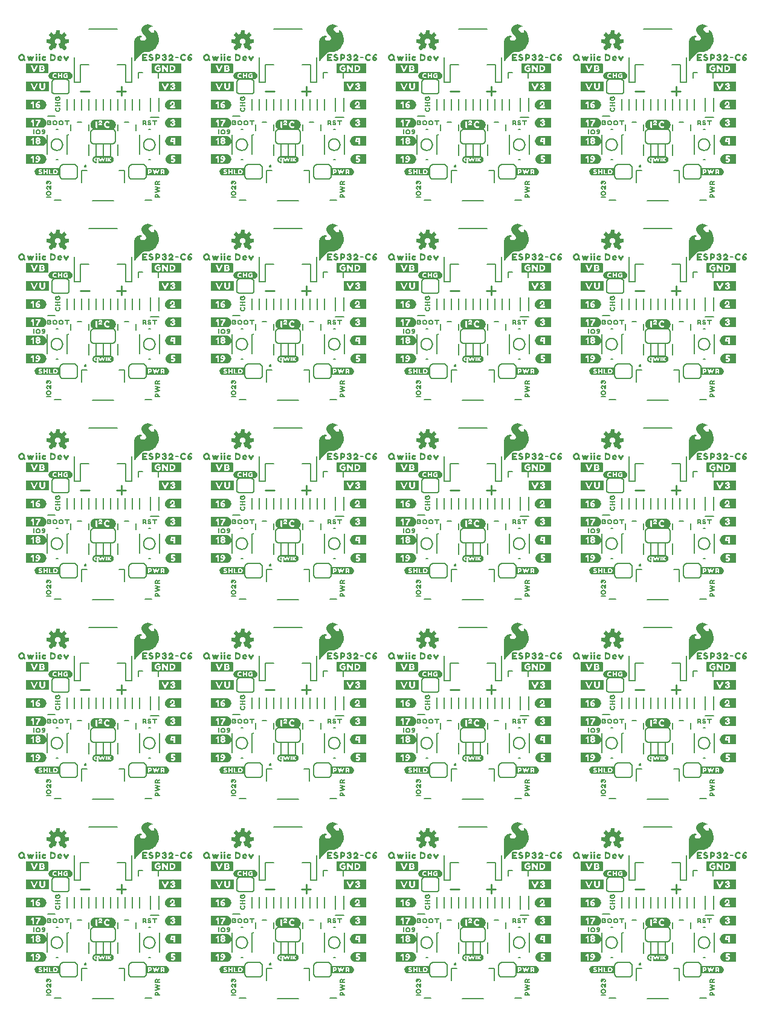
<source format=gto>
G04 EAGLE Gerber RS-274X export*
G75*
%MOMM*%
%FSLAX34Y34*%
%LPD*%
%INSilkscreen Top*%
%IPPOS*%
%AMOC8*
5,1,8,0,0,1.08239X$1,22.5*%
G01*
%ADD10C,0.152400*%
%ADD11C,0.254000*%
%ADD12C,0.203200*%
%ADD13C,0.254000*%
%ADD14C,0.127000*%

G36*
X171155Y479850D02*
X171155Y479850D01*
X171239Y479853D01*
X171240Y479853D01*
X171241Y479853D01*
X171319Y479896D01*
X171392Y479935D01*
X171392Y479936D01*
X171393Y479936D01*
X171397Y479942D01*
X171480Y480050D01*
X171553Y480195D01*
X171909Y480551D01*
X171916Y480562D01*
X171929Y480573D01*
X172529Y481273D01*
X172533Y481280D01*
X172540Y481287D01*
X173232Y482176D01*
X174123Y483166D01*
X174126Y483171D01*
X174132Y483177D01*
X175127Y484370D01*
X176220Y485563D01*
X177419Y486861D01*
X178719Y488261D01*
X178723Y488268D01*
X178730Y488274D01*
X179820Y489562D01*
X180902Y490644D01*
X181877Y491522D01*
X182829Y492188D01*
X183870Y492661D01*
X184891Y492940D01*
X188740Y492940D01*
X188760Y492945D01*
X188787Y492943D01*
X191187Y493243D01*
X191209Y493251D01*
X191240Y493253D01*
X193440Y493853D01*
X193463Y493865D01*
X193496Y493873D01*
X195496Y494773D01*
X195515Y494787D01*
X195543Y494799D01*
X197443Y495999D01*
X197454Y496009D01*
X197471Y496018D01*
X199171Y497318D01*
X199188Y497339D01*
X199217Y497360D01*
X200717Y498960D01*
X200725Y498974D01*
X200740Y498987D01*
X202140Y500787D01*
X202153Y500814D01*
X202178Y500846D01*
X204078Y504546D01*
X204086Y504577D01*
X204106Y504618D01*
X205106Y508218D01*
X205108Y508252D01*
X205120Y508298D01*
X205320Y511798D01*
X205314Y511830D01*
X205316Y511877D01*
X204816Y515177D01*
X204805Y515206D01*
X204798Y515248D01*
X203798Y518048D01*
X203784Y518069D01*
X203774Y518101D01*
X202474Y520501D01*
X202448Y520530D01*
X202409Y520589D01*
X200709Y522289D01*
X200679Y522307D01*
X200642Y522342D01*
X199042Y523342D01*
X198976Y523365D01*
X198912Y523393D01*
X198895Y523393D01*
X198878Y523398D01*
X198809Y523389D01*
X198739Y523387D01*
X198724Y523378D01*
X198706Y523376D01*
X198648Y523337D01*
X198587Y523304D01*
X198577Y523289D01*
X198562Y523279D01*
X198527Y523219D01*
X198487Y523162D01*
X198484Y523143D01*
X198476Y523129D01*
X198473Y523090D01*
X198460Y523020D01*
X198460Y522420D01*
X198467Y522390D01*
X198467Y522345D01*
X198553Y521914D01*
X198377Y520854D01*
X198138Y520456D01*
X197723Y520041D01*
X197162Y519800D01*
X196593Y519800D01*
X195278Y520176D01*
X194537Y520547D01*
X193175Y521520D01*
X192498Y522099D01*
X192039Y522558D01*
X191562Y523322D01*
X191559Y523325D01*
X191556Y523331D01*
X191189Y523882D01*
X191012Y524504D01*
X190925Y525020D01*
X191008Y525517D01*
X191187Y525964D01*
X191462Y526514D01*
X191816Y526956D01*
X192554Y527602D01*
X192932Y527791D01*
X193273Y527961D01*
X194007Y528145D01*
X194861Y528240D01*
X196093Y528240D01*
X196448Y528151D01*
X196484Y528151D01*
X196540Y528140D01*
X196640Y528140D01*
X196701Y528154D01*
X196764Y528160D01*
X196785Y528174D01*
X196809Y528179D01*
X196857Y528219D01*
X196910Y528253D01*
X196923Y528274D01*
X196942Y528289D01*
X196968Y528347D01*
X197001Y528400D01*
X197003Y528425D01*
X197013Y528448D01*
X197011Y528510D01*
X197017Y528573D01*
X197008Y528596D01*
X197007Y528621D01*
X196977Y528676D01*
X196954Y528735D01*
X196934Y528754D01*
X196924Y528773D01*
X196893Y528794D01*
X196851Y528836D01*
X196557Y529033D01*
X195861Y529529D01*
X195846Y529535D01*
X195832Y529548D01*
X194632Y530248D01*
X194608Y530256D01*
X194581Y530273D01*
X193081Y530873D01*
X193063Y530876D01*
X193042Y530886D01*
X191242Y531386D01*
X191208Y531388D01*
X191159Y531400D01*
X189159Y531500D01*
X189121Y531493D01*
X189056Y531491D01*
X186856Y530991D01*
X186822Y530974D01*
X186764Y530957D01*
X184464Y529757D01*
X184439Y529736D01*
X184398Y529714D01*
X182698Y528314D01*
X182675Y528283D01*
X182627Y528235D01*
X181527Y526635D01*
X181513Y526600D01*
X181481Y526547D01*
X180881Y524847D01*
X180878Y524812D01*
X180876Y524801D01*
X180867Y524782D01*
X180868Y524760D01*
X180860Y524720D01*
X180860Y523020D01*
X180869Y522982D01*
X180875Y522913D01*
X181375Y521213D01*
X181389Y521188D01*
X181400Y521150D01*
X182300Y519350D01*
X182319Y519327D01*
X182338Y519289D01*
X183638Y517589D01*
X183655Y517575D01*
X183671Y517551D01*
X185362Y515861D01*
X186618Y514411D01*
X187260Y513036D01*
X187260Y511777D01*
X186901Y510612D01*
X186089Y509710D01*
X184979Y508969D01*
X183687Y508600D01*
X182191Y508600D01*
X181151Y508884D01*
X180331Y509157D01*
X179698Y509699D01*
X179153Y510245D01*
X178896Y510758D01*
X178720Y511373D01*
X178720Y511958D01*
X178881Y512441D01*
X179128Y512770D01*
X179494Y513136D01*
X179973Y513519D01*
X180328Y513786D01*
X180781Y513967D01*
X180793Y513975D01*
X180810Y513980D01*
X181054Y514102D01*
X181410Y514280D01*
X181439Y514304D01*
X181509Y514351D01*
X181609Y514451D01*
X181622Y514473D01*
X181642Y514489D01*
X181668Y514546D01*
X181700Y514598D01*
X181703Y514624D01*
X181713Y514648D01*
X181711Y514709D01*
X181717Y514771D01*
X181708Y514795D01*
X181707Y514821D01*
X181677Y514875D01*
X181655Y514933D01*
X181636Y514950D01*
X181624Y514973D01*
X181574Y515008D01*
X181528Y515050D01*
X181503Y515058D01*
X181482Y515073D01*
X181398Y515089D01*
X181362Y515100D01*
X181352Y515098D01*
X181340Y515100D01*
X181302Y515100D01*
X181071Y515177D01*
X180581Y515373D01*
X180546Y515378D01*
X180494Y515396D01*
X179794Y515496D01*
X179770Y515494D01*
X179740Y515500D01*
X177940Y515500D01*
X177910Y515493D01*
X177865Y515493D01*
X176865Y515293D01*
X176855Y515288D01*
X176840Y515287D01*
X175740Y514987D01*
X175723Y514978D01*
X175699Y514973D01*
X174699Y514573D01*
X174672Y514554D01*
X174629Y514536D01*
X173729Y513936D01*
X173708Y513914D01*
X173671Y513889D01*
X172871Y513089D01*
X172860Y513071D01*
X172840Y513053D01*
X172140Y512153D01*
X172129Y512129D01*
X172106Y512102D01*
X171506Y511002D01*
X171497Y510969D01*
X171474Y510924D01*
X171074Y509524D01*
X171073Y509499D01*
X171063Y509467D01*
X170863Y507867D01*
X170864Y507855D01*
X170860Y507840D01*
X170760Y505940D01*
X170762Y505931D01*
X170760Y505920D01*
X170760Y480220D01*
X170780Y480135D01*
X170799Y480053D01*
X170799Y480052D01*
X170799Y480051D01*
X170856Y479983D01*
X170908Y479919D01*
X170909Y479918D01*
X170987Y479883D01*
X171066Y479847D01*
X171067Y479847D01*
X171068Y479847D01*
X171155Y479850D01*
G37*
G36*
X171155Y759250D02*
X171155Y759250D01*
X171239Y759253D01*
X171240Y759253D01*
X171241Y759253D01*
X171319Y759296D01*
X171392Y759335D01*
X171392Y759336D01*
X171393Y759336D01*
X171397Y759342D01*
X171480Y759450D01*
X171553Y759595D01*
X171909Y759951D01*
X171916Y759962D01*
X171929Y759973D01*
X172529Y760673D01*
X172533Y760680D01*
X172540Y760687D01*
X173232Y761576D01*
X174123Y762566D01*
X174126Y762571D01*
X174132Y762577D01*
X175127Y763770D01*
X176220Y764963D01*
X177419Y766261D01*
X178719Y767661D01*
X178723Y767668D01*
X178730Y767674D01*
X179820Y768962D01*
X180902Y770044D01*
X181877Y770922D01*
X182829Y771588D01*
X183870Y772061D01*
X184891Y772340D01*
X188740Y772340D01*
X188760Y772345D01*
X188787Y772343D01*
X191187Y772643D01*
X191209Y772651D01*
X191240Y772653D01*
X193440Y773253D01*
X193463Y773265D01*
X193496Y773273D01*
X195496Y774173D01*
X195515Y774187D01*
X195543Y774199D01*
X197443Y775399D01*
X197454Y775409D01*
X197471Y775418D01*
X199171Y776718D01*
X199188Y776739D01*
X199217Y776760D01*
X200717Y778360D01*
X200725Y778374D01*
X200740Y778387D01*
X202140Y780187D01*
X202153Y780214D01*
X202178Y780246D01*
X204078Y783946D01*
X204086Y783977D01*
X204106Y784018D01*
X205106Y787618D01*
X205108Y787652D01*
X205120Y787698D01*
X205320Y791198D01*
X205314Y791230D01*
X205316Y791277D01*
X204816Y794577D01*
X204805Y794606D01*
X204798Y794648D01*
X203798Y797448D01*
X203784Y797469D01*
X203774Y797501D01*
X202474Y799901D01*
X202448Y799930D01*
X202409Y799989D01*
X200709Y801689D01*
X200679Y801707D01*
X200642Y801742D01*
X199042Y802742D01*
X198976Y802765D01*
X198912Y802793D01*
X198895Y802793D01*
X198878Y802798D01*
X198809Y802789D01*
X198739Y802787D01*
X198724Y802778D01*
X198706Y802776D01*
X198648Y802737D01*
X198587Y802704D01*
X198577Y802689D01*
X198562Y802679D01*
X198527Y802619D01*
X198487Y802562D01*
X198484Y802543D01*
X198476Y802529D01*
X198473Y802490D01*
X198460Y802420D01*
X198460Y801820D01*
X198467Y801790D01*
X198467Y801745D01*
X198553Y801314D01*
X198377Y800254D01*
X198138Y799856D01*
X197723Y799441D01*
X197162Y799200D01*
X196593Y799200D01*
X195278Y799576D01*
X194537Y799947D01*
X193175Y800920D01*
X192498Y801499D01*
X192039Y801958D01*
X191562Y802722D01*
X191559Y802725D01*
X191556Y802731D01*
X191189Y803282D01*
X191012Y803904D01*
X190925Y804420D01*
X191008Y804917D01*
X191187Y805364D01*
X191462Y805914D01*
X191816Y806356D01*
X192554Y807002D01*
X192932Y807191D01*
X193273Y807361D01*
X194007Y807545D01*
X194861Y807640D01*
X196093Y807640D01*
X196448Y807551D01*
X196484Y807551D01*
X196540Y807540D01*
X196640Y807540D01*
X196701Y807554D01*
X196764Y807560D01*
X196785Y807574D01*
X196809Y807579D01*
X196857Y807619D01*
X196910Y807653D01*
X196923Y807674D01*
X196942Y807689D01*
X196968Y807747D01*
X197001Y807800D01*
X197003Y807825D01*
X197013Y807848D01*
X197011Y807910D01*
X197017Y807973D01*
X197008Y807996D01*
X197007Y808021D01*
X196977Y808076D01*
X196954Y808135D01*
X196934Y808154D01*
X196924Y808173D01*
X196893Y808194D01*
X196851Y808236D01*
X196557Y808433D01*
X195861Y808929D01*
X195846Y808935D01*
X195832Y808948D01*
X194632Y809648D01*
X194608Y809656D01*
X194581Y809673D01*
X193081Y810273D01*
X193063Y810276D01*
X193042Y810286D01*
X191242Y810786D01*
X191208Y810788D01*
X191159Y810800D01*
X189159Y810900D01*
X189121Y810893D01*
X189056Y810891D01*
X186856Y810391D01*
X186822Y810374D01*
X186764Y810357D01*
X184464Y809157D01*
X184439Y809136D01*
X184398Y809114D01*
X182698Y807714D01*
X182675Y807683D01*
X182627Y807635D01*
X181527Y806035D01*
X181513Y806000D01*
X181481Y805947D01*
X180881Y804247D01*
X180878Y804212D01*
X180876Y804201D01*
X180867Y804182D01*
X180868Y804160D01*
X180860Y804120D01*
X180860Y802420D01*
X180869Y802382D01*
X180875Y802313D01*
X181375Y800613D01*
X181389Y800588D01*
X181400Y800550D01*
X182300Y798750D01*
X182319Y798727D01*
X182338Y798689D01*
X183638Y796989D01*
X183655Y796975D01*
X183671Y796951D01*
X185362Y795261D01*
X186618Y793811D01*
X187260Y792436D01*
X187260Y791177D01*
X186901Y790012D01*
X186089Y789110D01*
X184979Y788369D01*
X183687Y788000D01*
X182191Y788000D01*
X181151Y788284D01*
X180331Y788557D01*
X179698Y789099D01*
X179153Y789645D01*
X178896Y790158D01*
X178720Y790773D01*
X178720Y791358D01*
X178881Y791841D01*
X179128Y792170D01*
X179494Y792536D01*
X179973Y792919D01*
X180328Y793186D01*
X180781Y793367D01*
X180793Y793375D01*
X180810Y793380D01*
X181054Y793502D01*
X181410Y793680D01*
X181439Y793704D01*
X181509Y793751D01*
X181609Y793851D01*
X181622Y793873D01*
X181642Y793889D01*
X181668Y793946D01*
X181700Y793998D01*
X181703Y794024D01*
X181713Y794048D01*
X181711Y794109D01*
X181717Y794171D01*
X181708Y794195D01*
X181707Y794221D01*
X181677Y794275D01*
X181655Y794333D01*
X181636Y794350D01*
X181624Y794373D01*
X181574Y794408D01*
X181528Y794450D01*
X181503Y794458D01*
X181482Y794473D01*
X181398Y794489D01*
X181362Y794500D01*
X181352Y794498D01*
X181340Y794500D01*
X181302Y794500D01*
X181071Y794577D01*
X180581Y794773D01*
X180546Y794778D01*
X180494Y794796D01*
X179794Y794896D01*
X179770Y794894D01*
X179740Y794900D01*
X177940Y794900D01*
X177910Y794893D01*
X177865Y794893D01*
X176865Y794693D01*
X176855Y794688D01*
X176840Y794687D01*
X175740Y794387D01*
X175723Y794378D01*
X175699Y794373D01*
X174699Y793973D01*
X174672Y793954D01*
X174629Y793936D01*
X173729Y793336D01*
X173708Y793314D01*
X173671Y793289D01*
X172871Y792489D01*
X172860Y792471D01*
X172840Y792453D01*
X172140Y791553D01*
X172129Y791529D01*
X172106Y791502D01*
X171506Y790402D01*
X171497Y790369D01*
X171474Y790324D01*
X171074Y788924D01*
X171073Y788899D01*
X171063Y788867D01*
X170863Y787267D01*
X170864Y787255D01*
X170860Y787240D01*
X170760Y785340D01*
X170762Y785331D01*
X170760Y785320D01*
X170760Y759620D01*
X170780Y759535D01*
X170799Y759453D01*
X170799Y759452D01*
X170799Y759451D01*
X170856Y759383D01*
X170908Y759319D01*
X170909Y759318D01*
X170987Y759283D01*
X171066Y759247D01*
X171067Y759247D01*
X171068Y759247D01*
X171155Y759250D01*
G37*
G36*
X689315Y759250D02*
X689315Y759250D01*
X689399Y759253D01*
X689400Y759253D01*
X689401Y759253D01*
X689479Y759296D01*
X689552Y759335D01*
X689552Y759336D01*
X689553Y759336D01*
X689557Y759342D01*
X689640Y759450D01*
X689713Y759595D01*
X690069Y759951D01*
X690076Y759962D01*
X690089Y759973D01*
X690689Y760673D01*
X690693Y760680D01*
X690700Y760687D01*
X691392Y761576D01*
X692283Y762566D01*
X692286Y762571D01*
X692292Y762577D01*
X693287Y763770D01*
X694380Y764963D01*
X695579Y766261D01*
X696879Y767661D01*
X696883Y767668D01*
X696890Y767674D01*
X697980Y768962D01*
X699062Y770044D01*
X700037Y770922D01*
X700989Y771588D01*
X702030Y772061D01*
X703051Y772340D01*
X706900Y772340D01*
X706920Y772345D01*
X706947Y772343D01*
X709347Y772643D01*
X709369Y772651D01*
X709400Y772653D01*
X711600Y773253D01*
X711623Y773265D01*
X711656Y773273D01*
X713656Y774173D01*
X713675Y774187D01*
X713703Y774199D01*
X715603Y775399D01*
X715614Y775409D01*
X715631Y775418D01*
X717331Y776718D01*
X717348Y776739D01*
X717377Y776760D01*
X718877Y778360D01*
X718885Y778374D01*
X718900Y778387D01*
X720300Y780187D01*
X720313Y780214D01*
X720338Y780246D01*
X722238Y783946D01*
X722246Y783977D01*
X722266Y784018D01*
X723266Y787618D01*
X723268Y787652D01*
X723280Y787698D01*
X723480Y791198D01*
X723474Y791230D01*
X723476Y791277D01*
X722976Y794577D01*
X722965Y794606D01*
X722958Y794648D01*
X721958Y797448D01*
X721944Y797469D01*
X721934Y797501D01*
X720634Y799901D01*
X720608Y799930D01*
X720569Y799989D01*
X718869Y801689D01*
X718839Y801707D01*
X718802Y801742D01*
X717202Y802742D01*
X717136Y802765D01*
X717072Y802793D01*
X717055Y802793D01*
X717038Y802798D01*
X716969Y802789D01*
X716899Y802787D01*
X716884Y802778D01*
X716866Y802776D01*
X716808Y802737D01*
X716747Y802704D01*
X716737Y802689D01*
X716722Y802679D01*
X716687Y802619D01*
X716647Y802562D01*
X716644Y802543D01*
X716636Y802529D01*
X716633Y802490D01*
X716620Y802420D01*
X716620Y801820D01*
X716627Y801790D01*
X716627Y801745D01*
X716713Y801314D01*
X716537Y800254D01*
X716298Y799856D01*
X715883Y799441D01*
X715322Y799200D01*
X714753Y799200D01*
X713438Y799576D01*
X712697Y799947D01*
X711335Y800920D01*
X710658Y801499D01*
X710199Y801958D01*
X709722Y802722D01*
X709719Y802725D01*
X709716Y802731D01*
X709349Y803282D01*
X709172Y803904D01*
X709085Y804420D01*
X709168Y804917D01*
X709347Y805364D01*
X709622Y805914D01*
X709976Y806356D01*
X710714Y807002D01*
X711092Y807191D01*
X711433Y807361D01*
X712167Y807545D01*
X713021Y807640D01*
X714253Y807640D01*
X714608Y807551D01*
X714644Y807551D01*
X714700Y807540D01*
X714800Y807540D01*
X714861Y807554D01*
X714924Y807560D01*
X714945Y807574D01*
X714969Y807579D01*
X715017Y807619D01*
X715070Y807653D01*
X715083Y807674D01*
X715102Y807689D01*
X715128Y807747D01*
X715161Y807800D01*
X715163Y807825D01*
X715173Y807848D01*
X715171Y807910D01*
X715177Y807973D01*
X715168Y807996D01*
X715167Y808021D01*
X715137Y808076D01*
X715114Y808135D01*
X715094Y808154D01*
X715084Y808173D01*
X715053Y808194D01*
X715011Y808236D01*
X714717Y808433D01*
X714021Y808929D01*
X714006Y808935D01*
X713992Y808948D01*
X712792Y809648D01*
X712768Y809656D01*
X712741Y809673D01*
X711241Y810273D01*
X711223Y810276D01*
X711202Y810286D01*
X709402Y810786D01*
X709368Y810788D01*
X709319Y810800D01*
X707319Y810900D01*
X707281Y810893D01*
X707216Y810891D01*
X705016Y810391D01*
X704982Y810374D01*
X704924Y810357D01*
X702624Y809157D01*
X702599Y809136D01*
X702558Y809114D01*
X700858Y807714D01*
X700835Y807683D01*
X700787Y807635D01*
X699687Y806035D01*
X699673Y806000D01*
X699641Y805947D01*
X699041Y804247D01*
X699038Y804212D01*
X699036Y804201D01*
X699027Y804182D01*
X699028Y804160D01*
X699020Y804120D01*
X699020Y802420D01*
X699029Y802382D01*
X699035Y802313D01*
X699535Y800613D01*
X699549Y800588D01*
X699560Y800550D01*
X700460Y798750D01*
X700479Y798727D01*
X700498Y798689D01*
X701798Y796989D01*
X701815Y796975D01*
X701831Y796951D01*
X703522Y795261D01*
X704778Y793811D01*
X705420Y792436D01*
X705420Y791177D01*
X705061Y790012D01*
X704249Y789110D01*
X703139Y788369D01*
X701847Y788000D01*
X700351Y788000D01*
X699311Y788284D01*
X698491Y788557D01*
X697858Y789099D01*
X697313Y789645D01*
X697056Y790158D01*
X696880Y790773D01*
X696880Y791358D01*
X697041Y791841D01*
X697288Y792170D01*
X697654Y792536D01*
X698133Y792919D01*
X698488Y793186D01*
X698941Y793367D01*
X698953Y793375D01*
X698970Y793380D01*
X699214Y793502D01*
X699570Y793680D01*
X699599Y793704D01*
X699669Y793751D01*
X699769Y793851D01*
X699782Y793873D01*
X699802Y793889D01*
X699828Y793946D01*
X699860Y793998D01*
X699863Y794024D01*
X699873Y794048D01*
X699871Y794109D01*
X699877Y794171D01*
X699868Y794195D01*
X699867Y794221D01*
X699837Y794275D01*
X699815Y794333D01*
X699796Y794350D01*
X699784Y794373D01*
X699734Y794408D01*
X699688Y794450D01*
X699663Y794458D01*
X699642Y794473D01*
X699558Y794489D01*
X699522Y794500D01*
X699512Y794498D01*
X699500Y794500D01*
X699462Y794500D01*
X699231Y794577D01*
X698741Y794773D01*
X698706Y794778D01*
X698654Y794796D01*
X697954Y794896D01*
X697930Y794894D01*
X697900Y794900D01*
X696100Y794900D01*
X696070Y794893D01*
X696025Y794893D01*
X695025Y794693D01*
X695015Y794688D01*
X695000Y794687D01*
X693900Y794387D01*
X693883Y794378D01*
X693859Y794373D01*
X692859Y793973D01*
X692832Y793954D01*
X692789Y793936D01*
X691889Y793336D01*
X691868Y793314D01*
X691831Y793289D01*
X691031Y792489D01*
X691020Y792471D01*
X691000Y792453D01*
X690300Y791553D01*
X690289Y791529D01*
X690266Y791502D01*
X689666Y790402D01*
X689657Y790369D01*
X689634Y790324D01*
X689234Y788924D01*
X689233Y788899D01*
X689223Y788867D01*
X689023Y787267D01*
X689024Y787255D01*
X689020Y787240D01*
X688920Y785340D01*
X688922Y785331D01*
X688920Y785320D01*
X688920Y759620D01*
X688940Y759535D01*
X688959Y759453D01*
X688959Y759452D01*
X688959Y759451D01*
X689016Y759383D01*
X689068Y759319D01*
X689069Y759318D01*
X689147Y759283D01*
X689226Y759247D01*
X689227Y759247D01*
X689228Y759247D01*
X689315Y759250D01*
G37*
G36*
X430235Y759250D02*
X430235Y759250D01*
X430319Y759253D01*
X430320Y759253D01*
X430321Y759253D01*
X430399Y759296D01*
X430472Y759335D01*
X430472Y759336D01*
X430473Y759336D01*
X430477Y759342D01*
X430560Y759450D01*
X430633Y759595D01*
X430989Y759951D01*
X430996Y759962D01*
X431009Y759973D01*
X431609Y760673D01*
X431613Y760680D01*
X431620Y760687D01*
X432312Y761576D01*
X433203Y762566D01*
X433206Y762571D01*
X433212Y762577D01*
X434207Y763770D01*
X435300Y764963D01*
X436499Y766261D01*
X437799Y767661D01*
X437803Y767668D01*
X437810Y767674D01*
X438900Y768962D01*
X439982Y770044D01*
X440957Y770922D01*
X441909Y771588D01*
X442950Y772061D01*
X443971Y772340D01*
X447820Y772340D01*
X447840Y772345D01*
X447867Y772343D01*
X450267Y772643D01*
X450289Y772651D01*
X450320Y772653D01*
X452520Y773253D01*
X452543Y773265D01*
X452576Y773273D01*
X454576Y774173D01*
X454595Y774187D01*
X454623Y774199D01*
X456523Y775399D01*
X456534Y775409D01*
X456551Y775418D01*
X458251Y776718D01*
X458268Y776739D01*
X458297Y776760D01*
X459797Y778360D01*
X459805Y778374D01*
X459820Y778387D01*
X461220Y780187D01*
X461233Y780214D01*
X461258Y780246D01*
X463158Y783946D01*
X463166Y783977D01*
X463186Y784018D01*
X464186Y787618D01*
X464188Y787652D01*
X464200Y787698D01*
X464400Y791198D01*
X464394Y791230D01*
X464396Y791277D01*
X463896Y794577D01*
X463885Y794606D01*
X463878Y794648D01*
X462878Y797448D01*
X462864Y797469D01*
X462854Y797501D01*
X461554Y799901D01*
X461528Y799930D01*
X461489Y799989D01*
X459789Y801689D01*
X459759Y801707D01*
X459722Y801742D01*
X458122Y802742D01*
X458056Y802765D01*
X457992Y802793D01*
X457975Y802793D01*
X457958Y802798D01*
X457889Y802789D01*
X457819Y802787D01*
X457804Y802778D01*
X457786Y802776D01*
X457728Y802737D01*
X457667Y802704D01*
X457657Y802689D01*
X457642Y802679D01*
X457607Y802619D01*
X457567Y802562D01*
X457564Y802543D01*
X457556Y802529D01*
X457553Y802490D01*
X457540Y802420D01*
X457540Y801820D01*
X457547Y801790D01*
X457547Y801745D01*
X457633Y801314D01*
X457457Y800254D01*
X457218Y799856D01*
X456803Y799441D01*
X456242Y799200D01*
X455673Y799200D01*
X454358Y799576D01*
X453617Y799947D01*
X452255Y800920D01*
X451578Y801499D01*
X451119Y801958D01*
X450642Y802722D01*
X450639Y802725D01*
X450636Y802731D01*
X450269Y803282D01*
X450092Y803904D01*
X450005Y804420D01*
X450088Y804917D01*
X450267Y805364D01*
X450542Y805914D01*
X450896Y806356D01*
X451634Y807002D01*
X452012Y807191D01*
X452353Y807361D01*
X453087Y807545D01*
X453941Y807640D01*
X455173Y807640D01*
X455528Y807551D01*
X455564Y807551D01*
X455620Y807540D01*
X455720Y807540D01*
X455781Y807554D01*
X455844Y807560D01*
X455865Y807574D01*
X455889Y807579D01*
X455937Y807619D01*
X455990Y807653D01*
X456003Y807674D01*
X456022Y807689D01*
X456048Y807747D01*
X456081Y807800D01*
X456083Y807825D01*
X456093Y807848D01*
X456091Y807910D01*
X456097Y807973D01*
X456088Y807996D01*
X456087Y808021D01*
X456057Y808076D01*
X456034Y808135D01*
X456014Y808154D01*
X456004Y808173D01*
X455973Y808194D01*
X455931Y808236D01*
X455637Y808433D01*
X454941Y808929D01*
X454926Y808935D01*
X454912Y808948D01*
X453712Y809648D01*
X453688Y809656D01*
X453661Y809673D01*
X452161Y810273D01*
X452143Y810276D01*
X452122Y810286D01*
X450322Y810786D01*
X450288Y810788D01*
X450239Y810800D01*
X448239Y810900D01*
X448201Y810893D01*
X448136Y810891D01*
X445936Y810391D01*
X445902Y810374D01*
X445844Y810357D01*
X443544Y809157D01*
X443519Y809136D01*
X443478Y809114D01*
X441778Y807714D01*
X441755Y807683D01*
X441707Y807635D01*
X440607Y806035D01*
X440593Y806000D01*
X440561Y805947D01*
X439961Y804247D01*
X439958Y804212D01*
X439956Y804201D01*
X439947Y804182D01*
X439948Y804160D01*
X439940Y804120D01*
X439940Y802420D01*
X439949Y802382D01*
X439955Y802313D01*
X440455Y800613D01*
X440469Y800588D01*
X440480Y800550D01*
X441380Y798750D01*
X441399Y798727D01*
X441418Y798689D01*
X442718Y796989D01*
X442735Y796975D01*
X442751Y796951D01*
X444442Y795261D01*
X445698Y793811D01*
X446340Y792436D01*
X446340Y791177D01*
X445981Y790012D01*
X445169Y789110D01*
X444059Y788369D01*
X442767Y788000D01*
X441271Y788000D01*
X440231Y788284D01*
X439411Y788557D01*
X438778Y789099D01*
X438233Y789645D01*
X437976Y790158D01*
X437800Y790773D01*
X437800Y791358D01*
X437961Y791841D01*
X438208Y792170D01*
X438574Y792536D01*
X439053Y792919D01*
X439408Y793186D01*
X439861Y793367D01*
X439873Y793375D01*
X439890Y793380D01*
X440134Y793502D01*
X440490Y793680D01*
X440519Y793704D01*
X440589Y793751D01*
X440689Y793851D01*
X440702Y793873D01*
X440722Y793889D01*
X440748Y793946D01*
X440780Y793998D01*
X440783Y794024D01*
X440793Y794048D01*
X440791Y794109D01*
X440797Y794171D01*
X440788Y794195D01*
X440787Y794221D01*
X440757Y794275D01*
X440735Y794333D01*
X440716Y794350D01*
X440704Y794373D01*
X440654Y794408D01*
X440608Y794450D01*
X440583Y794458D01*
X440562Y794473D01*
X440478Y794489D01*
X440442Y794500D01*
X440432Y794498D01*
X440420Y794500D01*
X440382Y794500D01*
X440151Y794577D01*
X439661Y794773D01*
X439626Y794778D01*
X439574Y794796D01*
X438874Y794896D01*
X438850Y794894D01*
X438820Y794900D01*
X437020Y794900D01*
X436990Y794893D01*
X436945Y794893D01*
X435945Y794693D01*
X435935Y794688D01*
X435920Y794687D01*
X434820Y794387D01*
X434803Y794378D01*
X434779Y794373D01*
X433779Y793973D01*
X433752Y793954D01*
X433709Y793936D01*
X432809Y793336D01*
X432788Y793314D01*
X432751Y793289D01*
X431951Y792489D01*
X431940Y792471D01*
X431920Y792453D01*
X431220Y791553D01*
X431209Y791529D01*
X431186Y791502D01*
X430586Y790402D01*
X430577Y790369D01*
X430554Y790324D01*
X430154Y788924D01*
X430153Y788899D01*
X430143Y788867D01*
X429943Y787267D01*
X429944Y787255D01*
X429940Y787240D01*
X429840Y785340D01*
X429842Y785331D01*
X429840Y785320D01*
X429840Y759620D01*
X429860Y759535D01*
X429879Y759453D01*
X429879Y759452D01*
X429879Y759451D01*
X429936Y759383D01*
X429988Y759319D01*
X429989Y759318D01*
X430067Y759283D01*
X430146Y759247D01*
X430147Y759247D01*
X430148Y759247D01*
X430235Y759250D01*
G37*
G36*
X171155Y200450D02*
X171155Y200450D01*
X171239Y200453D01*
X171240Y200453D01*
X171241Y200453D01*
X171319Y200496D01*
X171392Y200535D01*
X171392Y200536D01*
X171393Y200536D01*
X171397Y200542D01*
X171480Y200650D01*
X171553Y200795D01*
X171909Y201151D01*
X171916Y201162D01*
X171929Y201173D01*
X172529Y201873D01*
X172533Y201880D01*
X172540Y201887D01*
X173232Y202776D01*
X174123Y203766D01*
X174126Y203771D01*
X174132Y203777D01*
X175127Y204970D01*
X176220Y206163D01*
X177419Y207461D01*
X178719Y208861D01*
X178723Y208868D01*
X178730Y208874D01*
X179820Y210162D01*
X180902Y211244D01*
X181877Y212122D01*
X182829Y212788D01*
X183869Y213261D01*
X184891Y213540D01*
X188740Y213540D01*
X188760Y213545D01*
X188787Y213543D01*
X191187Y213843D01*
X191209Y213851D01*
X191240Y213853D01*
X193440Y214453D01*
X193463Y214465D01*
X193496Y214473D01*
X195496Y215373D01*
X195515Y215387D01*
X195543Y215399D01*
X197443Y216599D01*
X197454Y216609D01*
X197471Y216618D01*
X199171Y217918D01*
X199188Y217939D01*
X199217Y217960D01*
X200717Y219560D01*
X200725Y219574D01*
X200740Y219587D01*
X202140Y221387D01*
X202153Y221414D01*
X202178Y221446D01*
X204078Y225146D01*
X204086Y225177D01*
X204106Y225218D01*
X205106Y228818D01*
X205108Y228852D01*
X205120Y228898D01*
X205320Y232398D01*
X205314Y232430D01*
X205316Y232477D01*
X204816Y235777D01*
X204805Y235806D01*
X204798Y235848D01*
X203798Y238648D01*
X203784Y238669D01*
X203774Y238701D01*
X202474Y241101D01*
X202448Y241130D01*
X202409Y241189D01*
X200709Y242889D01*
X200679Y242907D01*
X200642Y242942D01*
X199042Y243942D01*
X198976Y243965D01*
X198912Y243993D01*
X198895Y243993D01*
X198878Y243998D01*
X198809Y243989D01*
X198739Y243987D01*
X198724Y243978D01*
X198706Y243976D01*
X198648Y243937D01*
X198587Y243904D01*
X198577Y243889D01*
X198562Y243879D01*
X198527Y243819D01*
X198487Y243762D01*
X198484Y243743D01*
X198476Y243729D01*
X198473Y243690D01*
X198460Y243620D01*
X198460Y243020D01*
X198467Y242990D01*
X198467Y242945D01*
X198553Y242514D01*
X198377Y241454D01*
X198138Y241056D01*
X197723Y240641D01*
X197162Y240400D01*
X196593Y240400D01*
X195278Y240776D01*
X194537Y241147D01*
X193175Y242120D01*
X192498Y242699D01*
X192039Y243158D01*
X191562Y243922D01*
X191559Y243925D01*
X191556Y243931D01*
X191189Y244482D01*
X191012Y245104D01*
X190925Y245620D01*
X191008Y246117D01*
X191187Y246564D01*
X191462Y247114D01*
X191816Y247556D01*
X192554Y248202D01*
X192932Y248391D01*
X193273Y248561D01*
X194007Y248745D01*
X194861Y248840D01*
X196093Y248840D01*
X196448Y248751D01*
X196484Y248751D01*
X196540Y248740D01*
X196640Y248740D01*
X196701Y248754D01*
X196764Y248760D01*
X196785Y248774D01*
X196809Y248779D01*
X196857Y248819D01*
X196910Y248853D01*
X196923Y248874D01*
X196942Y248889D01*
X196968Y248947D01*
X197001Y249000D01*
X197003Y249025D01*
X197013Y249048D01*
X197011Y249110D01*
X197017Y249173D01*
X197008Y249196D01*
X197007Y249221D01*
X196977Y249276D01*
X196954Y249335D01*
X196934Y249354D01*
X196924Y249373D01*
X196893Y249394D01*
X196851Y249436D01*
X196557Y249633D01*
X195861Y250129D01*
X195846Y250135D01*
X195832Y250148D01*
X194632Y250848D01*
X194608Y250856D01*
X194581Y250873D01*
X193081Y251473D01*
X193063Y251476D01*
X193042Y251486D01*
X191242Y251986D01*
X191208Y251988D01*
X191159Y252000D01*
X189159Y252100D01*
X189121Y252093D01*
X189056Y252091D01*
X186856Y251591D01*
X186822Y251574D01*
X186764Y251557D01*
X184464Y250357D01*
X184439Y250336D01*
X184398Y250314D01*
X182698Y248914D01*
X182675Y248883D01*
X182627Y248835D01*
X181527Y247235D01*
X181513Y247200D01*
X181481Y247147D01*
X180881Y245447D01*
X180878Y245412D01*
X180876Y245401D01*
X180867Y245382D01*
X180868Y245360D01*
X180860Y245320D01*
X180860Y243620D01*
X180869Y243582D01*
X180875Y243513D01*
X181375Y241813D01*
X181389Y241788D01*
X181400Y241750D01*
X182300Y239950D01*
X182319Y239927D01*
X182338Y239889D01*
X183638Y238189D01*
X183655Y238175D01*
X183671Y238151D01*
X185362Y236461D01*
X186618Y235011D01*
X187260Y233636D01*
X187260Y232377D01*
X186901Y231212D01*
X186089Y230310D01*
X184979Y229569D01*
X183687Y229200D01*
X182191Y229200D01*
X181151Y229484D01*
X180331Y229757D01*
X179698Y230299D01*
X179153Y230845D01*
X178896Y231358D01*
X178720Y231973D01*
X178720Y232558D01*
X178881Y233041D01*
X179128Y233370D01*
X179494Y233736D01*
X179973Y234119D01*
X180328Y234386D01*
X180781Y234567D01*
X180793Y234575D01*
X180810Y234580D01*
X181054Y234702D01*
X181410Y234880D01*
X181439Y234904D01*
X181509Y234951D01*
X181609Y235051D01*
X181622Y235073D01*
X181642Y235089D01*
X181668Y235146D01*
X181700Y235198D01*
X181703Y235224D01*
X181713Y235248D01*
X181711Y235309D01*
X181717Y235371D01*
X181708Y235395D01*
X181707Y235421D01*
X181677Y235475D01*
X181655Y235533D01*
X181636Y235550D01*
X181624Y235573D01*
X181574Y235608D01*
X181528Y235650D01*
X181503Y235658D01*
X181482Y235673D01*
X181398Y235689D01*
X181362Y235700D01*
X181352Y235698D01*
X181340Y235700D01*
X181302Y235700D01*
X181071Y235777D01*
X180581Y235973D01*
X180546Y235978D01*
X180494Y235996D01*
X179794Y236096D01*
X179770Y236094D01*
X179740Y236100D01*
X177940Y236100D01*
X177910Y236093D01*
X177865Y236093D01*
X176865Y235893D01*
X176855Y235888D01*
X176840Y235887D01*
X175740Y235587D01*
X175723Y235578D01*
X175699Y235573D01*
X174699Y235173D01*
X174672Y235154D01*
X174629Y235136D01*
X173729Y234536D01*
X173708Y234514D01*
X173671Y234489D01*
X172871Y233689D01*
X172860Y233671D01*
X172840Y233653D01*
X172140Y232753D01*
X172129Y232729D01*
X172106Y232702D01*
X171506Y231602D01*
X171497Y231569D01*
X171474Y231524D01*
X171074Y230124D01*
X171073Y230099D01*
X171063Y230067D01*
X170863Y228467D01*
X170864Y228455D01*
X170860Y228440D01*
X170760Y226540D01*
X170762Y226531D01*
X170760Y226520D01*
X170760Y200820D01*
X170780Y200735D01*
X170799Y200653D01*
X170799Y200652D01*
X170799Y200651D01*
X170856Y200583D01*
X170908Y200519D01*
X170909Y200518D01*
X170987Y200483D01*
X171066Y200447D01*
X171067Y200447D01*
X171068Y200447D01*
X171155Y200450D01*
G37*
G36*
X948395Y759250D02*
X948395Y759250D01*
X948479Y759253D01*
X948480Y759253D01*
X948481Y759253D01*
X948559Y759296D01*
X948632Y759335D01*
X948632Y759336D01*
X948633Y759336D01*
X948637Y759342D01*
X948720Y759450D01*
X948793Y759595D01*
X949149Y759951D01*
X949156Y759962D01*
X949169Y759973D01*
X949769Y760673D01*
X949773Y760680D01*
X949780Y760687D01*
X950472Y761576D01*
X951363Y762566D01*
X951366Y762571D01*
X951372Y762577D01*
X952367Y763770D01*
X953460Y764963D01*
X954659Y766261D01*
X955959Y767661D01*
X955963Y767668D01*
X955970Y767674D01*
X957060Y768962D01*
X958142Y770044D01*
X959117Y770922D01*
X960069Y771588D01*
X961110Y772061D01*
X962131Y772340D01*
X965980Y772340D01*
X966000Y772345D01*
X966027Y772343D01*
X968427Y772643D01*
X968449Y772651D01*
X968480Y772653D01*
X970680Y773253D01*
X970703Y773265D01*
X970736Y773273D01*
X972736Y774173D01*
X972755Y774187D01*
X972783Y774199D01*
X974683Y775399D01*
X974694Y775409D01*
X974711Y775418D01*
X976411Y776718D01*
X976428Y776739D01*
X976457Y776760D01*
X977957Y778360D01*
X977965Y778374D01*
X977980Y778387D01*
X979380Y780187D01*
X979393Y780214D01*
X979418Y780246D01*
X981318Y783946D01*
X981326Y783977D01*
X981346Y784018D01*
X982346Y787618D01*
X982348Y787652D01*
X982360Y787698D01*
X982560Y791198D01*
X982554Y791230D01*
X982556Y791277D01*
X982056Y794577D01*
X982045Y794606D01*
X982038Y794648D01*
X981038Y797448D01*
X981024Y797469D01*
X981014Y797501D01*
X979714Y799901D01*
X979688Y799930D01*
X979649Y799989D01*
X977949Y801689D01*
X977919Y801707D01*
X977882Y801742D01*
X976282Y802742D01*
X976216Y802765D01*
X976152Y802793D01*
X976135Y802793D01*
X976118Y802798D01*
X976049Y802789D01*
X975979Y802787D01*
X975964Y802778D01*
X975946Y802776D01*
X975888Y802737D01*
X975827Y802704D01*
X975817Y802689D01*
X975802Y802679D01*
X975767Y802619D01*
X975727Y802562D01*
X975724Y802543D01*
X975716Y802529D01*
X975713Y802490D01*
X975700Y802420D01*
X975700Y801820D01*
X975707Y801790D01*
X975707Y801745D01*
X975793Y801314D01*
X975617Y800254D01*
X975378Y799856D01*
X974963Y799441D01*
X974402Y799200D01*
X973833Y799200D01*
X972518Y799576D01*
X971777Y799947D01*
X970415Y800920D01*
X969738Y801499D01*
X969279Y801958D01*
X968802Y802722D01*
X968799Y802725D01*
X968796Y802731D01*
X968429Y803282D01*
X968252Y803904D01*
X968165Y804420D01*
X968248Y804917D01*
X968427Y805364D01*
X968702Y805914D01*
X969056Y806356D01*
X969794Y807002D01*
X970172Y807191D01*
X970513Y807361D01*
X971247Y807545D01*
X972101Y807640D01*
X973333Y807640D01*
X973688Y807551D01*
X973724Y807551D01*
X973780Y807540D01*
X973880Y807540D01*
X973941Y807554D01*
X974004Y807560D01*
X974025Y807574D01*
X974049Y807579D01*
X974097Y807619D01*
X974150Y807653D01*
X974163Y807674D01*
X974182Y807689D01*
X974208Y807747D01*
X974241Y807800D01*
X974243Y807825D01*
X974253Y807848D01*
X974251Y807910D01*
X974257Y807973D01*
X974248Y807996D01*
X974247Y808021D01*
X974217Y808076D01*
X974194Y808135D01*
X974174Y808154D01*
X974164Y808173D01*
X974133Y808194D01*
X974091Y808236D01*
X973797Y808433D01*
X973101Y808929D01*
X973086Y808935D01*
X973072Y808948D01*
X971872Y809648D01*
X971848Y809656D01*
X971821Y809673D01*
X970321Y810273D01*
X970303Y810276D01*
X970282Y810286D01*
X968482Y810786D01*
X968448Y810788D01*
X968399Y810800D01*
X966399Y810900D01*
X966361Y810893D01*
X966296Y810891D01*
X964096Y810391D01*
X964062Y810374D01*
X964004Y810357D01*
X961704Y809157D01*
X961679Y809136D01*
X961638Y809114D01*
X959938Y807714D01*
X959915Y807683D01*
X959867Y807635D01*
X958767Y806035D01*
X958753Y806000D01*
X958721Y805947D01*
X958121Y804247D01*
X958118Y804212D01*
X958116Y804201D01*
X958107Y804182D01*
X958108Y804160D01*
X958100Y804120D01*
X958100Y802420D01*
X958109Y802382D01*
X958115Y802313D01*
X958615Y800613D01*
X958629Y800588D01*
X958640Y800550D01*
X959540Y798750D01*
X959559Y798727D01*
X959578Y798689D01*
X960878Y796989D01*
X960895Y796975D01*
X960911Y796951D01*
X962602Y795261D01*
X963858Y793811D01*
X964500Y792436D01*
X964500Y791177D01*
X964141Y790012D01*
X963329Y789110D01*
X962219Y788369D01*
X960927Y788000D01*
X959431Y788000D01*
X958391Y788284D01*
X957571Y788557D01*
X956938Y789099D01*
X956393Y789645D01*
X956136Y790158D01*
X955960Y790773D01*
X955960Y791358D01*
X956121Y791841D01*
X956368Y792170D01*
X956734Y792536D01*
X957213Y792919D01*
X957568Y793186D01*
X958021Y793367D01*
X958033Y793375D01*
X958050Y793380D01*
X958294Y793502D01*
X958650Y793680D01*
X958679Y793704D01*
X958749Y793751D01*
X958849Y793851D01*
X958862Y793873D01*
X958882Y793889D01*
X958908Y793946D01*
X958940Y793998D01*
X958943Y794024D01*
X958953Y794048D01*
X958951Y794109D01*
X958957Y794171D01*
X958948Y794195D01*
X958947Y794221D01*
X958917Y794275D01*
X958895Y794333D01*
X958876Y794350D01*
X958864Y794373D01*
X958814Y794408D01*
X958768Y794450D01*
X958743Y794458D01*
X958722Y794473D01*
X958638Y794489D01*
X958602Y794500D01*
X958592Y794498D01*
X958580Y794500D01*
X958542Y794500D01*
X958311Y794577D01*
X957821Y794773D01*
X957786Y794778D01*
X957734Y794796D01*
X957034Y794896D01*
X957010Y794894D01*
X956980Y794900D01*
X955180Y794900D01*
X955150Y794893D01*
X955105Y794893D01*
X954105Y794693D01*
X954095Y794688D01*
X954080Y794687D01*
X952980Y794387D01*
X952963Y794378D01*
X952939Y794373D01*
X951939Y793973D01*
X951912Y793954D01*
X951869Y793936D01*
X950969Y793336D01*
X950948Y793314D01*
X950911Y793289D01*
X950111Y792489D01*
X950100Y792471D01*
X950080Y792453D01*
X949380Y791553D01*
X949369Y791529D01*
X949346Y791502D01*
X948746Y790402D01*
X948737Y790369D01*
X948714Y790324D01*
X948314Y788924D01*
X948313Y788899D01*
X948303Y788867D01*
X948103Y787267D01*
X948104Y787255D01*
X948100Y787240D01*
X948000Y785340D01*
X948002Y785331D01*
X948000Y785320D01*
X948000Y759620D01*
X948020Y759535D01*
X948039Y759453D01*
X948039Y759452D01*
X948039Y759451D01*
X948096Y759383D01*
X948148Y759319D01*
X948149Y759318D01*
X948227Y759283D01*
X948306Y759247D01*
X948307Y759247D01*
X948308Y759247D01*
X948395Y759250D01*
G37*
G36*
X689315Y479850D02*
X689315Y479850D01*
X689399Y479853D01*
X689400Y479853D01*
X689401Y479853D01*
X689479Y479896D01*
X689552Y479935D01*
X689552Y479936D01*
X689553Y479936D01*
X689557Y479942D01*
X689640Y480050D01*
X689713Y480195D01*
X690069Y480551D01*
X690076Y480562D01*
X690089Y480573D01*
X690689Y481273D01*
X690693Y481280D01*
X690700Y481287D01*
X691392Y482176D01*
X692283Y483166D01*
X692286Y483171D01*
X692292Y483177D01*
X693287Y484370D01*
X694380Y485563D01*
X695579Y486861D01*
X696879Y488261D01*
X696883Y488268D01*
X696890Y488274D01*
X697980Y489562D01*
X699062Y490644D01*
X700037Y491522D01*
X700989Y492188D01*
X702030Y492661D01*
X703051Y492940D01*
X706900Y492940D01*
X706920Y492945D01*
X706947Y492943D01*
X709347Y493243D01*
X709369Y493251D01*
X709400Y493253D01*
X711600Y493853D01*
X711623Y493865D01*
X711656Y493873D01*
X713656Y494773D01*
X713675Y494787D01*
X713703Y494799D01*
X715603Y495999D01*
X715614Y496009D01*
X715631Y496018D01*
X717331Y497318D01*
X717348Y497339D01*
X717377Y497360D01*
X718877Y498960D01*
X718885Y498974D01*
X718900Y498987D01*
X720300Y500787D01*
X720313Y500814D01*
X720338Y500846D01*
X722238Y504546D01*
X722246Y504577D01*
X722266Y504618D01*
X723266Y508218D01*
X723268Y508252D01*
X723280Y508298D01*
X723480Y511798D01*
X723474Y511830D01*
X723476Y511877D01*
X722976Y515177D01*
X722965Y515206D01*
X722958Y515248D01*
X721958Y518048D01*
X721944Y518069D01*
X721934Y518101D01*
X720634Y520501D01*
X720608Y520530D01*
X720569Y520589D01*
X718869Y522289D01*
X718839Y522307D01*
X718802Y522342D01*
X717202Y523342D01*
X717136Y523365D01*
X717072Y523393D01*
X717055Y523393D01*
X717038Y523398D01*
X716969Y523389D01*
X716899Y523387D01*
X716884Y523378D01*
X716866Y523376D01*
X716808Y523337D01*
X716747Y523304D01*
X716737Y523289D01*
X716722Y523279D01*
X716687Y523219D01*
X716647Y523162D01*
X716644Y523143D01*
X716636Y523129D01*
X716633Y523090D01*
X716620Y523020D01*
X716620Y522420D01*
X716627Y522390D01*
X716627Y522345D01*
X716713Y521914D01*
X716537Y520854D01*
X716298Y520456D01*
X715883Y520041D01*
X715322Y519800D01*
X714753Y519800D01*
X713438Y520176D01*
X712697Y520547D01*
X711335Y521520D01*
X710658Y522099D01*
X710199Y522558D01*
X709722Y523322D01*
X709719Y523325D01*
X709716Y523331D01*
X709349Y523882D01*
X709172Y524504D01*
X709085Y525020D01*
X709168Y525517D01*
X709347Y525964D01*
X709622Y526514D01*
X709976Y526956D01*
X710714Y527602D01*
X711092Y527791D01*
X711433Y527961D01*
X712167Y528145D01*
X713021Y528240D01*
X714253Y528240D01*
X714608Y528151D01*
X714644Y528151D01*
X714700Y528140D01*
X714800Y528140D01*
X714861Y528154D01*
X714924Y528160D01*
X714945Y528174D01*
X714969Y528179D01*
X715017Y528219D01*
X715070Y528253D01*
X715083Y528274D01*
X715102Y528289D01*
X715128Y528347D01*
X715161Y528400D01*
X715163Y528425D01*
X715173Y528448D01*
X715171Y528510D01*
X715177Y528573D01*
X715168Y528596D01*
X715167Y528621D01*
X715137Y528676D01*
X715114Y528735D01*
X715094Y528754D01*
X715084Y528773D01*
X715053Y528794D01*
X715011Y528836D01*
X714717Y529033D01*
X714021Y529529D01*
X714006Y529535D01*
X713992Y529548D01*
X712792Y530248D01*
X712768Y530256D01*
X712741Y530273D01*
X711241Y530873D01*
X711223Y530876D01*
X711202Y530886D01*
X709402Y531386D01*
X709368Y531388D01*
X709319Y531400D01*
X707319Y531500D01*
X707281Y531493D01*
X707216Y531491D01*
X705016Y530991D01*
X704982Y530974D01*
X704924Y530957D01*
X702624Y529757D01*
X702599Y529736D01*
X702558Y529714D01*
X700858Y528314D01*
X700835Y528283D01*
X700787Y528235D01*
X699687Y526635D01*
X699673Y526600D01*
X699641Y526547D01*
X699041Y524847D01*
X699038Y524812D01*
X699036Y524801D01*
X699027Y524782D01*
X699028Y524760D01*
X699020Y524720D01*
X699020Y523020D01*
X699029Y522982D01*
X699035Y522913D01*
X699535Y521213D01*
X699549Y521188D01*
X699560Y521150D01*
X700460Y519350D01*
X700479Y519327D01*
X700498Y519289D01*
X701798Y517589D01*
X701815Y517575D01*
X701831Y517551D01*
X703522Y515861D01*
X704778Y514411D01*
X705420Y513036D01*
X705420Y511777D01*
X705061Y510612D01*
X704249Y509710D01*
X703139Y508969D01*
X701847Y508600D01*
X700351Y508600D01*
X699311Y508884D01*
X698491Y509157D01*
X697858Y509699D01*
X697313Y510245D01*
X697056Y510758D01*
X696880Y511373D01*
X696880Y511958D01*
X697041Y512441D01*
X697288Y512770D01*
X697654Y513136D01*
X698133Y513519D01*
X698488Y513786D01*
X698941Y513967D01*
X698953Y513975D01*
X698970Y513980D01*
X699214Y514102D01*
X699570Y514280D01*
X699599Y514304D01*
X699669Y514351D01*
X699769Y514451D01*
X699782Y514473D01*
X699802Y514489D01*
X699828Y514546D01*
X699860Y514598D01*
X699863Y514624D01*
X699873Y514648D01*
X699871Y514709D01*
X699877Y514771D01*
X699868Y514795D01*
X699867Y514821D01*
X699837Y514875D01*
X699815Y514933D01*
X699796Y514950D01*
X699784Y514973D01*
X699734Y515008D01*
X699688Y515050D01*
X699663Y515058D01*
X699642Y515073D01*
X699558Y515089D01*
X699522Y515100D01*
X699512Y515098D01*
X699500Y515100D01*
X699462Y515100D01*
X699231Y515177D01*
X698741Y515373D01*
X698706Y515378D01*
X698654Y515396D01*
X697954Y515496D01*
X697930Y515494D01*
X697900Y515500D01*
X696100Y515500D01*
X696070Y515493D01*
X696025Y515493D01*
X695025Y515293D01*
X695015Y515288D01*
X695000Y515287D01*
X693900Y514987D01*
X693883Y514978D01*
X693859Y514973D01*
X692859Y514573D01*
X692832Y514554D01*
X692789Y514536D01*
X691889Y513936D01*
X691868Y513914D01*
X691831Y513889D01*
X691031Y513089D01*
X691020Y513071D01*
X691000Y513053D01*
X690300Y512153D01*
X690289Y512129D01*
X690266Y512102D01*
X689666Y511002D01*
X689657Y510969D01*
X689634Y510924D01*
X689234Y509524D01*
X689233Y509499D01*
X689223Y509467D01*
X689023Y507867D01*
X689024Y507855D01*
X689020Y507840D01*
X688920Y505940D01*
X688922Y505931D01*
X688920Y505920D01*
X688920Y480220D01*
X688940Y480135D01*
X688959Y480053D01*
X688959Y480052D01*
X688959Y480051D01*
X689016Y479983D01*
X689068Y479919D01*
X689069Y479918D01*
X689147Y479883D01*
X689226Y479847D01*
X689227Y479847D01*
X689228Y479847D01*
X689315Y479850D01*
G37*
G36*
X948395Y479850D02*
X948395Y479850D01*
X948479Y479853D01*
X948480Y479853D01*
X948481Y479853D01*
X948559Y479896D01*
X948632Y479935D01*
X948632Y479936D01*
X948633Y479936D01*
X948637Y479942D01*
X948720Y480050D01*
X948793Y480195D01*
X949149Y480551D01*
X949156Y480562D01*
X949169Y480573D01*
X949769Y481273D01*
X949773Y481280D01*
X949780Y481287D01*
X950472Y482176D01*
X951363Y483166D01*
X951366Y483171D01*
X951372Y483177D01*
X952367Y484370D01*
X953460Y485563D01*
X954659Y486861D01*
X955959Y488261D01*
X955963Y488268D01*
X955970Y488274D01*
X957060Y489562D01*
X958142Y490644D01*
X959117Y491522D01*
X960069Y492188D01*
X961110Y492661D01*
X962131Y492940D01*
X965980Y492940D01*
X966000Y492945D01*
X966027Y492943D01*
X968427Y493243D01*
X968449Y493251D01*
X968480Y493253D01*
X970680Y493853D01*
X970703Y493865D01*
X970736Y493873D01*
X972736Y494773D01*
X972755Y494787D01*
X972783Y494799D01*
X974683Y495999D01*
X974694Y496009D01*
X974711Y496018D01*
X976411Y497318D01*
X976428Y497339D01*
X976457Y497360D01*
X977957Y498960D01*
X977965Y498974D01*
X977980Y498987D01*
X979380Y500787D01*
X979393Y500814D01*
X979418Y500846D01*
X981318Y504546D01*
X981326Y504577D01*
X981346Y504618D01*
X982346Y508218D01*
X982348Y508252D01*
X982360Y508298D01*
X982560Y511798D01*
X982554Y511830D01*
X982556Y511877D01*
X982056Y515177D01*
X982045Y515206D01*
X982038Y515248D01*
X981038Y518048D01*
X981024Y518069D01*
X981014Y518101D01*
X979714Y520501D01*
X979688Y520530D01*
X979649Y520589D01*
X977949Y522289D01*
X977919Y522307D01*
X977882Y522342D01*
X976282Y523342D01*
X976216Y523365D01*
X976152Y523393D01*
X976135Y523393D01*
X976118Y523398D01*
X976049Y523389D01*
X975979Y523387D01*
X975964Y523378D01*
X975946Y523376D01*
X975888Y523337D01*
X975827Y523304D01*
X975817Y523289D01*
X975802Y523279D01*
X975767Y523219D01*
X975727Y523162D01*
X975724Y523143D01*
X975716Y523129D01*
X975713Y523090D01*
X975700Y523020D01*
X975700Y522420D01*
X975707Y522390D01*
X975707Y522345D01*
X975793Y521914D01*
X975617Y520854D01*
X975378Y520456D01*
X974963Y520041D01*
X974402Y519800D01*
X973833Y519800D01*
X972518Y520176D01*
X971777Y520547D01*
X970415Y521520D01*
X969738Y522099D01*
X969279Y522558D01*
X968802Y523322D01*
X968799Y523325D01*
X968796Y523331D01*
X968429Y523882D01*
X968252Y524504D01*
X968165Y525020D01*
X968248Y525517D01*
X968427Y525964D01*
X968702Y526514D01*
X969056Y526956D01*
X969794Y527602D01*
X970172Y527791D01*
X970513Y527961D01*
X971247Y528145D01*
X972101Y528240D01*
X973333Y528240D01*
X973688Y528151D01*
X973724Y528151D01*
X973780Y528140D01*
X973880Y528140D01*
X973941Y528154D01*
X974004Y528160D01*
X974025Y528174D01*
X974049Y528179D01*
X974097Y528219D01*
X974150Y528253D01*
X974163Y528274D01*
X974182Y528289D01*
X974208Y528347D01*
X974241Y528400D01*
X974243Y528425D01*
X974253Y528448D01*
X974251Y528510D01*
X974257Y528573D01*
X974248Y528596D01*
X974247Y528621D01*
X974217Y528676D01*
X974194Y528735D01*
X974174Y528754D01*
X974164Y528773D01*
X974133Y528794D01*
X974091Y528836D01*
X973797Y529033D01*
X973101Y529529D01*
X973086Y529535D01*
X973072Y529548D01*
X971872Y530248D01*
X971848Y530256D01*
X971821Y530273D01*
X970321Y530873D01*
X970303Y530876D01*
X970282Y530886D01*
X968482Y531386D01*
X968448Y531388D01*
X968399Y531400D01*
X966399Y531500D01*
X966361Y531493D01*
X966296Y531491D01*
X964096Y530991D01*
X964062Y530974D01*
X964004Y530957D01*
X961704Y529757D01*
X961679Y529736D01*
X961638Y529714D01*
X959938Y528314D01*
X959915Y528283D01*
X959867Y528235D01*
X958767Y526635D01*
X958753Y526600D01*
X958721Y526547D01*
X958121Y524847D01*
X958118Y524812D01*
X958116Y524801D01*
X958107Y524782D01*
X958108Y524760D01*
X958100Y524720D01*
X958100Y523020D01*
X958109Y522982D01*
X958115Y522913D01*
X958615Y521213D01*
X958629Y521188D01*
X958640Y521150D01*
X959540Y519350D01*
X959559Y519327D01*
X959578Y519289D01*
X960878Y517589D01*
X960895Y517575D01*
X960911Y517551D01*
X962602Y515861D01*
X963858Y514411D01*
X964500Y513036D01*
X964500Y511777D01*
X964141Y510612D01*
X963329Y509710D01*
X962219Y508969D01*
X960927Y508600D01*
X959431Y508600D01*
X958391Y508884D01*
X957571Y509157D01*
X956938Y509699D01*
X956393Y510245D01*
X956136Y510758D01*
X955960Y511373D01*
X955960Y511958D01*
X956121Y512441D01*
X956368Y512770D01*
X956734Y513136D01*
X957213Y513519D01*
X957568Y513786D01*
X958021Y513967D01*
X958033Y513975D01*
X958050Y513980D01*
X958294Y514102D01*
X958650Y514280D01*
X958679Y514304D01*
X958749Y514351D01*
X958849Y514451D01*
X958862Y514473D01*
X958882Y514489D01*
X958908Y514546D01*
X958940Y514598D01*
X958943Y514624D01*
X958953Y514648D01*
X958951Y514709D01*
X958957Y514771D01*
X958948Y514795D01*
X958947Y514821D01*
X958917Y514875D01*
X958895Y514933D01*
X958876Y514950D01*
X958864Y514973D01*
X958814Y515008D01*
X958768Y515050D01*
X958743Y515058D01*
X958722Y515073D01*
X958638Y515089D01*
X958602Y515100D01*
X958592Y515098D01*
X958580Y515100D01*
X958542Y515100D01*
X958311Y515177D01*
X957821Y515373D01*
X957786Y515378D01*
X957734Y515396D01*
X957034Y515496D01*
X957010Y515494D01*
X956980Y515500D01*
X955180Y515500D01*
X955150Y515493D01*
X955105Y515493D01*
X954105Y515293D01*
X954095Y515288D01*
X954080Y515287D01*
X952980Y514987D01*
X952963Y514978D01*
X952939Y514973D01*
X951939Y514573D01*
X951912Y514554D01*
X951869Y514536D01*
X950969Y513936D01*
X950948Y513914D01*
X950911Y513889D01*
X950111Y513089D01*
X950100Y513071D01*
X950080Y513053D01*
X949380Y512153D01*
X949369Y512129D01*
X949346Y512102D01*
X948746Y511002D01*
X948737Y510969D01*
X948714Y510924D01*
X948314Y509524D01*
X948313Y509499D01*
X948303Y509467D01*
X948103Y507867D01*
X948104Y507855D01*
X948100Y507840D01*
X948000Y505940D01*
X948002Y505931D01*
X948000Y505920D01*
X948000Y480220D01*
X948020Y480135D01*
X948039Y480053D01*
X948039Y480052D01*
X948039Y480051D01*
X948096Y479983D01*
X948148Y479919D01*
X948149Y479918D01*
X948227Y479883D01*
X948306Y479847D01*
X948307Y479847D01*
X948308Y479847D01*
X948395Y479850D01*
G37*
G36*
X689315Y1318050D02*
X689315Y1318050D01*
X689399Y1318053D01*
X689400Y1318053D01*
X689401Y1318053D01*
X689479Y1318096D01*
X689552Y1318135D01*
X689552Y1318136D01*
X689553Y1318136D01*
X689557Y1318142D01*
X689640Y1318250D01*
X689713Y1318395D01*
X690069Y1318751D01*
X690076Y1318762D01*
X690089Y1318773D01*
X690689Y1319473D01*
X690693Y1319480D01*
X690700Y1319487D01*
X691392Y1320376D01*
X692283Y1321366D01*
X692286Y1321371D01*
X692292Y1321377D01*
X693287Y1322570D01*
X694380Y1323763D01*
X695579Y1325061D01*
X696879Y1326461D01*
X696883Y1326468D01*
X696890Y1326474D01*
X697980Y1327762D01*
X699062Y1328844D01*
X700037Y1329722D01*
X700989Y1330388D01*
X702030Y1330861D01*
X703051Y1331140D01*
X706900Y1331140D01*
X706920Y1331145D01*
X706947Y1331143D01*
X709347Y1331443D01*
X709369Y1331451D01*
X709400Y1331453D01*
X711600Y1332053D01*
X711623Y1332065D01*
X711656Y1332073D01*
X713656Y1332973D01*
X713675Y1332987D01*
X713703Y1332999D01*
X715603Y1334199D01*
X715614Y1334209D01*
X715631Y1334218D01*
X717331Y1335518D01*
X717348Y1335539D01*
X717377Y1335560D01*
X718877Y1337160D01*
X718885Y1337174D01*
X718900Y1337187D01*
X720300Y1338987D01*
X720313Y1339014D01*
X720338Y1339046D01*
X722238Y1342746D01*
X722246Y1342777D01*
X722266Y1342818D01*
X723266Y1346418D01*
X723268Y1346452D01*
X723280Y1346498D01*
X723480Y1349998D01*
X723474Y1350030D01*
X723476Y1350077D01*
X722976Y1353377D01*
X722965Y1353406D01*
X722958Y1353448D01*
X721958Y1356248D01*
X721944Y1356269D01*
X721934Y1356301D01*
X720634Y1358701D01*
X720608Y1358730D01*
X720569Y1358789D01*
X718869Y1360489D01*
X718839Y1360507D01*
X718802Y1360542D01*
X717202Y1361542D01*
X717136Y1361565D01*
X717072Y1361593D01*
X717055Y1361593D01*
X717038Y1361598D01*
X716969Y1361589D01*
X716899Y1361587D01*
X716884Y1361578D01*
X716866Y1361576D01*
X716808Y1361537D01*
X716747Y1361504D01*
X716737Y1361489D01*
X716722Y1361479D01*
X716687Y1361419D01*
X716647Y1361362D01*
X716644Y1361343D01*
X716636Y1361329D01*
X716633Y1361290D01*
X716620Y1361220D01*
X716620Y1360620D01*
X716627Y1360590D01*
X716627Y1360545D01*
X716713Y1360114D01*
X716537Y1359054D01*
X716298Y1358656D01*
X715883Y1358241D01*
X715322Y1358000D01*
X714753Y1358000D01*
X713438Y1358376D01*
X712697Y1358747D01*
X711335Y1359720D01*
X710658Y1360299D01*
X710199Y1360758D01*
X709722Y1361522D01*
X709719Y1361525D01*
X709716Y1361531D01*
X709349Y1362082D01*
X709172Y1362704D01*
X709085Y1363220D01*
X709168Y1363717D01*
X709347Y1364164D01*
X709622Y1364714D01*
X709976Y1365156D01*
X710714Y1365802D01*
X711092Y1365991D01*
X711433Y1366161D01*
X712167Y1366345D01*
X713021Y1366440D01*
X714253Y1366440D01*
X714608Y1366351D01*
X714644Y1366351D01*
X714700Y1366340D01*
X714800Y1366340D01*
X714861Y1366354D01*
X714924Y1366360D01*
X714945Y1366374D01*
X714969Y1366379D01*
X715017Y1366419D01*
X715070Y1366453D01*
X715083Y1366474D01*
X715102Y1366489D01*
X715128Y1366547D01*
X715161Y1366600D01*
X715163Y1366625D01*
X715173Y1366648D01*
X715171Y1366710D01*
X715177Y1366773D01*
X715168Y1366796D01*
X715167Y1366821D01*
X715137Y1366876D01*
X715114Y1366935D01*
X715094Y1366954D01*
X715084Y1366973D01*
X715053Y1366994D01*
X715011Y1367036D01*
X714717Y1367233D01*
X714021Y1367729D01*
X714006Y1367735D01*
X713992Y1367748D01*
X712792Y1368448D01*
X712768Y1368456D01*
X712741Y1368473D01*
X711241Y1369073D01*
X711223Y1369076D01*
X711202Y1369086D01*
X709402Y1369586D01*
X709368Y1369588D01*
X709319Y1369600D01*
X707319Y1369700D01*
X707281Y1369693D01*
X707216Y1369691D01*
X705016Y1369191D01*
X704982Y1369174D01*
X704924Y1369157D01*
X702624Y1367957D01*
X702599Y1367936D01*
X702558Y1367914D01*
X700858Y1366514D01*
X700835Y1366483D01*
X700787Y1366435D01*
X699687Y1364835D01*
X699673Y1364800D01*
X699641Y1364747D01*
X699041Y1363047D01*
X699038Y1363012D01*
X699036Y1363001D01*
X699027Y1362982D01*
X699028Y1362960D01*
X699020Y1362920D01*
X699020Y1361220D01*
X699029Y1361182D01*
X699035Y1361113D01*
X699535Y1359413D01*
X699549Y1359388D01*
X699560Y1359350D01*
X700460Y1357550D01*
X700479Y1357527D01*
X700498Y1357489D01*
X701798Y1355789D01*
X701815Y1355775D01*
X701831Y1355751D01*
X703522Y1354061D01*
X704778Y1352611D01*
X705420Y1351236D01*
X705420Y1349977D01*
X705061Y1348812D01*
X704249Y1347910D01*
X703139Y1347169D01*
X701847Y1346800D01*
X700351Y1346800D01*
X699311Y1347084D01*
X698491Y1347357D01*
X697858Y1347899D01*
X697313Y1348445D01*
X697056Y1348958D01*
X696880Y1349573D01*
X696880Y1350158D01*
X697041Y1350641D01*
X697288Y1350970D01*
X697654Y1351336D01*
X698133Y1351719D01*
X698488Y1351986D01*
X698941Y1352167D01*
X698953Y1352175D01*
X698970Y1352180D01*
X699214Y1352302D01*
X699570Y1352480D01*
X699599Y1352504D01*
X699669Y1352551D01*
X699769Y1352651D01*
X699782Y1352673D01*
X699802Y1352689D01*
X699828Y1352746D01*
X699860Y1352798D01*
X699863Y1352824D01*
X699873Y1352848D01*
X699871Y1352909D01*
X699877Y1352971D01*
X699868Y1352995D01*
X699867Y1353021D01*
X699837Y1353075D01*
X699815Y1353133D01*
X699796Y1353150D01*
X699784Y1353173D01*
X699734Y1353208D01*
X699688Y1353250D01*
X699663Y1353258D01*
X699642Y1353273D01*
X699558Y1353289D01*
X699522Y1353300D01*
X699512Y1353298D01*
X699500Y1353300D01*
X699462Y1353300D01*
X699231Y1353377D01*
X698741Y1353573D01*
X698706Y1353578D01*
X698654Y1353596D01*
X697954Y1353696D01*
X697930Y1353694D01*
X697900Y1353700D01*
X696100Y1353700D01*
X696070Y1353693D01*
X696025Y1353693D01*
X695025Y1353493D01*
X695015Y1353488D01*
X695000Y1353487D01*
X693900Y1353187D01*
X693883Y1353178D01*
X693859Y1353173D01*
X692859Y1352773D01*
X692832Y1352754D01*
X692789Y1352736D01*
X691889Y1352136D01*
X691868Y1352114D01*
X691831Y1352089D01*
X691031Y1351289D01*
X691020Y1351271D01*
X691000Y1351253D01*
X690300Y1350353D01*
X690289Y1350329D01*
X690266Y1350302D01*
X689666Y1349202D01*
X689657Y1349169D01*
X689634Y1349124D01*
X689234Y1347724D01*
X689233Y1347699D01*
X689223Y1347667D01*
X689023Y1346067D01*
X689024Y1346055D01*
X689020Y1346040D01*
X688920Y1344140D01*
X688922Y1344131D01*
X688920Y1344120D01*
X688920Y1318420D01*
X688940Y1318335D01*
X688959Y1318253D01*
X688959Y1318252D01*
X688959Y1318251D01*
X689016Y1318183D01*
X689068Y1318119D01*
X689069Y1318118D01*
X689147Y1318083D01*
X689226Y1318047D01*
X689227Y1318047D01*
X689228Y1318047D01*
X689315Y1318050D01*
G37*
G36*
X948395Y1318050D02*
X948395Y1318050D01*
X948479Y1318053D01*
X948480Y1318053D01*
X948481Y1318053D01*
X948559Y1318096D01*
X948632Y1318135D01*
X948632Y1318136D01*
X948633Y1318136D01*
X948637Y1318142D01*
X948720Y1318250D01*
X948793Y1318395D01*
X949149Y1318751D01*
X949156Y1318762D01*
X949169Y1318773D01*
X949769Y1319473D01*
X949773Y1319480D01*
X949780Y1319487D01*
X950472Y1320376D01*
X951363Y1321366D01*
X951366Y1321371D01*
X951372Y1321377D01*
X952367Y1322570D01*
X953460Y1323763D01*
X954659Y1325061D01*
X955959Y1326461D01*
X955963Y1326468D01*
X955970Y1326474D01*
X957060Y1327762D01*
X958142Y1328844D01*
X959117Y1329722D01*
X960069Y1330388D01*
X961110Y1330861D01*
X962131Y1331140D01*
X965980Y1331140D01*
X966000Y1331145D01*
X966027Y1331143D01*
X968427Y1331443D01*
X968449Y1331451D01*
X968480Y1331453D01*
X970680Y1332053D01*
X970703Y1332065D01*
X970736Y1332073D01*
X972736Y1332973D01*
X972755Y1332987D01*
X972783Y1332999D01*
X974683Y1334199D01*
X974694Y1334209D01*
X974711Y1334218D01*
X976411Y1335518D01*
X976428Y1335539D01*
X976457Y1335560D01*
X977957Y1337160D01*
X977965Y1337174D01*
X977980Y1337187D01*
X979380Y1338987D01*
X979393Y1339014D01*
X979418Y1339046D01*
X981318Y1342746D01*
X981326Y1342777D01*
X981346Y1342818D01*
X982346Y1346418D01*
X982348Y1346452D01*
X982360Y1346498D01*
X982560Y1349998D01*
X982554Y1350030D01*
X982556Y1350077D01*
X982056Y1353377D01*
X982045Y1353406D01*
X982038Y1353448D01*
X981038Y1356248D01*
X981024Y1356269D01*
X981014Y1356301D01*
X979714Y1358701D01*
X979688Y1358730D01*
X979649Y1358789D01*
X977949Y1360489D01*
X977919Y1360507D01*
X977882Y1360542D01*
X976282Y1361542D01*
X976216Y1361565D01*
X976152Y1361593D01*
X976135Y1361593D01*
X976118Y1361598D01*
X976049Y1361589D01*
X975979Y1361587D01*
X975964Y1361578D01*
X975946Y1361576D01*
X975888Y1361537D01*
X975827Y1361504D01*
X975817Y1361489D01*
X975802Y1361479D01*
X975767Y1361419D01*
X975727Y1361362D01*
X975724Y1361343D01*
X975716Y1361329D01*
X975713Y1361290D01*
X975700Y1361220D01*
X975700Y1360620D01*
X975707Y1360590D01*
X975707Y1360545D01*
X975793Y1360114D01*
X975617Y1359054D01*
X975378Y1358656D01*
X974963Y1358241D01*
X974402Y1358000D01*
X973833Y1358000D01*
X972518Y1358376D01*
X971777Y1358747D01*
X970415Y1359720D01*
X969738Y1360299D01*
X969279Y1360758D01*
X968802Y1361522D01*
X968799Y1361525D01*
X968796Y1361531D01*
X968429Y1362082D01*
X968252Y1362704D01*
X968165Y1363220D01*
X968248Y1363717D01*
X968427Y1364164D01*
X968702Y1364714D01*
X969056Y1365156D01*
X969794Y1365802D01*
X970172Y1365991D01*
X970513Y1366161D01*
X971247Y1366345D01*
X972101Y1366440D01*
X973333Y1366440D01*
X973688Y1366351D01*
X973724Y1366351D01*
X973780Y1366340D01*
X973880Y1366340D01*
X973941Y1366354D01*
X974004Y1366360D01*
X974025Y1366374D01*
X974049Y1366379D01*
X974097Y1366419D01*
X974150Y1366453D01*
X974163Y1366474D01*
X974182Y1366489D01*
X974208Y1366547D01*
X974241Y1366600D01*
X974243Y1366625D01*
X974253Y1366648D01*
X974251Y1366710D01*
X974257Y1366773D01*
X974248Y1366796D01*
X974247Y1366821D01*
X974217Y1366876D01*
X974194Y1366935D01*
X974174Y1366954D01*
X974164Y1366973D01*
X974133Y1366994D01*
X974091Y1367036D01*
X973797Y1367233D01*
X973101Y1367729D01*
X973086Y1367735D01*
X973072Y1367748D01*
X971872Y1368448D01*
X971848Y1368456D01*
X971821Y1368473D01*
X970321Y1369073D01*
X970303Y1369076D01*
X970282Y1369086D01*
X968482Y1369586D01*
X968448Y1369588D01*
X968399Y1369600D01*
X966399Y1369700D01*
X966361Y1369693D01*
X966296Y1369691D01*
X964096Y1369191D01*
X964062Y1369174D01*
X964004Y1369157D01*
X961704Y1367957D01*
X961679Y1367936D01*
X961638Y1367914D01*
X959938Y1366514D01*
X959915Y1366483D01*
X959867Y1366435D01*
X958767Y1364835D01*
X958753Y1364800D01*
X958721Y1364747D01*
X958121Y1363047D01*
X958118Y1363012D01*
X958116Y1363001D01*
X958107Y1362982D01*
X958108Y1362960D01*
X958100Y1362920D01*
X958100Y1361220D01*
X958109Y1361182D01*
X958115Y1361113D01*
X958615Y1359413D01*
X958629Y1359388D01*
X958640Y1359350D01*
X959540Y1357550D01*
X959559Y1357527D01*
X959578Y1357489D01*
X960878Y1355789D01*
X960895Y1355775D01*
X960911Y1355751D01*
X962602Y1354061D01*
X963858Y1352611D01*
X964500Y1351236D01*
X964500Y1349977D01*
X964141Y1348812D01*
X963329Y1347910D01*
X962219Y1347169D01*
X960927Y1346800D01*
X959431Y1346800D01*
X958391Y1347084D01*
X957571Y1347357D01*
X956938Y1347899D01*
X956393Y1348445D01*
X956136Y1348958D01*
X955960Y1349573D01*
X955960Y1350158D01*
X956121Y1350641D01*
X956368Y1350970D01*
X956734Y1351336D01*
X957213Y1351719D01*
X957568Y1351986D01*
X958021Y1352167D01*
X958033Y1352175D01*
X958050Y1352180D01*
X958294Y1352302D01*
X958650Y1352480D01*
X958679Y1352504D01*
X958749Y1352551D01*
X958849Y1352651D01*
X958862Y1352673D01*
X958882Y1352689D01*
X958908Y1352746D01*
X958940Y1352798D01*
X958943Y1352824D01*
X958953Y1352848D01*
X958951Y1352909D01*
X958957Y1352971D01*
X958948Y1352995D01*
X958947Y1353021D01*
X958917Y1353075D01*
X958895Y1353133D01*
X958876Y1353150D01*
X958864Y1353173D01*
X958814Y1353208D01*
X958768Y1353250D01*
X958743Y1353258D01*
X958722Y1353273D01*
X958638Y1353289D01*
X958602Y1353300D01*
X958592Y1353298D01*
X958580Y1353300D01*
X958542Y1353300D01*
X958311Y1353377D01*
X957821Y1353573D01*
X957786Y1353578D01*
X957734Y1353596D01*
X957034Y1353696D01*
X957010Y1353694D01*
X956980Y1353700D01*
X955180Y1353700D01*
X955150Y1353693D01*
X955105Y1353693D01*
X954105Y1353493D01*
X954095Y1353488D01*
X954080Y1353487D01*
X952980Y1353187D01*
X952963Y1353178D01*
X952939Y1353173D01*
X951939Y1352773D01*
X951912Y1352754D01*
X951869Y1352736D01*
X950969Y1352136D01*
X950948Y1352114D01*
X950911Y1352089D01*
X950111Y1351289D01*
X950100Y1351271D01*
X950080Y1351253D01*
X949380Y1350353D01*
X949369Y1350329D01*
X949346Y1350302D01*
X948746Y1349202D01*
X948737Y1349169D01*
X948714Y1349124D01*
X948314Y1347724D01*
X948313Y1347699D01*
X948303Y1347667D01*
X948103Y1346067D01*
X948104Y1346055D01*
X948100Y1346040D01*
X948000Y1344140D01*
X948002Y1344131D01*
X948000Y1344120D01*
X948000Y1318420D01*
X948020Y1318335D01*
X948039Y1318253D01*
X948039Y1318252D01*
X948039Y1318251D01*
X948096Y1318183D01*
X948148Y1318119D01*
X948149Y1318118D01*
X948227Y1318083D01*
X948306Y1318047D01*
X948307Y1318047D01*
X948308Y1318047D01*
X948395Y1318050D01*
G37*
G36*
X171155Y1318050D02*
X171155Y1318050D01*
X171239Y1318053D01*
X171240Y1318053D01*
X171241Y1318053D01*
X171319Y1318096D01*
X171392Y1318135D01*
X171392Y1318136D01*
X171393Y1318136D01*
X171397Y1318142D01*
X171480Y1318250D01*
X171553Y1318395D01*
X171909Y1318751D01*
X171916Y1318762D01*
X171929Y1318773D01*
X172529Y1319473D01*
X172533Y1319480D01*
X172540Y1319487D01*
X173232Y1320376D01*
X174123Y1321366D01*
X174126Y1321371D01*
X174132Y1321377D01*
X175127Y1322570D01*
X176220Y1323763D01*
X177419Y1325061D01*
X178719Y1326461D01*
X178723Y1326468D01*
X178730Y1326474D01*
X179820Y1327762D01*
X180902Y1328844D01*
X181877Y1329722D01*
X182829Y1330388D01*
X183870Y1330861D01*
X184891Y1331140D01*
X188740Y1331140D01*
X188760Y1331145D01*
X188787Y1331143D01*
X191187Y1331443D01*
X191209Y1331451D01*
X191240Y1331453D01*
X193440Y1332053D01*
X193463Y1332065D01*
X193496Y1332073D01*
X195496Y1332973D01*
X195515Y1332987D01*
X195543Y1332999D01*
X197443Y1334199D01*
X197454Y1334209D01*
X197471Y1334218D01*
X199171Y1335518D01*
X199188Y1335539D01*
X199217Y1335560D01*
X200717Y1337160D01*
X200725Y1337174D01*
X200740Y1337187D01*
X202140Y1338987D01*
X202153Y1339014D01*
X202178Y1339046D01*
X204078Y1342746D01*
X204086Y1342777D01*
X204106Y1342818D01*
X205106Y1346418D01*
X205108Y1346452D01*
X205120Y1346498D01*
X205320Y1349998D01*
X205314Y1350030D01*
X205316Y1350077D01*
X204816Y1353377D01*
X204805Y1353406D01*
X204798Y1353448D01*
X203798Y1356248D01*
X203784Y1356269D01*
X203774Y1356301D01*
X202474Y1358701D01*
X202448Y1358730D01*
X202409Y1358789D01*
X200709Y1360489D01*
X200679Y1360507D01*
X200642Y1360542D01*
X199042Y1361542D01*
X198976Y1361565D01*
X198912Y1361593D01*
X198895Y1361593D01*
X198878Y1361598D01*
X198809Y1361589D01*
X198739Y1361587D01*
X198724Y1361578D01*
X198706Y1361576D01*
X198648Y1361537D01*
X198587Y1361504D01*
X198577Y1361489D01*
X198562Y1361479D01*
X198527Y1361419D01*
X198487Y1361362D01*
X198484Y1361343D01*
X198476Y1361329D01*
X198473Y1361290D01*
X198460Y1361220D01*
X198460Y1360620D01*
X198467Y1360590D01*
X198467Y1360545D01*
X198553Y1360114D01*
X198377Y1359054D01*
X198138Y1358656D01*
X197723Y1358241D01*
X197162Y1358000D01*
X196593Y1358000D01*
X195278Y1358376D01*
X194537Y1358747D01*
X193175Y1359720D01*
X192498Y1360299D01*
X192039Y1360758D01*
X191562Y1361522D01*
X191559Y1361525D01*
X191556Y1361531D01*
X191189Y1362082D01*
X191012Y1362704D01*
X190925Y1363220D01*
X191008Y1363717D01*
X191187Y1364164D01*
X191462Y1364714D01*
X191816Y1365156D01*
X192554Y1365802D01*
X192932Y1365991D01*
X193273Y1366161D01*
X194007Y1366345D01*
X194861Y1366440D01*
X196093Y1366440D01*
X196448Y1366351D01*
X196484Y1366351D01*
X196540Y1366340D01*
X196640Y1366340D01*
X196701Y1366354D01*
X196764Y1366360D01*
X196785Y1366374D01*
X196809Y1366379D01*
X196857Y1366419D01*
X196910Y1366453D01*
X196923Y1366474D01*
X196942Y1366489D01*
X196968Y1366547D01*
X197001Y1366600D01*
X197003Y1366625D01*
X197013Y1366648D01*
X197011Y1366710D01*
X197017Y1366773D01*
X197008Y1366796D01*
X197007Y1366821D01*
X196977Y1366876D01*
X196954Y1366935D01*
X196934Y1366954D01*
X196924Y1366973D01*
X196893Y1366994D01*
X196851Y1367036D01*
X196557Y1367233D01*
X195861Y1367729D01*
X195846Y1367735D01*
X195832Y1367748D01*
X194632Y1368448D01*
X194608Y1368456D01*
X194581Y1368473D01*
X193081Y1369073D01*
X193063Y1369076D01*
X193042Y1369086D01*
X191242Y1369586D01*
X191208Y1369588D01*
X191159Y1369600D01*
X189159Y1369700D01*
X189121Y1369693D01*
X189056Y1369691D01*
X186856Y1369191D01*
X186822Y1369174D01*
X186764Y1369157D01*
X184464Y1367957D01*
X184439Y1367936D01*
X184398Y1367914D01*
X182698Y1366514D01*
X182675Y1366483D01*
X182627Y1366435D01*
X181527Y1364835D01*
X181513Y1364800D01*
X181481Y1364747D01*
X180881Y1363047D01*
X180878Y1363012D01*
X180876Y1363001D01*
X180867Y1362982D01*
X180868Y1362960D01*
X180860Y1362920D01*
X180860Y1361220D01*
X180869Y1361182D01*
X180875Y1361113D01*
X181375Y1359413D01*
X181389Y1359388D01*
X181400Y1359350D01*
X182300Y1357550D01*
X182319Y1357527D01*
X182338Y1357489D01*
X183638Y1355789D01*
X183655Y1355775D01*
X183671Y1355751D01*
X185362Y1354061D01*
X186618Y1352611D01*
X187260Y1351236D01*
X187260Y1349977D01*
X186901Y1348812D01*
X186089Y1347910D01*
X184979Y1347169D01*
X183687Y1346800D01*
X182191Y1346800D01*
X181151Y1347084D01*
X180331Y1347357D01*
X179698Y1347899D01*
X179153Y1348445D01*
X178896Y1348958D01*
X178720Y1349573D01*
X178720Y1350158D01*
X178881Y1350641D01*
X179128Y1350970D01*
X179494Y1351336D01*
X179973Y1351719D01*
X180328Y1351986D01*
X180781Y1352167D01*
X180793Y1352175D01*
X180810Y1352180D01*
X181054Y1352302D01*
X181410Y1352480D01*
X181439Y1352504D01*
X181509Y1352551D01*
X181609Y1352651D01*
X181622Y1352673D01*
X181642Y1352689D01*
X181668Y1352746D01*
X181700Y1352798D01*
X181703Y1352824D01*
X181713Y1352848D01*
X181711Y1352909D01*
X181717Y1352971D01*
X181708Y1352995D01*
X181707Y1353021D01*
X181677Y1353075D01*
X181655Y1353133D01*
X181636Y1353150D01*
X181624Y1353173D01*
X181574Y1353208D01*
X181528Y1353250D01*
X181503Y1353258D01*
X181482Y1353273D01*
X181398Y1353289D01*
X181362Y1353300D01*
X181352Y1353298D01*
X181340Y1353300D01*
X181302Y1353300D01*
X181071Y1353377D01*
X180581Y1353573D01*
X180546Y1353578D01*
X180494Y1353596D01*
X179794Y1353696D01*
X179770Y1353694D01*
X179740Y1353700D01*
X177940Y1353700D01*
X177910Y1353693D01*
X177865Y1353693D01*
X176865Y1353493D01*
X176855Y1353488D01*
X176840Y1353487D01*
X175740Y1353187D01*
X175723Y1353178D01*
X175699Y1353173D01*
X174699Y1352773D01*
X174672Y1352754D01*
X174629Y1352736D01*
X173729Y1352136D01*
X173708Y1352114D01*
X173671Y1352089D01*
X172871Y1351289D01*
X172860Y1351271D01*
X172840Y1351253D01*
X172140Y1350353D01*
X172129Y1350329D01*
X172106Y1350302D01*
X171506Y1349202D01*
X171497Y1349169D01*
X171474Y1349124D01*
X171074Y1347724D01*
X171073Y1347699D01*
X171063Y1347667D01*
X170863Y1346067D01*
X170864Y1346055D01*
X170860Y1346040D01*
X170760Y1344140D01*
X170762Y1344131D01*
X170760Y1344120D01*
X170760Y1318420D01*
X170780Y1318335D01*
X170799Y1318253D01*
X170799Y1318252D01*
X170799Y1318251D01*
X170856Y1318183D01*
X170908Y1318119D01*
X170909Y1318118D01*
X170987Y1318083D01*
X171066Y1318047D01*
X171067Y1318047D01*
X171068Y1318047D01*
X171155Y1318050D01*
G37*
G36*
X430235Y1318050D02*
X430235Y1318050D01*
X430319Y1318053D01*
X430320Y1318053D01*
X430321Y1318053D01*
X430399Y1318096D01*
X430472Y1318135D01*
X430472Y1318136D01*
X430473Y1318136D01*
X430477Y1318142D01*
X430560Y1318250D01*
X430633Y1318395D01*
X430989Y1318751D01*
X430996Y1318762D01*
X431009Y1318773D01*
X431609Y1319473D01*
X431613Y1319480D01*
X431620Y1319487D01*
X432312Y1320376D01*
X433203Y1321366D01*
X433206Y1321371D01*
X433212Y1321377D01*
X434207Y1322570D01*
X435300Y1323763D01*
X436499Y1325061D01*
X437799Y1326461D01*
X437803Y1326468D01*
X437810Y1326474D01*
X438900Y1327762D01*
X439982Y1328844D01*
X440957Y1329722D01*
X441909Y1330388D01*
X442950Y1330861D01*
X443971Y1331140D01*
X447820Y1331140D01*
X447840Y1331145D01*
X447867Y1331143D01*
X450267Y1331443D01*
X450289Y1331451D01*
X450320Y1331453D01*
X452520Y1332053D01*
X452543Y1332065D01*
X452576Y1332073D01*
X454576Y1332973D01*
X454595Y1332987D01*
X454623Y1332999D01*
X456523Y1334199D01*
X456534Y1334209D01*
X456551Y1334218D01*
X458251Y1335518D01*
X458268Y1335539D01*
X458297Y1335560D01*
X459797Y1337160D01*
X459805Y1337174D01*
X459820Y1337187D01*
X461220Y1338987D01*
X461233Y1339014D01*
X461258Y1339046D01*
X463158Y1342746D01*
X463166Y1342777D01*
X463186Y1342818D01*
X464186Y1346418D01*
X464188Y1346452D01*
X464200Y1346498D01*
X464400Y1349998D01*
X464394Y1350030D01*
X464396Y1350077D01*
X463896Y1353377D01*
X463885Y1353406D01*
X463878Y1353448D01*
X462878Y1356248D01*
X462864Y1356269D01*
X462854Y1356301D01*
X461554Y1358701D01*
X461528Y1358730D01*
X461489Y1358789D01*
X459789Y1360489D01*
X459759Y1360507D01*
X459722Y1360542D01*
X458122Y1361542D01*
X458056Y1361565D01*
X457992Y1361593D01*
X457975Y1361593D01*
X457958Y1361598D01*
X457889Y1361589D01*
X457819Y1361587D01*
X457804Y1361578D01*
X457786Y1361576D01*
X457728Y1361537D01*
X457667Y1361504D01*
X457657Y1361489D01*
X457642Y1361479D01*
X457607Y1361419D01*
X457567Y1361362D01*
X457564Y1361343D01*
X457556Y1361329D01*
X457553Y1361290D01*
X457540Y1361220D01*
X457540Y1360620D01*
X457547Y1360590D01*
X457547Y1360545D01*
X457633Y1360114D01*
X457457Y1359054D01*
X457218Y1358656D01*
X456803Y1358241D01*
X456242Y1358000D01*
X455673Y1358000D01*
X454358Y1358376D01*
X453617Y1358747D01*
X452255Y1359720D01*
X451578Y1360299D01*
X451119Y1360758D01*
X450642Y1361522D01*
X450639Y1361525D01*
X450636Y1361531D01*
X450269Y1362082D01*
X450092Y1362704D01*
X450005Y1363220D01*
X450088Y1363717D01*
X450267Y1364164D01*
X450542Y1364714D01*
X450896Y1365156D01*
X451634Y1365802D01*
X452012Y1365991D01*
X452353Y1366161D01*
X453087Y1366345D01*
X453941Y1366440D01*
X455173Y1366440D01*
X455528Y1366351D01*
X455564Y1366351D01*
X455620Y1366340D01*
X455720Y1366340D01*
X455781Y1366354D01*
X455844Y1366360D01*
X455865Y1366374D01*
X455889Y1366379D01*
X455937Y1366419D01*
X455990Y1366453D01*
X456003Y1366474D01*
X456022Y1366489D01*
X456048Y1366547D01*
X456081Y1366600D01*
X456083Y1366625D01*
X456093Y1366648D01*
X456091Y1366710D01*
X456097Y1366773D01*
X456088Y1366796D01*
X456087Y1366821D01*
X456057Y1366876D01*
X456034Y1366935D01*
X456014Y1366954D01*
X456004Y1366973D01*
X455973Y1366994D01*
X455931Y1367036D01*
X455637Y1367233D01*
X454941Y1367729D01*
X454926Y1367735D01*
X454912Y1367748D01*
X453712Y1368448D01*
X453688Y1368456D01*
X453661Y1368473D01*
X452161Y1369073D01*
X452143Y1369076D01*
X452122Y1369086D01*
X450322Y1369586D01*
X450288Y1369588D01*
X450239Y1369600D01*
X448239Y1369700D01*
X448201Y1369693D01*
X448136Y1369691D01*
X445936Y1369191D01*
X445902Y1369174D01*
X445844Y1369157D01*
X443544Y1367957D01*
X443519Y1367936D01*
X443478Y1367914D01*
X441778Y1366514D01*
X441755Y1366483D01*
X441707Y1366435D01*
X440607Y1364835D01*
X440593Y1364800D01*
X440561Y1364747D01*
X439961Y1363047D01*
X439958Y1363012D01*
X439956Y1363001D01*
X439947Y1362982D01*
X439948Y1362960D01*
X439940Y1362920D01*
X439940Y1361220D01*
X439949Y1361182D01*
X439955Y1361113D01*
X440455Y1359413D01*
X440469Y1359388D01*
X440480Y1359350D01*
X441380Y1357550D01*
X441399Y1357527D01*
X441418Y1357489D01*
X442718Y1355789D01*
X442735Y1355775D01*
X442751Y1355751D01*
X444442Y1354061D01*
X445698Y1352611D01*
X446340Y1351236D01*
X446340Y1349977D01*
X445981Y1348812D01*
X445169Y1347910D01*
X444059Y1347169D01*
X442767Y1346800D01*
X441271Y1346800D01*
X440231Y1347084D01*
X439411Y1347357D01*
X438778Y1347899D01*
X438233Y1348445D01*
X437976Y1348958D01*
X437800Y1349573D01*
X437800Y1350158D01*
X437961Y1350641D01*
X438208Y1350970D01*
X438574Y1351336D01*
X439053Y1351719D01*
X439408Y1351986D01*
X439861Y1352167D01*
X439873Y1352175D01*
X439890Y1352180D01*
X440134Y1352302D01*
X440490Y1352480D01*
X440519Y1352504D01*
X440589Y1352551D01*
X440689Y1352651D01*
X440702Y1352673D01*
X440722Y1352689D01*
X440748Y1352746D01*
X440780Y1352798D01*
X440783Y1352824D01*
X440793Y1352848D01*
X440791Y1352909D01*
X440797Y1352971D01*
X440788Y1352995D01*
X440787Y1353021D01*
X440757Y1353075D01*
X440735Y1353133D01*
X440716Y1353150D01*
X440704Y1353173D01*
X440654Y1353208D01*
X440608Y1353250D01*
X440583Y1353258D01*
X440562Y1353273D01*
X440478Y1353289D01*
X440442Y1353300D01*
X440432Y1353298D01*
X440420Y1353300D01*
X440382Y1353300D01*
X440151Y1353377D01*
X439661Y1353573D01*
X439626Y1353578D01*
X439574Y1353596D01*
X438874Y1353696D01*
X438850Y1353694D01*
X438820Y1353700D01*
X437020Y1353700D01*
X436990Y1353693D01*
X436945Y1353693D01*
X435945Y1353493D01*
X435935Y1353488D01*
X435920Y1353487D01*
X434820Y1353187D01*
X434803Y1353178D01*
X434779Y1353173D01*
X433779Y1352773D01*
X433752Y1352754D01*
X433709Y1352736D01*
X432809Y1352136D01*
X432788Y1352114D01*
X432751Y1352089D01*
X431951Y1351289D01*
X431940Y1351271D01*
X431920Y1351253D01*
X431220Y1350353D01*
X431209Y1350329D01*
X431186Y1350302D01*
X430586Y1349202D01*
X430577Y1349169D01*
X430554Y1349124D01*
X430154Y1347724D01*
X430153Y1347699D01*
X430143Y1347667D01*
X429943Y1346067D01*
X429944Y1346055D01*
X429940Y1346040D01*
X429840Y1344140D01*
X429842Y1344131D01*
X429840Y1344120D01*
X429840Y1318420D01*
X429860Y1318335D01*
X429879Y1318253D01*
X429879Y1318252D01*
X429879Y1318251D01*
X429936Y1318183D01*
X429988Y1318119D01*
X429989Y1318118D01*
X430067Y1318083D01*
X430146Y1318047D01*
X430147Y1318047D01*
X430148Y1318047D01*
X430235Y1318050D01*
G37*
G36*
X171155Y1038650D02*
X171155Y1038650D01*
X171239Y1038653D01*
X171240Y1038653D01*
X171241Y1038653D01*
X171319Y1038696D01*
X171392Y1038735D01*
X171392Y1038736D01*
X171393Y1038736D01*
X171397Y1038742D01*
X171480Y1038850D01*
X171553Y1038995D01*
X171909Y1039351D01*
X171916Y1039362D01*
X171929Y1039373D01*
X172529Y1040073D01*
X172533Y1040080D01*
X172540Y1040087D01*
X173232Y1040976D01*
X174123Y1041966D01*
X174126Y1041971D01*
X174132Y1041977D01*
X175127Y1043170D01*
X176220Y1044363D01*
X177419Y1045661D01*
X178719Y1047061D01*
X178723Y1047068D01*
X178730Y1047074D01*
X179820Y1048362D01*
X180902Y1049444D01*
X181877Y1050322D01*
X182829Y1050988D01*
X183869Y1051461D01*
X184891Y1051740D01*
X188740Y1051740D01*
X188760Y1051745D01*
X188787Y1051743D01*
X191187Y1052043D01*
X191209Y1052051D01*
X191240Y1052053D01*
X193440Y1052653D01*
X193463Y1052665D01*
X193496Y1052673D01*
X195496Y1053573D01*
X195515Y1053587D01*
X195543Y1053599D01*
X197443Y1054799D01*
X197454Y1054809D01*
X197471Y1054818D01*
X199171Y1056118D01*
X199188Y1056139D01*
X199217Y1056160D01*
X200717Y1057760D01*
X200725Y1057774D01*
X200740Y1057787D01*
X202140Y1059587D01*
X202153Y1059614D01*
X202178Y1059646D01*
X204078Y1063346D01*
X204086Y1063377D01*
X204106Y1063418D01*
X205106Y1067018D01*
X205108Y1067052D01*
X205120Y1067098D01*
X205320Y1070598D01*
X205314Y1070630D01*
X205316Y1070677D01*
X204816Y1073977D01*
X204805Y1074006D01*
X204798Y1074048D01*
X203798Y1076848D01*
X203784Y1076869D01*
X203774Y1076901D01*
X202474Y1079301D01*
X202448Y1079330D01*
X202409Y1079389D01*
X200709Y1081089D01*
X200679Y1081107D01*
X200642Y1081142D01*
X199042Y1082142D01*
X198976Y1082165D01*
X198912Y1082193D01*
X198895Y1082193D01*
X198878Y1082198D01*
X198809Y1082189D01*
X198739Y1082187D01*
X198724Y1082178D01*
X198706Y1082176D01*
X198648Y1082137D01*
X198587Y1082104D01*
X198577Y1082089D01*
X198562Y1082079D01*
X198527Y1082019D01*
X198487Y1081962D01*
X198484Y1081943D01*
X198476Y1081929D01*
X198473Y1081890D01*
X198460Y1081820D01*
X198460Y1081220D01*
X198467Y1081190D01*
X198467Y1081145D01*
X198553Y1080714D01*
X198377Y1079654D01*
X198138Y1079256D01*
X197723Y1078841D01*
X197162Y1078600D01*
X196593Y1078600D01*
X195278Y1078976D01*
X194537Y1079347D01*
X193175Y1080320D01*
X192498Y1080899D01*
X192039Y1081358D01*
X191562Y1082122D01*
X191559Y1082125D01*
X191556Y1082131D01*
X191189Y1082682D01*
X191012Y1083304D01*
X190925Y1083820D01*
X191008Y1084317D01*
X191187Y1084764D01*
X191462Y1085314D01*
X191816Y1085756D01*
X192554Y1086402D01*
X192932Y1086591D01*
X193273Y1086761D01*
X194007Y1086945D01*
X194861Y1087040D01*
X196093Y1087040D01*
X196448Y1086951D01*
X196484Y1086951D01*
X196540Y1086940D01*
X196640Y1086940D01*
X196701Y1086954D01*
X196764Y1086960D01*
X196785Y1086974D01*
X196809Y1086979D01*
X196857Y1087019D01*
X196910Y1087053D01*
X196923Y1087074D01*
X196942Y1087089D01*
X196968Y1087147D01*
X197001Y1087200D01*
X197003Y1087225D01*
X197013Y1087248D01*
X197011Y1087310D01*
X197017Y1087373D01*
X197008Y1087396D01*
X197007Y1087421D01*
X196977Y1087476D01*
X196954Y1087535D01*
X196934Y1087554D01*
X196924Y1087573D01*
X196893Y1087594D01*
X196851Y1087636D01*
X196557Y1087833D01*
X195861Y1088329D01*
X195846Y1088335D01*
X195832Y1088348D01*
X194632Y1089048D01*
X194608Y1089056D01*
X194581Y1089073D01*
X193081Y1089673D01*
X193063Y1089676D01*
X193042Y1089686D01*
X191242Y1090186D01*
X191208Y1090188D01*
X191159Y1090200D01*
X189159Y1090300D01*
X189121Y1090293D01*
X189056Y1090291D01*
X186856Y1089791D01*
X186822Y1089774D01*
X186764Y1089757D01*
X184464Y1088557D01*
X184439Y1088536D01*
X184398Y1088514D01*
X182698Y1087114D01*
X182675Y1087083D01*
X182627Y1087035D01*
X181527Y1085435D01*
X181513Y1085400D01*
X181481Y1085347D01*
X180881Y1083647D01*
X180878Y1083612D01*
X180876Y1083601D01*
X180867Y1083582D01*
X180868Y1083560D01*
X180860Y1083520D01*
X180860Y1081820D01*
X180869Y1081782D01*
X180875Y1081713D01*
X181375Y1080013D01*
X181389Y1079988D01*
X181400Y1079950D01*
X182300Y1078150D01*
X182319Y1078127D01*
X182338Y1078089D01*
X183638Y1076389D01*
X183655Y1076375D01*
X183671Y1076351D01*
X185362Y1074661D01*
X186618Y1073211D01*
X187260Y1071836D01*
X187260Y1070577D01*
X186901Y1069412D01*
X186089Y1068510D01*
X184979Y1067769D01*
X183687Y1067400D01*
X182191Y1067400D01*
X181151Y1067684D01*
X180331Y1067957D01*
X179698Y1068499D01*
X179153Y1069045D01*
X178896Y1069558D01*
X178720Y1070173D01*
X178720Y1070758D01*
X178881Y1071241D01*
X179128Y1071570D01*
X179494Y1071936D01*
X179973Y1072319D01*
X180328Y1072586D01*
X180781Y1072767D01*
X180793Y1072775D01*
X180810Y1072780D01*
X181054Y1072902D01*
X181410Y1073080D01*
X181439Y1073104D01*
X181509Y1073151D01*
X181609Y1073251D01*
X181622Y1073273D01*
X181642Y1073289D01*
X181668Y1073346D01*
X181700Y1073398D01*
X181703Y1073424D01*
X181713Y1073448D01*
X181711Y1073509D01*
X181717Y1073571D01*
X181708Y1073595D01*
X181707Y1073621D01*
X181677Y1073675D01*
X181655Y1073733D01*
X181636Y1073750D01*
X181624Y1073773D01*
X181574Y1073808D01*
X181528Y1073850D01*
X181503Y1073858D01*
X181482Y1073873D01*
X181398Y1073889D01*
X181362Y1073900D01*
X181352Y1073898D01*
X181340Y1073900D01*
X181302Y1073900D01*
X181071Y1073977D01*
X180581Y1074173D01*
X180546Y1074178D01*
X180494Y1074196D01*
X179794Y1074296D01*
X179770Y1074294D01*
X179740Y1074300D01*
X177940Y1074300D01*
X177910Y1074293D01*
X177865Y1074293D01*
X176865Y1074093D01*
X176855Y1074088D01*
X176840Y1074087D01*
X175740Y1073787D01*
X175723Y1073778D01*
X175699Y1073773D01*
X174699Y1073373D01*
X174672Y1073354D01*
X174629Y1073336D01*
X173729Y1072736D01*
X173708Y1072714D01*
X173671Y1072689D01*
X172871Y1071889D01*
X172860Y1071871D01*
X172840Y1071853D01*
X172140Y1070953D01*
X172129Y1070929D01*
X172106Y1070902D01*
X171506Y1069802D01*
X171497Y1069769D01*
X171474Y1069724D01*
X171074Y1068324D01*
X171073Y1068299D01*
X171063Y1068267D01*
X170863Y1066667D01*
X170864Y1066655D01*
X170860Y1066640D01*
X170760Y1064740D01*
X170762Y1064731D01*
X170760Y1064720D01*
X170760Y1039020D01*
X170780Y1038935D01*
X170799Y1038853D01*
X170799Y1038852D01*
X170799Y1038851D01*
X170856Y1038783D01*
X170908Y1038719D01*
X170909Y1038718D01*
X170987Y1038683D01*
X171066Y1038647D01*
X171067Y1038647D01*
X171068Y1038647D01*
X171155Y1038650D01*
G37*
G36*
X689315Y200450D02*
X689315Y200450D01*
X689399Y200453D01*
X689400Y200453D01*
X689401Y200453D01*
X689479Y200496D01*
X689552Y200535D01*
X689552Y200536D01*
X689553Y200536D01*
X689557Y200542D01*
X689640Y200650D01*
X689713Y200795D01*
X690069Y201151D01*
X690076Y201162D01*
X690089Y201173D01*
X690689Y201873D01*
X690693Y201880D01*
X690700Y201887D01*
X691392Y202776D01*
X692283Y203766D01*
X692286Y203771D01*
X692292Y203777D01*
X693287Y204970D01*
X694380Y206163D01*
X695579Y207461D01*
X696879Y208861D01*
X696883Y208868D01*
X696890Y208874D01*
X697980Y210162D01*
X699062Y211244D01*
X700037Y212122D01*
X700989Y212788D01*
X702029Y213261D01*
X703051Y213540D01*
X706900Y213540D01*
X706920Y213545D01*
X706947Y213543D01*
X709347Y213843D01*
X709369Y213851D01*
X709400Y213853D01*
X711600Y214453D01*
X711623Y214465D01*
X711656Y214473D01*
X713656Y215373D01*
X713675Y215387D01*
X713703Y215399D01*
X715603Y216599D01*
X715614Y216609D01*
X715631Y216618D01*
X717331Y217918D01*
X717348Y217939D01*
X717377Y217960D01*
X718877Y219560D01*
X718885Y219574D01*
X718900Y219587D01*
X720300Y221387D01*
X720313Y221414D01*
X720338Y221446D01*
X722238Y225146D01*
X722246Y225177D01*
X722266Y225218D01*
X723266Y228818D01*
X723268Y228852D01*
X723280Y228898D01*
X723480Y232398D01*
X723474Y232430D01*
X723476Y232477D01*
X722976Y235777D01*
X722965Y235806D01*
X722958Y235848D01*
X721958Y238648D01*
X721944Y238669D01*
X721934Y238701D01*
X720634Y241101D01*
X720608Y241130D01*
X720569Y241189D01*
X718869Y242889D01*
X718839Y242907D01*
X718802Y242942D01*
X717202Y243942D01*
X717136Y243965D01*
X717072Y243993D01*
X717055Y243993D01*
X717038Y243998D01*
X716969Y243989D01*
X716899Y243987D01*
X716884Y243978D01*
X716866Y243976D01*
X716808Y243937D01*
X716747Y243904D01*
X716737Y243889D01*
X716722Y243879D01*
X716687Y243819D01*
X716647Y243762D01*
X716644Y243743D01*
X716636Y243729D01*
X716633Y243690D01*
X716620Y243620D01*
X716620Y243020D01*
X716627Y242990D01*
X716627Y242945D01*
X716713Y242514D01*
X716537Y241454D01*
X716298Y241056D01*
X715883Y240641D01*
X715322Y240400D01*
X714753Y240400D01*
X713438Y240776D01*
X712697Y241147D01*
X711335Y242120D01*
X710658Y242699D01*
X710199Y243158D01*
X709722Y243922D01*
X709719Y243925D01*
X709716Y243931D01*
X709349Y244482D01*
X709172Y245104D01*
X709085Y245620D01*
X709168Y246117D01*
X709347Y246564D01*
X709622Y247114D01*
X709976Y247556D01*
X710714Y248202D01*
X711092Y248391D01*
X711433Y248561D01*
X712167Y248745D01*
X713021Y248840D01*
X714253Y248840D01*
X714608Y248751D01*
X714644Y248751D01*
X714700Y248740D01*
X714800Y248740D01*
X714861Y248754D01*
X714924Y248760D01*
X714945Y248774D01*
X714969Y248779D01*
X715017Y248819D01*
X715070Y248853D01*
X715083Y248874D01*
X715102Y248889D01*
X715128Y248947D01*
X715161Y249000D01*
X715163Y249025D01*
X715173Y249048D01*
X715171Y249110D01*
X715177Y249173D01*
X715168Y249196D01*
X715167Y249221D01*
X715137Y249276D01*
X715114Y249335D01*
X715094Y249354D01*
X715084Y249373D01*
X715053Y249394D01*
X715011Y249436D01*
X714717Y249633D01*
X714021Y250129D01*
X714006Y250135D01*
X713992Y250148D01*
X712792Y250848D01*
X712768Y250856D01*
X712741Y250873D01*
X711241Y251473D01*
X711223Y251476D01*
X711202Y251486D01*
X709402Y251986D01*
X709368Y251988D01*
X709319Y252000D01*
X707319Y252100D01*
X707281Y252093D01*
X707216Y252091D01*
X705016Y251591D01*
X704982Y251574D01*
X704924Y251557D01*
X702624Y250357D01*
X702599Y250336D01*
X702558Y250314D01*
X700858Y248914D01*
X700835Y248883D01*
X700787Y248835D01*
X699687Y247235D01*
X699673Y247200D01*
X699641Y247147D01*
X699041Y245447D01*
X699038Y245412D01*
X699036Y245401D01*
X699027Y245382D01*
X699028Y245360D01*
X699020Y245320D01*
X699020Y243620D01*
X699029Y243582D01*
X699035Y243513D01*
X699535Y241813D01*
X699549Y241788D01*
X699560Y241750D01*
X700460Y239950D01*
X700479Y239927D01*
X700498Y239889D01*
X701798Y238189D01*
X701815Y238175D01*
X701831Y238151D01*
X703522Y236461D01*
X704778Y235011D01*
X705420Y233636D01*
X705420Y232377D01*
X705061Y231212D01*
X704249Y230310D01*
X703139Y229569D01*
X701847Y229200D01*
X700351Y229200D01*
X699311Y229484D01*
X698491Y229757D01*
X697858Y230299D01*
X697313Y230845D01*
X697056Y231358D01*
X696880Y231973D01*
X696880Y232558D01*
X697041Y233041D01*
X697288Y233370D01*
X697654Y233736D01*
X698133Y234119D01*
X698488Y234386D01*
X698941Y234567D01*
X698953Y234575D01*
X698970Y234580D01*
X699214Y234702D01*
X699570Y234880D01*
X699599Y234904D01*
X699669Y234951D01*
X699769Y235051D01*
X699782Y235073D01*
X699802Y235089D01*
X699828Y235146D01*
X699860Y235198D01*
X699863Y235224D01*
X699873Y235248D01*
X699871Y235309D01*
X699877Y235371D01*
X699868Y235395D01*
X699867Y235421D01*
X699837Y235475D01*
X699815Y235533D01*
X699796Y235550D01*
X699784Y235573D01*
X699734Y235608D01*
X699688Y235650D01*
X699663Y235658D01*
X699642Y235673D01*
X699558Y235689D01*
X699522Y235700D01*
X699512Y235698D01*
X699500Y235700D01*
X699462Y235700D01*
X699231Y235777D01*
X698741Y235973D01*
X698706Y235978D01*
X698654Y235996D01*
X697954Y236096D01*
X697930Y236094D01*
X697900Y236100D01*
X696100Y236100D01*
X696070Y236093D01*
X696025Y236093D01*
X695025Y235893D01*
X695015Y235888D01*
X695000Y235887D01*
X693900Y235587D01*
X693883Y235578D01*
X693859Y235573D01*
X692859Y235173D01*
X692832Y235154D01*
X692789Y235136D01*
X691889Y234536D01*
X691868Y234514D01*
X691831Y234489D01*
X691031Y233689D01*
X691020Y233671D01*
X691000Y233653D01*
X690300Y232753D01*
X690289Y232729D01*
X690266Y232702D01*
X689666Y231602D01*
X689657Y231569D01*
X689634Y231524D01*
X689234Y230124D01*
X689233Y230099D01*
X689223Y230067D01*
X689023Y228467D01*
X689024Y228455D01*
X689020Y228440D01*
X688920Y226540D01*
X688922Y226531D01*
X688920Y226520D01*
X688920Y200820D01*
X688940Y200735D01*
X688959Y200653D01*
X688959Y200652D01*
X688959Y200651D01*
X689016Y200583D01*
X689068Y200519D01*
X689069Y200518D01*
X689147Y200483D01*
X689226Y200447D01*
X689227Y200447D01*
X689228Y200447D01*
X689315Y200450D01*
G37*
G36*
X948395Y200450D02*
X948395Y200450D01*
X948479Y200453D01*
X948480Y200453D01*
X948481Y200453D01*
X948559Y200496D01*
X948632Y200535D01*
X948632Y200536D01*
X948633Y200536D01*
X948637Y200542D01*
X948720Y200650D01*
X948793Y200795D01*
X949149Y201151D01*
X949156Y201162D01*
X949169Y201173D01*
X949769Y201873D01*
X949773Y201880D01*
X949780Y201887D01*
X950472Y202776D01*
X951363Y203766D01*
X951366Y203771D01*
X951372Y203777D01*
X952367Y204970D01*
X953460Y206163D01*
X954659Y207461D01*
X955959Y208861D01*
X955963Y208868D01*
X955970Y208874D01*
X957060Y210162D01*
X958142Y211244D01*
X959117Y212122D01*
X960069Y212788D01*
X961109Y213261D01*
X962131Y213540D01*
X965980Y213540D01*
X966000Y213545D01*
X966027Y213543D01*
X968427Y213843D01*
X968449Y213851D01*
X968480Y213853D01*
X970680Y214453D01*
X970703Y214465D01*
X970736Y214473D01*
X972736Y215373D01*
X972755Y215387D01*
X972783Y215399D01*
X974683Y216599D01*
X974694Y216609D01*
X974711Y216618D01*
X976411Y217918D01*
X976428Y217939D01*
X976457Y217960D01*
X977957Y219560D01*
X977965Y219574D01*
X977980Y219587D01*
X979380Y221387D01*
X979393Y221414D01*
X979418Y221446D01*
X981318Y225146D01*
X981326Y225177D01*
X981346Y225218D01*
X982346Y228818D01*
X982348Y228852D01*
X982360Y228898D01*
X982560Y232398D01*
X982554Y232430D01*
X982556Y232477D01*
X982056Y235777D01*
X982045Y235806D01*
X982038Y235848D01*
X981038Y238648D01*
X981024Y238669D01*
X981014Y238701D01*
X979714Y241101D01*
X979688Y241130D01*
X979649Y241189D01*
X977949Y242889D01*
X977919Y242907D01*
X977882Y242942D01*
X976282Y243942D01*
X976216Y243965D01*
X976152Y243993D01*
X976135Y243993D01*
X976118Y243998D01*
X976049Y243989D01*
X975979Y243987D01*
X975964Y243978D01*
X975946Y243976D01*
X975888Y243937D01*
X975827Y243904D01*
X975817Y243889D01*
X975802Y243879D01*
X975767Y243819D01*
X975727Y243762D01*
X975724Y243743D01*
X975716Y243729D01*
X975713Y243690D01*
X975700Y243620D01*
X975700Y243020D01*
X975707Y242990D01*
X975707Y242945D01*
X975793Y242514D01*
X975617Y241454D01*
X975378Y241056D01*
X974963Y240641D01*
X974402Y240400D01*
X973833Y240400D01*
X972518Y240776D01*
X971777Y241147D01*
X970415Y242120D01*
X969738Y242699D01*
X969279Y243158D01*
X968802Y243922D01*
X968799Y243925D01*
X968796Y243931D01*
X968429Y244482D01*
X968252Y245104D01*
X968165Y245620D01*
X968248Y246117D01*
X968427Y246564D01*
X968702Y247114D01*
X969056Y247556D01*
X969794Y248202D01*
X970172Y248391D01*
X970513Y248561D01*
X971247Y248745D01*
X972101Y248840D01*
X973333Y248840D01*
X973688Y248751D01*
X973724Y248751D01*
X973780Y248740D01*
X973880Y248740D01*
X973941Y248754D01*
X974004Y248760D01*
X974025Y248774D01*
X974049Y248779D01*
X974097Y248819D01*
X974150Y248853D01*
X974163Y248874D01*
X974182Y248889D01*
X974208Y248947D01*
X974241Y249000D01*
X974243Y249025D01*
X974253Y249048D01*
X974251Y249110D01*
X974257Y249173D01*
X974248Y249196D01*
X974247Y249221D01*
X974217Y249276D01*
X974194Y249335D01*
X974174Y249354D01*
X974164Y249373D01*
X974133Y249394D01*
X974091Y249436D01*
X973797Y249633D01*
X973101Y250129D01*
X973086Y250135D01*
X973072Y250148D01*
X971872Y250848D01*
X971848Y250856D01*
X971821Y250873D01*
X970321Y251473D01*
X970303Y251476D01*
X970282Y251486D01*
X968482Y251986D01*
X968448Y251988D01*
X968399Y252000D01*
X966399Y252100D01*
X966361Y252093D01*
X966296Y252091D01*
X964096Y251591D01*
X964062Y251574D01*
X964004Y251557D01*
X961704Y250357D01*
X961679Y250336D01*
X961638Y250314D01*
X959938Y248914D01*
X959915Y248883D01*
X959867Y248835D01*
X958767Y247235D01*
X958753Y247200D01*
X958721Y247147D01*
X958121Y245447D01*
X958118Y245412D01*
X958116Y245401D01*
X958107Y245382D01*
X958108Y245360D01*
X958100Y245320D01*
X958100Y243620D01*
X958109Y243582D01*
X958115Y243513D01*
X958615Y241813D01*
X958629Y241788D01*
X958640Y241750D01*
X959540Y239950D01*
X959559Y239927D01*
X959578Y239889D01*
X960878Y238189D01*
X960895Y238175D01*
X960911Y238151D01*
X962602Y236461D01*
X963858Y235011D01*
X964500Y233636D01*
X964500Y232377D01*
X964141Y231212D01*
X963329Y230310D01*
X962219Y229569D01*
X960927Y229200D01*
X959431Y229200D01*
X958391Y229484D01*
X957571Y229757D01*
X956938Y230299D01*
X956393Y230845D01*
X956136Y231358D01*
X955960Y231973D01*
X955960Y232558D01*
X956121Y233041D01*
X956368Y233370D01*
X956734Y233736D01*
X957213Y234119D01*
X957568Y234386D01*
X958021Y234567D01*
X958033Y234575D01*
X958050Y234580D01*
X958294Y234702D01*
X958650Y234880D01*
X958679Y234904D01*
X958749Y234951D01*
X958849Y235051D01*
X958862Y235073D01*
X958882Y235089D01*
X958908Y235146D01*
X958940Y235198D01*
X958943Y235224D01*
X958953Y235248D01*
X958951Y235309D01*
X958957Y235371D01*
X958948Y235395D01*
X958947Y235421D01*
X958917Y235475D01*
X958895Y235533D01*
X958876Y235550D01*
X958864Y235573D01*
X958814Y235608D01*
X958768Y235650D01*
X958743Y235658D01*
X958722Y235673D01*
X958638Y235689D01*
X958602Y235700D01*
X958592Y235698D01*
X958580Y235700D01*
X958542Y235700D01*
X958311Y235777D01*
X957821Y235973D01*
X957786Y235978D01*
X957734Y235996D01*
X957034Y236096D01*
X957010Y236094D01*
X956980Y236100D01*
X955180Y236100D01*
X955150Y236093D01*
X955105Y236093D01*
X954105Y235893D01*
X954095Y235888D01*
X954080Y235887D01*
X952980Y235587D01*
X952963Y235578D01*
X952939Y235573D01*
X951939Y235173D01*
X951912Y235154D01*
X951869Y235136D01*
X950969Y234536D01*
X950948Y234514D01*
X950911Y234489D01*
X950111Y233689D01*
X950100Y233671D01*
X950080Y233653D01*
X949380Y232753D01*
X949369Y232729D01*
X949346Y232702D01*
X948746Y231602D01*
X948737Y231569D01*
X948714Y231524D01*
X948314Y230124D01*
X948313Y230099D01*
X948303Y230067D01*
X948103Y228467D01*
X948104Y228455D01*
X948100Y228440D01*
X948000Y226540D01*
X948002Y226531D01*
X948000Y226520D01*
X948000Y200820D01*
X948020Y200735D01*
X948039Y200653D01*
X948039Y200652D01*
X948039Y200651D01*
X948096Y200583D01*
X948148Y200519D01*
X948149Y200518D01*
X948227Y200483D01*
X948306Y200447D01*
X948307Y200447D01*
X948308Y200447D01*
X948395Y200450D01*
G37*
G36*
X430235Y200450D02*
X430235Y200450D01*
X430319Y200453D01*
X430320Y200453D01*
X430321Y200453D01*
X430399Y200496D01*
X430472Y200535D01*
X430472Y200536D01*
X430473Y200536D01*
X430477Y200542D01*
X430560Y200650D01*
X430633Y200795D01*
X430989Y201151D01*
X430996Y201162D01*
X431009Y201173D01*
X431609Y201873D01*
X431613Y201880D01*
X431620Y201887D01*
X432312Y202776D01*
X433203Y203766D01*
X433206Y203771D01*
X433212Y203777D01*
X434207Y204970D01*
X435300Y206163D01*
X436499Y207461D01*
X437799Y208861D01*
X437803Y208868D01*
X437810Y208874D01*
X438900Y210162D01*
X439982Y211244D01*
X440957Y212122D01*
X441909Y212788D01*
X442949Y213261D01*
X443971Y213540D01*
X447820Y213540D01*
X447840Y213545D01*
X447867Y213543D01*
X450267Y213843D01*
X450289Y213851D01*
X450320Y213853D01*
X452520Y214453D01*
X452543Y214465D01*
X452576Y214473D01*
X454576Y215373D01*
X454595Y215387D01*
X454623Y215399D01*
X456523Y216599D01*
X456534Y216609D01*
X456551Y216618D01*
X458251Y217918D01*
X458268Y217939D01*
X458297Y217960D01*
X459797Y219560D01*
X459805Y219574D01*
X459820Y219587D01*
X461220Y221387D01*
X461233Y221414D01*
X461258Y221446D01*
X463158Y225146D01*
X463166Y225177D01*
X463186Y225218D01*
X464186Y228818D01*
X464188Y228852D01*
X464200Y228898D01*
X464400Y232398D01*
X464394Y232430D01*
X464396Y232477D01*
X463896Y235777D01*
X463885Y235806D01*
X463878Y235848D01*
X462878Y238648D01*
X462864Y238669D01*
X462854Y238701D01*
X461554Y241101D01*
X461528Y241130D01*
X461489Y241189D01*
X459789Y242889D01*
X459759Y242907D01*
X459722Y242942D01*
X458122Y243942D01*
X458056Y243965D01*
X457992Y243993D01*
X457975Y243993D01*
X457958Y243998D01*
X457889Y243989D01*
X457819Y243987D01*
X457804Y243978D01*
X457786Y243976D01*
X457728Y243937D01*
X457667Y243904D01*
X457657Y243889D01*
X457642Y243879D01*
X457607Y243819D01*
X457567Y243762D01*
X457564Y243743D01*
X457556Y243729D01*
X457553Y243690D01*
X457540Y243620D01*
X457540Y243020D01*
X457547Y242990D01*
X457547Y242945D01*
X457633Y242514D01*
X457457Y241454D01*
X457218Y241056D01*
X456803Y240641D01*
X456242Y240400D01*
X455673Y240400D01*
X454358Y240776D01*
X453617Y241147D01*
X452255Y242120D01*
X451578Y242699D01*
X451119Y243158D01*
X450642Y243922D01*
X450639Y243925D01*
X450636Y243931D01*
X450269Y244482D01*
X450092Y245104D01*
X450005Y245620D01*
X450088Y246117D01*
X450267Y246564D01*
X450542Y247114D01*
X450896Y247556D01*
X451634Y248202D01*
X452012Y248391D01*
X452353Y248561D01*
X453087Y248745D01*
X453941Y248840D01*
X455173Y248840D01*
X455528Y248751D01*
X455564Y248751D01*
X455620Y248740D01*
X455720Y248740D01*
X455781Y248754D01*
X455844Y248760D01*
X455865Y248774D01*
X455889Y248779D01*
X455937Y248819D01*
X455990Y248853D01*
X456003Y248874D01*
X456022Y248889D01*
X456048Y248947D01*
X456081Y249000D01*
X456083Y249025D01*
X456093Y249048D01*
X456091Y249110D01*
X456097Y249173D01*
X456088Y249196D01*
X456087Y249221D01*
X456057Y249276D01*
X456034Y249335D01*
X456014Y249354D01*
X456004Y249373D01*
X455973Y249394D01*
X455931Y249436D01*
X455637Y249633D01*
X454941Y250129D01*
X454926Y250135D01*
X454912Y250148D01*
X453712Y250848D01*
X453688Y250856D01*
X453661Y250873D01*
X452161Y251473D01*
X452143Y251476D01*
X452122Y251486D01*
X450322Y251986D01*
X450288Y251988D01*
X450239Y252000D01*
X448239Y252100D01*
X448201Y252093D01*
X448136Y252091D01*
X445936Y251591D01*
X445902Y251574D01*
X445844Y251557D01*
X443544Y250357D01*
X443519Y250336D01*
X443478Y250314D01*
X441778Y248914D01*
X441755Y248883D01*
X441707Y248835D01*
X440607Y247235D01*
X440593Y247200D01*
X440561Y247147D01*
X439961Y245447D01*
X439958Y245412D01*
X439956Y245401D01*
X439947Y245382D01*
X439948Y245360D01*
X439940Y245320D01*
X439940Y243620D01*
X439949Y243582D01*
X439955Y243513D01*
X440455Y241813D01*
X440469Y241788D01*
X440480Y241750D01*
X441380Y239950D01*
X441399Y239927D01*
X441418Y239889D01*
X442718Y238189D01*
X442735Y238175D01*
X442751Y238151D01*
X444442Y236461D01*
X445698Y235011D01*
X446340Y233636D01*
X446340Y232377D01*
X445981Y231212D01*
X445169Y230310D01*
X444059Y229569D01*
X442767Y229200D01*
X441271Y229200D01*
X440231Y229484D01*
X439411Y229757D01*
X438778Y230299D01*
X438233Y230845D01*
X437976Y231358D01*
X437800Y231973D01*
X437800Y232558D01*
X437961Y233041D01*
X438208Y233370D01*
X438574Y233736D01*
X439053Y234119D01*
X439408Y234386D01*
X439861Y234567D01*
X439873Y234575D01*
X439890Y234580D01*
X440134Y234702D01*
X440490Y234880D01*
X440519Y234904D01*
X440589Y234951D01*
X440689Y235051D01*
X440702Y235073D01*
X440722Y235089D01*
X440748Y235146D01*
X440780Y235198D01*
X440783Y235224D01*
X440793Y235248D01*
X440791Y235309D01*
X440797Y235371D01*
X440788Y235395D01*
X440787Y235421D01*
X440757Y235475D01*
X440735Y235533D01*
X440716Y235550D01*
X440704Y235573D01*
X440654Y235608D01*
X440608Y235650D01*
X440583Y235658D01*
X440562Y235673D01*
X440478Y235689D01*
X440442Y235700D01*
X440432Y235698D01*
X440420Y235700D01*
X440382Y235700D01*
X440151Y235777D01*
X439661Y235973D01*
X439626Y235978D01*
X439574Y235996D01*
X438874Y236096D01*
X438850Y236094D01*
X438820Y236100D01*
X437020Y236100D01*
X436990Y236093D01*
X436945Y236093D01*
X435945Y235893D01*
X435935Y235888D01*
X435920Y235887D01*
X434820Y235587D01*
X434803Y235578D01*
X434779Y235573D01*
X433779Y235173D01*
X433752Y235154D01*
X433709Y235136D01*
X432809Y234536D01*
X432788Y234514D01*
X432751Y234489D01*
X431951Y233689D01*
X431940Y233671D01*
X431920Y233653D01*
X431220Y232753D01*
X431209Y232729D01*
X431186Y232702D01*
X430586Y231602D01*
X430577Y231569D01*
X430554Y231524D01*
X430154Y230124D01*
X430153Y230099D01*
X430143Y230067D01*
X429943Y228467D01*
X429944Y228455D01*
X429940Y228440D01*
X429840Y226540D01*
X429842Y226531D01*
X429840Y226520D01*
X429840Y200820D01*
X429860Y200735D01*
X429879Y200653D01*
X429879Y200652D01*
X429879Y200651D01*
X429936Y200583D01*
X429988Y200519D01*
X429989Y200518D01*
X430067Y200483D01*
X430146Y200447D01*
X430147Y200447D01*
X430148Y200447D01*
X430235Y200450D01*
G37*
G36*
X689315Y1038650D02*
X689315Y1038650D01*
X689399Y1038653D01*
X689400Y1038653D01*
X689401Y1038653D01*
X689479Y1038696D01*
X689552Y1038735D01*
X689552Y1038736D01*
X689553Y1038736D01*
X689557Y1038742D01*
X689640Y1038850D01*
X689713Y1038995D01*
X690069Y1039351D01*
X690076Y1039362D01*
X690089Y1039373D01*
X690689Y1040073D01*
X690693Y1040080D01*
X690700Y1040087D01*
X691392Y1040976D01*
X692283Y1041966D01*
X692286Y1041971D01*
X692292Y1041977D01*
X693287Y1043170D01*
X694380Y1044363D01*
X695579Y1045661D01*
X696879Y1047061D01*
X696883Y1047068D01*
X696890Y1047074D01*
X697980Y1048362D01*
X699062Y1049444D01*
X700037Y1050322D01*
X700989Y1050988D01*
X702029Y1051461D01*
X703051Y1051740D01*
X706900Y1051740D01*
X706920Y1051745D01*
X706947Y1051743D01*
X709347Y1052043D01*
X709369Y1052051D01*
X709400Y1052053D01*
X711600Y1052653D01*
X711623Y1052665D01*
X711656Y1052673D01*
X713656Y1053573D01*
X713675Y1053587D01*
X713703Y1053599D01*
X715603Y1054799D01*
X715614Y1054809D01*
X715631Y1054818D01*
X717331Y1056118D01*
X717348Y1056139D01*
X717377Y1056160D01*
X718877Y1057760D01*
X718885Y1057774D01*
X718900Y1057787D01*
X720300Y1059587D01*
X720313Y1059614D01*
X720338Y1059646D01*
X722238Y1063346D01*
X722246Y1063377D01*
X722266Y1063418D01*
X723266Y1067018D01*
X723268Y1067052D01*
X723280Y1067098D01*
X723480Y1070598D01*
X723474Y1070630D01*
X723476Y1070677D01*
X722976Y1073977D01*
X722965Y1074006D01*
X722958Y1074048D01*
X721958Y1076848D01*
X721944Y1076869D01*
X721934Y1076901D01*
X720634Y1079301D01*
X720608Y1079330D01*
X720569Y1079389D01*
X718869Y1081089D01*
X718839Y1081107D01*
X718802Y1081142D01*
X717202Y1082142D01*
X717136Y1082165D01*
X717072Y1082193D01*
X717055Y1082193D01*
X717038Y1082198D01*
X716969Y1082189D01*
X716899Y1082187D01*
X716884Y1082178D01*
X716866Y1082176D01*
X716808Y1082137D01*
X716747Y1082104D01*
X716737Y1082089D01*
X716722Y1082079D01*
X716687Y1082019D01*
X716647Y1081962D01*
X716644Y1081943D01*
X716636Y1081929D01*
X716633Y1081890D01*
X716620Y1081820D01*
X716620Y1081220D01*
X716627Y1081190D01*
X716627Y1081145D01*
X716713Y1080714D01*
X716537Y1079654D01*
X716298Y1079256D01*
X715883Y1078841D01*
X715322Y1078600D01*
X714753Y1078600D01*
X713438Y1078976D01*
X712697Y1079347D01*
X711335Y1080320D01*
X710658Y1080899D01*
X710199Y1081358D01*
X709722Y1082122D01*
X709719Y1082125D01*
X709716Y1082131D01*
X709349Y1082682D01*
X709172Y1083304D01*
X709085Y1083820D01*
X709168Y1084317D01*
X709347Y1084764D01*
X709622Y1085314D01*
X709976Y1085756D01*
X710714Y1086402D01*
X711092Y1086591D01*
X711433Y1086761D01*
X712167Y1086945D01*
X713021Y1087040D01*
X714253Y1087040D01*
X714608Y1086951D01*
X714644Y1086951D01*
X714700Y1086940D01*
X714800Y1086940D01*
X714861Y1086954D01*
X714924Y1086960D01*
X714945Y1086974D01*
X714969Y1086979D01*
X715017Y1087019D01*
X715070Y1087053D01*
X715083Y1087074D01*
X715102Y1087089D01*
X715128Y1087147D01*
X715161Y1087200D01*
X715163Y1087225D01*
X715173Y1087248D01*
X715171Y1087310D01*
X715177Y1087373D01*
X715168Y1087396D01*
X715167Y1087421D01*
X715137Y1087476D01*
X715114Y1087535D01*
X715094Y1087554D01*
X715084Y1087573D01*
X715053Y1087594D01*
X715011Y1087636D01*
X714717Y1087833D01*
X714021Y1088329D01*
X714006Y1088335D01*
X713992Y1088348D01*
X712792Y1089048D01*
X712768Y1089056D01*
X712741Y1089073D01*
X711241Y1089673D01*
X711223Y1089676D01*
X711202Y1089686D01*
X709402Y1090186D01*
X709368Y1090188D01*
X709319Y1090200D01*
X707319Y1090300D01*
X707281Y1090293D01*
X707216Y1090291D01*
X705016Y1089791D01*
X704982Y1089774D01*
X704924Y1089757D01*
X702624Y1088557D01*
X702599Y1088536D01*
X702558Y1088514D01*
X700858Y1087114D01*
X700835Y1087083D01*
X700787Y1087035D01*
X699687Y1085435D01*
X699673Y1085400D01*
X699641Y1085347D01*
X699041Y1083647D01*
X699038Y1083612D01*
X699036Y1083601D01*
X699027Y1083582D01*
X699028Y1083560D01*
X699020Y1083520D01*
X699020Y1081820D01*
X699029Y1081782D01*
X699035Y1081713D01*
X699535Y1080013D01*
X699549Y1079988D01*
X699560Y1079950D01*
X700460Y1078150D01*
X700479Y1078127D01*
X700498Y1078089D01*
X701798Y1076389D01*
X701815Y1076375D01*
X701831Y1076351D01*
X703522Y1074661D01*
X704778Y1073211D01*
X705420Y1071836D01*
X705420Y1070577D01*
X705061Y1069412D01*
X704249Y1068510D01*
X703139Y1067769D01*
X701847Y1067400D01*
X700351Y1067400D01*
X699311Y1067684D01*
X698491Y1067957D01*
X697858Y1068499D01*
X697313Y1069045D01*
X697056Y1069558D01*
X696880Y1070173D01*
X696880Y1070758D01*
X697041Y1071241D01*
X697288Y1071570D01*
X697654Y1071936D01*
X698133Y1072319D01*
X698488Y1072586D01*
X698941Y1072767D01*
X698953Y1072775D01*
X698970Y1072780D01*
X699214Y1072902D01*
X699570Y1073080D01*
X699599Y1073104D01*
X699669Y1073151D01*
X699769Y1073251D01*
X699782Y1073273D01*
X699802Y1073289D01*
X699828Y1073346D01*
X699860Y1073398D01*
X699863Y1073424D01*
X699873Y1073448D01*
X699871Y1073509D01*
X699877Y1073571D01*
X699868Y1073595D01*
X699867Y1073621D01*
X699837Y1073675D01*
X699815Y1073733D01*
X699796Y1073750D01*
X699784Y1073773D01*
X699734Y1073808D01*
X699688Y1073850D01*
X699663Y1073858D01*
X699642Y1073873D01*
X699558Y1073889D01*
X699522Y1073900D01*
X699512Y1073898D01*
X699500Y1073900D01*
X699462Y1073900D01*
X699231Y1073977D01*
X698741Y1074173D01*
X698706Y1074178D01*
X698654Y1074196D01*
X697954Y1074296D01*
X697930Y1074294D01*
X697900Y1074300D01*
X696100Y1074300D01*
X696070Y1074293D01*
X696025Y1074293D01*
X695025Y1074093D01*
X695015Y1074088D01*
X695000Y1074087D01*
X693900Y1073787D01*
X693883Y1073778D01*
X693859Y1073773D01*
X692859Y1073373D01*
X692832Y1073354D01*
X692789Y1073336D01*
X691889Y1072736D01*
X691868Y1072714D01*
X691831Y1072689D01*
X691031Y1071889D01*
X691020Y1071871D01*
X691000Y1071853D01*
X690300Y1070953D01*
X690289Y1070929D01*
X690266Y1070902D01*
X689666Y1069802D01*
X689657Y1069769D01*
X689634Y1069724D01*
X689234Y1068324D01*
X689233Y1068299D01*
X689223Y1068267D01*
X689023Y1066667D01*
X689024Y1066655D01*
X689020Y1066640D01*
X688920Y1064740D01*
X688922Y1064731D01*
X688920Y1064720D01*
X688920Y1039020D01*
X688940Y1038935D01*
X688959Y1038853D01*
X688959Y1038852D01*
X688959Y1038851D01*
X689016Y1038783D01*
X689068Y1038719D01*
X689069Y1038718D01*
X689147Y1038683D01*
X689226Y1038647D01*
X689227Y1038647D01*
X689228Y1038647D01*
X689315Y1038650D01*
G37*
G36*
X430235Y1038650D02*
X430235Y1038650D01*
X430319Y1038653D01*
X430320Y1038653D01*
X430321Y1038653D01*
X430399Y1038696D01*
X430472Y1038735D01*
X430472Y1038736D01*
X430473Y1038736D01*
X430477Y1038742D01*
X430560Y1038850D01*
X430633Y1038995D01*
X430989Y1039351D01*
X430996Y1039362D01*
X431009Y1039373D01*
X431609Y1040073D01*
X431613Y1040080D01*
X431620Y1040087D01*
X432312Y1040976D01*
X433203Y1041966D01*
X433206Y1041971D01*
X433212Y1041977D01*
X434207Y1043170D01*
X435300Y1044363D01*
X436499Y1045661D01*
X437799Y1047061D01*
X437803Y1047068D01*
X437810Y1047074D01*
X438900Y1048362D01*
X439982Y1049444D01*
X440957Y1050322D01*
X441909Y1050988D01*
X442949Y1051461D01*
X443971Y1051740D01*
X447820Y1051740D01*
X447840Y1051745D01*
X447867Y1051743D01*
X450267Y1052043D01*
X450289Y1052051D01*
X450320Y1052053D01*
X452520Y1052653D01*
X452543Y1052665D01*
X452576Y1052673D01*
X454576Y1053573D01*
X454595Y1053587D01*
X454623Y1053599D01*
X456523Y1054799D01*
X456534Y1054809D01*
X456551Y1054818D01*
X458251Y1056118D01*
X458268Y1056139D01*
X458297Y1056160D01*
X459797Y1057760D01*
X459805Y1057774D01*
X459820Y1057787D01*
X461220Y1059587D01*
X461233Y1059614D01*
X461258Y1059646D01*
X463158Y1063346D01*
X463166Y1063377D01*
X463186Y1063418D01*
X464186Y1067018D01*
X464188Y1067052D01*
X464200Y1067098D01*
X464400Y1070598D01*
X464394Y1070630D01*
X464396Y1070677D01*
X463896Y1073977D01*
X463885Y1074006D01*
X463878Y1074048D01*
X462878Y1076848D01*
X462864Y1076869D01*
X462854Y1076901D01*
X461554Y1079301D01*
X461528Y1079330D01*
X461489Y1079389D01*
X459789Y1081089D01*
X459759Y1081107D01*
X459722Y1081142D01*
X458122Y1082142D01*
X458056Y1082165D01*
X457992Y1082193D01*
X457975Y1082193D01*
X457958Y1082198D01*
X457889Y1082189D01*
X457819Y1082187D01*
X457804Y1082178D01*
X457786Y1082176D01*
X457728Y1082137D01*
X457667Y1082104D01*
X457657Y1082089D01*
X457642Y1082079D01*
X457607Y1082019D01*
X457567Y1081962D01*
X457564Y1081943D01*
X457556Y1081929D01*
X457553Y1081890D01*
X457540Y1081820D01*
X457540Y1081220D01*
X457547Y1081190D01*
X457547Y1081145D01*
X457633Y1080714D01*
X457457Y1079654D01*
X457218Y1079256D01*
X456803Y1078841D01*
X456242Y1078600D01*
X455673Y1078600D01*
X454358Y1078976D01*
X453617Y1079347D01*
X452255Y1080320D01*
X451578Y1080899D01*
X451119Y1081358D01*
X450642Y1082122D01*
X450639Y1082125D01*
X450636Y1082131D01*
X450269Y1082682D01*
X450092Y1083304D01*
X450005Y1083820D01*
X450088Y1084317D01*
X450267Y1084764D01*
X450542Y1085314D01*
X450896Y1085756D01*
X451634Y1086402D01*
X452012Y1086591D01*
X452353Y1086761D01*
X453087Y1086945D01*
X453941Y1087040D01*
X455173Y1087040D01*
X455528Y1086951D01*
X455564Y1086951D01*
X455620Y1086940D01*
X455720Y1086940D01*
X455781Y1086954D01*
X455844Y1086960D01*
X455865Y1086974D01*
X455889Y1086979D01*
X455937Y1087019D01*
X455990Y1087053D01*
X456003Y1087074D01*
X456022Y1087089D01*
X456048Y1087147D01*
X456081Y1087200D01*
X456083Y1087225D01*
X456093Y1087248D01*
X456091Y1087310D01*
X456097Y1087373D01*
X456088Y1087396D01*
X456087Y1087421D01*
X456057Y1087476D01*
X456034Y1087535D01*
X456014Y1087554D01*
X456004Y1087573D01*
X455973Y1087594D01*
X455931Y1087636D01*
X455637Y1087833D01*
X454941Y1088329D01*
X454926Y1088335D01*
X454912Y1088348D01*
X453712Y1089048D01*
X453688Y1089056D01*
X453661Y1089073D01*
X452161Y1089673D01*
X452143Y1089676D01*
X452122Y1089686D01*
X450322Y1090186D01*
X450288Y1090188D01*
X450239Y1090200D01*
X448239Y1090300D01*
X448201Y1090293D01*
X448136Y1090291D01*
X445936Y1089791D01*
X445902Y1089774D01*
X445844Y1089757D01*
X443544Y1088557D01*
X443519Y1088536D01*
X443478Y1088514D01*
X441778Y1087114D01*
X441755Y1087083D01*
X441707Y1087035D01*
X440607Y1085435D01*
X440593Y1085400D01*
X440561Y1085347D01*
X439961Y1083647D01*
X439958Y1083612D01*
X439956Y1083601D01*
X439947Y1083582D01*
X439948Y1083560D01*
X439940Y1083520D01*
X439940Y1081820D01*
X439949Y1081782D01*
X439955Y1081713D01*
X440455Y1080013D01*
X440469Y1079988D01*
X440480Y1079950D01*
X441380Y1078150D01*
X441399Y1078127D01*
X441418Y1078089D01*
X442718Y1076389D01*
X442735Y1076375D01*
X442751Y1076351D01*
X444442Y1074661D01*
X445698Y1073211D01*
X446340Y1071836D01*
X446340Y1070577D01*
X445981Y1069412D01*
X445169Y1068510D01*
X444059Y1067769D01*
X442767Y1067400D01*
X441271Y1067400D01*
X440231Y1067684D01*
X439411Y1067957D01*
X438778Y1068499D01*
X438233Y1069045D01*
X437976Y1069558D01*
X437800Y1070173D01*
X437800Y1070758D01*
X437961Y1071241D01*
X438208Y1071570D01*
X438574Y1071936D01*
X439053Y1072319D01*
X439408Y1072586D01*
X439861Y1072767D01*
X439873Y1072775D01*
X439890Y1072780D01*
X440134Y1072902D01*
X440490Y1073080D01*
X440519Y1073104D01*
X440589Y1073151D01*
X440689Y1073251D01*
X440702Y1073273D01*
X440722Y1073289D01*
X440748Y1073346D01*
X440780Y1073398D01*
X440783Y1073424D01*
X440793Y1073448D01*
X440791Y1073509D01*
X440797Y1073571D01*
X440788Y1073595D01*
X440787Y1073621D01*
X440757Y1073675D01*
X440735Y1073733D01*
X440716Y1073750D01*
X440704Y1073773D01*
X440654Y1073808D01*
X440608Y1073850D01*
X440583Y1073858D01*
X440562Y1073873D01*
X440478Y1073889D01*
X440442Y1073900D01*
X440432Y1073898D01*
X440420Y1073900D01*
X440382Y1073900D01*
X440151Y1073977D01*
X439661Y1074173D01*
X439626Y1074178D01*
X439574Y1074196D01*
X438874Y1074296D01*
X438850Y1074294D01*
X438820Y1074300D01*
X437020Y1074300D01*
X436990Y1074293D01*
X436945Y1074293D01*
X435945Y1074093D01*
X435935Y1074088D01*
X435920Y1074087D01*
X434820Y1073787D01*
X434803Y1073778D01*
X434779Y1073773D01*
X433779Y1073373D01*
X433752Y1073354D01*
X433709Y1073336D01*
X432809Y1072736D01*
X432788Y1072714D01*
X432751Y1072689D01*
X431951Y1071889D01*
X431940Y1071871D01*
X431920Y1071853D01*
X431220Y1070953D01*
X431209Y1070929D01*
X431186Y1070902D01*
X430586Y1069802D01*
X430577Y1069769D01*
X430554Y1069724D01*
X430154Y1068324D01*
X430153Y1068299D01*
X430143Y1068267D01*
X429943Y1066667D01*
X429944Y1066655D01*
X429940Y1066640D01*
X429840Y1064740D01*
X429842Y1064731D01*
X429840Y1064720D01*
X429840Y1039020D01*
X429860Y1038935D01*
X429879Y1038853D01*
X429879Y1038852D01*
X429879Y1038851D01*
X429936Y1038783D01*
X429988Y1038719D01*
X429989Y1038718D01*
X430067Y1038683D01*
X430146Y1038647D01*
X430147Y1038647D01*
X430148Y1038647D01*
X430235Y1038650D01*
G37*
G36*
X948395Y1038650D02*
X948395Y1038650D01*
X948479Y1038653D01*
X948480Y1038653D01*
X948481Y1038653D01*
X948559Y1038696D01*
X948632Y1038735D01*
X948632Y1038736D01*
X948633Y1038736D01*
X948637Y1038742D01*
X948720Y1038850D01*
X948793Y1038995D01*
X949149Y1039351D01*
X949156Y1039362D01*
X949169Y1039373D01*
X949769Y1040073D01*
X949773Y1040080D01*
X949780Y1040087D01*
X950472Y1040976D01*
X951363Y1041966D01*
X951366Y1041971D01*
X951372Y1041977D01*
X952367Y1043170D01*
X953460Y1044363D01*
X954659Y1045661D01*
X955959Y1047061D01*
X955963Y1047068D01*
X955970Y1047074D01*
X957060Y1048362D01*
X958142Y1049444D01*
X959117Y1050322D01*
X960069Y1050988D01*
X961109Y1051461D01*
X962131Y1051740D01*
X965980Y1051740D01*
X966000Y1051745D01*
X966027Y1051743D01*
X968427Y1052043D01*
X968449Y1052051D01*
X968480Y1052053D01*
X970680Y1052653D01*
X970703Y1052665D01*
X970736Y1052673D01*
X972736Y1053573D01*
X972755Y1053587D01*
X972783Y1053599D01*
X974683Y1054799D01*
X974694Y1054809D01*
X974711Y1054818D01*
X976411Y1056118D01*
X976428Y1056139D01*
X976457Y1056160D01*
X977957Y1057760D01*
X977965Y1057774D01*
X977980Y1057787D01*
X979380Y1059587D01*
X979393Y1059614D01*
X979418Y1059646D01*
X981318Y1063346D01*
X981326Y1063377D01*
X981346Y1063418D01*
X982346Y1067018D01*
X982348Y1067052D01*
X982360Y1067098D01*
X982560Y1070598D01*
X982554Y1070630D01*
X982556Y1070677D01*
X982056Y1073977D01*
X982045Y1074006D01*
X982038Y1074048D01*
X981038Y1076848D01*
X981024Y1076869D01*
X981014Y1076901D01*
X979714Y1079301D01*
X979688Y1079330D01*
X979649Y1079389D01*
X977949Y1081089D01*
X977919Y1081107D01*
X977882Y1081142D01*
X976282Y1082142D01*
X976216Y1082165D01*
X976152Y1082193D01*
X976135Y1082193D01*
X976118Y1082198D01*
X976049Y1082189D01*
X975979Y1082187D01*
X975964Y1082178D01*
X975946Y1082176D01*
X975888Y1082137D01*
X975827Y1082104D01*
X975817Y1082089D01*
X975802Y1082079D01*
X975767Y1082019D01*
X975727Y1081962D01*
X975724Y1081943D01*
X975716Y1081929D01*
X975713Y1081890D01*
X975700Y1081820D01*
X975700Y1081220D01*
X975707Y1081190D01*
X975707Y1081145D01*
X975793Y1080714D01*
X975617Y1079654D01*
X975378Y1079256D01*
X974963Y1078841D01*
X974402Y1078600D01*
X973833Y1078600D01*
X972518Y1078976D01*
X971777Y1079347D01*
X970415Y1080320D01*
X969738Y1080899D01*
X969279Y1081358D01*
X968802Y1082122D01*
X968799Y1082125D01*
X968796Y1082131D01*
X968429Y1082682D01*
X968252Y1083304D01*
X968165Y1083820D01*
X968248Y1084317D01*
X968427Y1084764D01*
X968702Y1085314D01*
X969056Y1085756D01*
X969794Y1086402D01*
X970172Y1086591D01*
X970513Y1086761D01*
X971247Y1086945D01*
X972101Y1087040D01*
X973333Y1087040D01*
X973688Y1086951D01*
X973724Y1086951D01*
X973780Y1086940D01*
X973880Y1086940D01*
X973941Y1086954D01*
X974004Y1086960D01*
X974025Y1086974D01*
X974049Y1086979D01*
X974097Y1087019D01*
X974150Y1087053D01*
X974163Y1087074D01*
X974182Y1087089D01*
X974208Y1087147D01*
X974241Y1087200D01*
X974243Y1087225D01*
X974253Y1087248D01*
X974251Y1087310D01*
X974257Y1087373D01*
X974248Y1087396D01*
X974247Y1087421D01*
X974217Y1087476D01*
X974194Y1087535D01*
X974174Y1087554D01*
X974164Y1087573D01*
X974133Y1087594D01*
X974091Y1087636D01*
X973797Y1087833D01*
X973101Y1088329D01*
X973086Y1088335D01*
X973072Y1088348D01*
X971872Y1089048D01*
X971848Y1089056D01*
X971821Y1089073D01*
X970321Y1089673D01*
X970303Y1089676D01*
X970282Y1089686D01*
X968482Y1090186D01*
X968448Y1090188D01*
X968399Y1090200D01*
X966399Y1090300D01*
X966361Y1090293D01*
X966296Y1090291D01*
X964096Y1089791D01*
X964062Y1089774D01*
X964004Y1089757D01*
X961704Y1088557D01*
X961679Y1088536D01*
X961638Y1088514D01*
X959938Y1087114D01*
X959915Y1087083D01*
X959867Y1087035D01*
X958767Y1085435D01*
X958753Y1085400D01*
X958721Y1085347D01*
X958121Y1083647D01*
X958118Y1083612D01*
X958116Y1083601D01*
X958107Y1083582D01*
X958108Y1083560D01*
X958100Y1083520D01*
X958100Y1081820D01*
X958109Y1081782D01*
X958115Y1081713D01*
X958615Y1080013D01*
X958629Y1079988D01*
X958640Y1079950D01*
X959540Y1078150D01*
X959559Y1078127D01*
X959578Y1078089D01*
X960878Y1076389D01*
X960895Y1076375D01*
X960911Y1076351D01*
X962602Y1074661D01*
X963858Y1073211D01*
X964500Y1071836D01*
X964500Y1070577D01*
X964141Y1069412D01*
X963329Y1068510D01*
X962219Y1067769D01*
X960927Y1067400D01*
X959431Y1067400D01*
X958391Y1067684D01*
X957571Y1067957D01*
X956938Y1068499D01*
X956393Y1069045D01*
X956136Y1069558D01*
X955960Y1070173D01*
X955960Y1070758D01*
X956121Y1071241D01*
X956368Y1071570D01*
X956734Y1071936D01*
X957213Y1072319D01*
X957568Y1072586D01*
X958021Y1072767D01*
X958033Y1072775D01*
X958050Y1072780D01*
X958294Y1072902D01*
X958650Y1073080D01*
X958679Y1073104D01*
X958749Y1073151D01*
X958849Y1073251D01*
X958862Y1073273D01*
X958882Y1073289D01*
X958908Y1073346D01*
X958940Y1073398D01*
X958943Y1073424D01*
X958953Y1073448D01*
X958951Y1073509D01*
X958957Y1073571D01*
X958948Y1073595D01*
X958947Y1073621D01*
X958917Y1073675D01*
X958895Y1073733D01*
X958876Y1073750D01*
X958864Y1073773D01*
X958814Y1073808D01*
X958768Y1073850D01*
X958743Y1073858D01*
X958722Y1073873D01*
X958638Y1073889D01*
X958602Y1073900D01*
X958592Y1073898D01*
X958580Y1073900D01*
X958542Y1073900D01*
X958311Y1073977D01*
X957821Y1074173D01*
X957786Y1074178D01*
X957734Y1074196D01*
X957034Y1074296D01*
X957010Y1074294D01*
X956980Y1074300D01*
X955180Y1074300D01*
X955150Y1074293D01*
X955105Y1074293D01*
X954105Y1074093D01*
X954095Y1074088D01*
X954080Y1074087D01*
X952980Y1073787D01*
X952963Y1073778D01*
X952939Y1073773D01*
X951939Y1073373D01*
X951912Y1073354D01*
X951869Y1073336D01*
X950969Y1072736D01*
X950948Y1072714D01*
X950911Y1072689D01*
X950111Y1071889D01*
X950100Y1071871D01*
X950080Y1071853D01*
X949380Y1070953D01*
X949369Y1070929D01*
X949346Y1070902D01*
X948746Y1069802D01*
X948737Y1069769D01*
X948714Y1069724D01*
X948314Y1068324D01*
X948313Y1068299D01*
X948303Y1068267D01*
X948103Y1066667D01*
X948104Y1066655D01*
X948100Y1066640D01*
X948000Y1064740D01*
X948002Y1064731D01*
X948000Y1064720D01*
X948000Y1039020D01*
X948020Y1038935D01*
X948039Y1038853D01*
X948039Y1038852D01*
X948039Y1038851D01*
X948096Y1038783D01*
X948148Y1038719D01*
X948149Y1038718D01*
X948227Y1038683D01*
X948306Y1038647D01*
X948307Y1038647D01*
X948308Y1038647D01*
X948395Y1038650D01*
G37*
G36*
X430235Y479850D02*
X430235Y479850D01*
X430319Y479853D01*
X430320Y479853D01*
X430321Y479853D01*
X430399Y479896D01*
X430472Y479935D01*
X430472Y479936D01*
X430473Y479936D01*
X430477Y479942D01*
X430560Y480050D01*
X430633Y480195D01*
X430989Y480551D01*
X430996Y480562D01*
X431009Y480573D01*
X431609Y481273D01*
X431613Y481280D01*
X431620Y481287D01*
X432312Y482176D01*
X433203Y483166D01*
X433206Y483171D01*
X433212Y483177D01*
X434207Y484370D01*
X435300Y485563D01*
X436499Y486861D01*
X437799Y488261D01*
X437803Y488268D01*
X437810Y488274D01*
X438900Y489562D01*
X439982Y490644D01*
X440957Y491522D01*
X441909Y492188D01*
X442950Y492661D01*
X443971Y492940D01*
X447820Y492940D01*
X447840Y492945D01*
X447867Y492943D01*
X450267Y493243D01*
X450289Y493251D01*
X450320Y493253D01*
X452520Y493853D01*
X452543Y493865D01*
X452576Y493873D01*
X454576Y494773D01*
X454595Y494787D01*
X454623Y494799D01*
X456523Y495999D01*
X456534Y496009D01*
X456551Y496018D01*
X458251Y497318D01*
X458268Y497339D01*
X458297Y497360D01*
X459797Y498960D01*
X459805Y498974D01*
X459820Y498987D01*
X461220Y500787D01*
X461233Y500814D01*
X461258Y500846D01*
X463158Y504546D01*
X463166Y504577D01*
X463186Y504618D01*
X464186Y508218D01*
X464188Y508252D01*
X464200Y508298D01*
X464400Y511798D01*
X464394Y511830D01*
X464396Y511877D01*
X463896Y515177D01*
X463885Y515206D01*
X463878Y515248D01*
X462878Y518048D01*
X462864Y518069D01*
X462854Y518101D01*
X461554Y520501D01*
X461528Y520530D01*
X461489Y520589D01*
X459789Y522289D01*
X459759Y522307D01*
X459722Y522342D01*
X458122Y523342D01*
X458056Y523365D01*
X457992Y523393D01*
X457975Y523393D01*
X457958Y523398D01*
X457889Y523389D01*
X457819Y523387D01*
X457804Y523378D01*
X457786Y523376D01*
X457728Y523337D01*
X457667Y523304D01*
X457657Y523289D01*
X457642Y523279D01*
X457607Y523219D01*
X457567Y523162D01*
X457564Y523143D01*
X457556Y523129D01*
X457553Y523090D01*
X457540Y523020D01*
X457540Y522420D01*
X457547Y522390D01*
X457547Y522345D01*
X457633Y521914D01*
X457457Y520854D01*
X457218Y520456D01*
X456803Y520041D01*
X456242Y519800D01*
X455673Y519800D01*
X454358Y520176D01*
X453617Y520547D01*
X452255Y521520D01*
X451578Y522099D01*
X451119Y522558D01*
X450642Y523322D01*
X450639Y523325D01*
X450636Y523331D01*
X450269Y523882D01*
X450092Y524504D01*
X450005Y525020D01*
X450088Y525517D01*
X450267Y525964D01*
X450542Y526514D01*
X450896Y526956D01*
X451634Y527602D01*
X452012Y527791D01*
X452353Y527961D01*
X453087Y528145D01*
X453941Y528240D01*
X455173Y528240D01*
X455528Y528151D01*
X455564Y528151D01*
X455620Y528140D01*
X455720Y528140D01*
X455781Y528154D01*
X455844Y528160D01*
X455865Y528174D01*
X455889Y528179D01*
X455937Y528219D01*
X455990Y528253D01*
X456003Y528274D01*
X456022Y528289D01*
X456048Y528347D01*
X456081Y528400D01*
X456083Y528425D01*
X456093Y528448D01*
X456091Y528510D01*
X456097Y528573D01*
X456088Y528596D01*
X456087Y528621D01*
X456057Y528676D01*
X456034Y528735D01*
X456014Y528754D01*
X456004Y528773D01*
X455973Y528794D01*
X455931Y528836D01*
X455637Y529033D01*
X454941Y529529D01*
X454926Y529535D01*
X454912Y529548D01*
X453712Y530248D01*
X453688Y530256D01*
X453661Y530273D01*
X452161Y530873D01*
X452143Y530876D01*
X452122Y530886D01*
X450322Y531386D01*
X450288Y531388D01*
X450239Y531400D01*
X448239Y531500D01*
X448201Y531493D01*
X448136Y531491D01*
X445936Y530991D01*
X445902Y530974D01*
X445844Y530957D01*
X443544Y529757D01*
X443519Y529736D01*
X443478Y529714D01*
X441778Y528314D01*
X441755Y528283D01*
X441707Y528235D01*
X440607Y526635D01*
X440593Y526600D01*
X440561Y526547D01*
X439961Y524847D01*
X439958Y524812D01*
X439956Y524801D01*
X439947Y524782D01*
X439948Y524760D01*
X439940Y524720D01*
X439940Y523020D01*
X439949Y522982D01*
X439955Y522913D01*
X440455Y521213D01*
X440469Y521188D01*
X440480Y521150D01*
X441380Y519350D01*
X441399Y519327D01*
X441418Y519289D01*
X442718Y517589D01*
X442735Y517575D01*
X442751Y517551D01*
X444442Y515861D01*
X445698Y514411D01*
X446340Y513036D01*
X446340Y511777D01*
X445981Y510612D01*
X445169Y509710D01*
X444059Y508969D01*
X442767Y508600D01*
X441271Y508600D01*
X440231Y508884D01*
X439411Y509157D01*
X438778Y509699D01*
X438233Y510245D01*
X437976Y510758D01*
X437800Y511373D01*
X437800Y511958D01*
X437961Y512441D01*
X438208Y512770D01*
X438574Y513136D01*
X439053Y513519D01*
X439408Y513786D01*
X439861Y513967D01*
X439873Y513975D01*
X439890Y513980D01*
X440134Y514102D01*
X440490Y514280D01*
X440519Y514304D01*
X440589Y514351D01*
X440689Y514451D01*
X440702Y514473D01*
X440722Y514489D01*
X440748Y514546D01*
X440780Y514598D01*
X440783Y514624D01*
X440793Y514648D01*
X440791Y514709D01*
X440797Y514771D01*
X440788Y514795D01*
X440787Y514821D01*
X440757Y514875D01*
X440735Y514933D01*
X440716Y514950D01*
X440704Y514973D01*
X440654Y515008D01*
X440608Y515050D01*
X440583Y515058D01*
X440562Y515073D01*
X440478Y515089D01*
X440442Y515100D01*
X440432Y515098D01*
X440420Y515100D01*
X440382Y515100D01*
X440151Y515177D01*
X439661Y515373D01*
X439626Y515378D01*
X439574Y515396D01*
X438874Y515496D01*
X438850Y515494D01*
X438820Y515500D01*
X437020Y515500D01*
X436990Y515493D01*
X436945Y515493D01*
X435945Y515293D01*
X435935Y515288D01*
X435920Y515287D01*
X434820Y514987D01*
X434803Y514978D01*
X434779Y514973D01*
X433779Y514573D01*
X433752Y514554D01*
X433709Y514536D01*
X432809Y513936D01*
X432788Y513914D01*
X432751Y513889D01*
X431951Y513089D01*
X431940Y513071D01*
X431920Y513053D01*
X431220Y512153D01*
X431209Y512129D01*
X431186Y512102D01*
X430586Y511002D01*
X430577Y510969D01*
X430554Y510924D01*
X430154Y509524D01*
X430153Y509499D01*
X430143Y509467D01*
X429943Y507867D01*
X429944Y507855D01*
X429940Y507840D01*
X429840Y505940D01*
X429842Y505931D01*
X429840Y505920D01*
X429840Y480220D01*
X429860Y480135D01*
X429879Y480053D01*
X429879Y480052D01*
X429879Y480051D01*
X429936Y479983D01*
X429988Y479919D01*
X429989Y479918D01*
X430067Y479883D01*
X430146Y479847D01*
X430147Y479847D01*
X430148Y479847D01*
X430235Y479850D01*
G37*
G36*
X754837Y183687D02*
X754837Y183687D01*
X754832Y183694D01*
X754839Y183700D01*
X754839Y197200D01*
X754803Y197247D01*
X754800Y197245D01*
X754798Y197249D01*
X754198Y197349D01*
X754193Y197346D01*
X754190Y197349D01*
X716990Y197349D01*
X716983Y197344D01*
X716974Y197347D01*
X716970Y197334D01*
X716943Y197313D01*
X716948Y197307D01*
X716947Y197306D01*
X716957Y197294D01*
X716956Y197293D01*
X716930Y197329D01*
X716898Y197339D01*
X716890Y197349D01*
X713590Y197349D01*
X713543Y197313D01*
X713546Y197309D01*
X713543Y197306D01*
X713545Y197303D01*
X713541Y197300D01*
X713541Y183800D01*
X713577Y183753D01*
X713580Y183755D01*
X713582Y183751D01*
X714182Y183651D01*
X714187Y183654D01*
X714190Y183651D01*
X754790Y183651D01*
X754837Y183687D01*
G37*
G36*
X1013917Y183687D02*
X1013917Y183687D01*
X1013912Y183694D01*
X1013919Y183700D01*
X1013919Y197200D01*
X1013883Y197247D01*
X1013880Y197245D01*
X1013878Y197249D01*
X1013278Y197349D01*
X1013273Y197346D01*
X1013270Y197349D01*
X976070Y197349D01*
X976063Y197344D01*
X976054Y197347D01*
X976050Y197334D01*
X976023Y197313D01*
X976028Y197307D01*
X976027Y197306D01*
X976037Y197294D01*
X976036Y197293D01*
X976010Y197329D01*
X975978Y197339D01*
X975970Y197349D01*
X972670Y197349D01*
X972623Y197313D01*
X972626Y197309D01*
X972623Y197306D01*
X972625Y197303D01*
X972621Y197300D01*
X972621Y183800D01*
X972657Y183753D01*
X972660Y183755D01*
X972662Y183751D01*
X973262Y183651D01*
X973267Y183654D01*
X973270Y183651D01*
X1013870Y183651D01*
X1013917Y183687D01*
G37*
G36*
X236677Y1021887D02*
X236677Y1021887D01*
X236672Y1021894D01*
X236679Y1021900D01*
X236679Y1035400D01*
X236643Y1035447D01*
X236640Y1035445D01*
X236638Y1035449D01*
X236038Y1035549D01*
X236033Y1035546D01*
X236030Y1035549D01*
X198830Y1035549D01*
X198823Y1035544D01*
X198814Y1035547D01*
X198810Y1035534D01*
X198783Y1035513D01*
X198788Y1035507D01*
X198787Y1035506D01*
X198797Y1035494D01*
X198796Y1035493D01*
X198770Y1035529D01*
X198738Y1035539D01*
X198730Y1035549D01*
X195430Y1035549D01*
X195383Y1035513D01*
X195386Y1035509D01*
X195383Y1035506D01*
X195385Y1035503D01*
X195381Y1035500D01*
X195381Y1022000D01*
X195417Y1021953D01*
X195420Y1021955D01*
X195422Y1021951D01*
X196022Y1021851D01*
X196027Y1021854D01*
X196030Y1021851D01*
X236630Y1021851D01*
X236677Y1021887D01*
G37*
G36*
X1013917Y463087D02*
X1013917Y463087D01*
X1013912Y463094D01*
X1013919Y463100D01*
X1013919Y476600D01*
X1013883Y476647D01*
X1013880Y476645D01*
X1013878Y476649D01*
X1013278Y476749D01*
X1013273Y476746D01*
X1013270Y476749D01*
X976070Y476749D01*
X976063Y476744D01*
X976054Y476747D01*
X976050Y476734D01*
X976023Y476713D01*
X976028Y476707D01*
X976027Y476706D01*
X976037Y476694D01*
X976036Y476693D01*
X976010Y476729D01*
X975978Y476739D01*
X975970Y476749D01*
X972670Y476749D01*
X972623Y476713D01*
X972626Y476709D01*
X972623Y476706D01*
X972625Y476703D01*
X972621Y476700D01*
X972621Y463200D01*
X972657Y463153D01*
X972660Y463155D01*
X972662Y463151D01*
X973262Y463051D01*
X973267Y463054D01*
X973270Y463051D01*
X1013870Y463051D01*
X1013917Y463087D01*
G37*
G36*
X754837Y1021887D02*
X754837Y1021887D01*
X754832Y1021894D01*
X754839Y1021900D01*
X754839Y1035400D01*
X754803Y1035447D01*
X754800Y1035445D01*
X754798Y1035449D01*
X754198Y1035549D01*
X754193Y1035546D01*
X754190Y1035549D01*
X716990Y1035549D01*
X716983Y1035544D01*
X716974Y1035547D01*
X716970Y1035534D01*
X716943Y1035513D01*
X716948Y1035507D01*
X716947Y1035506D01*
X716957Y1035494D01*
X716956Y1035493D01*
X716930Y1035529D01*
X716898Y1035539D01*
X716890Y1035549D01*
X713590Y1035549D01*
X713543Y1035513D01*
X713546Y1035509D01*
X713543Y1035506D01*
X713545Y1035503D01*
X713541Y1035500D01*
X713541Y1022000D01*
X713577Y1021953D01*
X713580Y1021955D01*
X713582Y1021951D01*
X714182Y1021851D01*
X714187Y1021854D01*
X714190Y1021851D01*
X754790Y1021851D01*
X754837Y1021887D01*
G37*
G36*
X495757Y1021887D02*
X495757Y1021887D01*
X495752Y1021894D01*
X495759Y1021900D01*
X495759Y1035400D01*
X495723Y1035447D01*
X495720Y1035445D01*
X495718Y1035449D01*
X495118Y1035549D01*
X495113Y1035546D01*
X495110Y1035549D01*
X457910Y1035549D01*
X457903Y1035544D01*
X457894Y1035547D01*
X457890Y1035534D01*
X457863Y1035513D01*
X457868Y1035507D01*
X457867Y1035506D01*
X457877Y1035494D01*
X457876Y1035493D01*
X457850Y1035529D01*
X457818Y1035539D01*
X457810Y1035549D01*
X454510Y1035549D01*
X454463Y1035513D01*
X454466Y1035509D01*
X454463Y1035506D01*
X454465Y1035503D01*
X454461Y1035500D01*
X454461Y1022000D01*
X454497Y1021953D01*
X454500Y1021955D01*
X454502Y1021951D01*
X455102Y1021851D01*
X455107Y1021854D01*
X455110Y1021851D01*
X495710Y1021851D01*
X495757Y1021887D01*
G37*
G36*
X1013917Y1021887D02*
X1013917Y1021887D01*
X1013912Y1021894D01*
X1013919Y1021900D01*
X1013919Y1035400D01*
X1013883Y1035447D01*
X1013880Y1035445D01*
X1013878Y1035449D01*
X1013278Y1035549D01*
X1013273Y1035546D01*
X1013270Y1035549D01*
X976070Y1035549D01*
X976063Y1035544D01*
X976054Y1035547D01*
X976050Y1035534D01*
X976023Y1035513D01*
X976028Y1035507D01*
X976027Y1035506D01*
X976037Y1035494D01*
X976036Y1035493D01*
X976010Y1035529D01*
X975978Y1035539D01*
X975970Y1035549D01*
X972670Y1035549D01*
X972623Y1035513D01*
X972626Y1035509D01*
X972623Y1035506D01*
X972625Y1035503D01*
X972621Y1035500D01*
X972621Y1022000D01*
X972657Y1021953D01*
X972660Y1021955D01*
X972662Y1021951D01*
X973262Y1021851D01*
X973267Y1021854D01*
X973270Y1021851D01*
X1013870Y1021851D01*
X1013917Y1021887D01*
G37*
G36*
X754837Y742487D02*
X754837Y742487D01*
X754832Y742494D01*
X754839Y742500D01*
X754839Y756000D01*
X754803Y756047D01*
X754800Y756045D01*
X754798Y756049D01*
X754198Y756149D01*
X754193Y756146D01*
X754190Y756149D01*
X716990Y756149D01*
X716983Y756144D01*
X716974Y756147D01*
X716970Y756134D01*
X716943Y756113D01*
X716948Y756107D01*
X716947Y756106D01*
X716957Y756094D01*
X716956Y756093D01*
X716930Y756129D01*
X716898Y756139D01*
X716890Y756149D01*
X713590Y756149D01*
X713543Y756113D01*
X713546Y756109D01*
X713543Y756106D01*
X713545Y756103D01*
X713541Y756100D01*
X713541Y742600D01*
X713577Y742553D01*
X713580Y742555D01*
X713582Y742551D01*
X714182Y742451D01*
X714187Y742454D01*
X714190Y742451D01*
X754790Y742451D01*
X754837Y742487D01*
G37*
G36*
X236677Y463087D02*
X236677Y463087D01*
X236672Y463094D01*
X236679Y463100D01*
X236679Y476600D01*
X236643Y476647D01*
X236640Y476645D01*
X236638Y476649D01*
X236038Y476749D01*
X236033Y476746D01*
X236030Y476749D01*
X198830Y476749D01*
X198823Y476744D01*
X198814Y476747D01*
X198810Y476734D01*
X198783Y476713D01*
X198788Y476707D01*
X198787Y476706D01*
X198797Y476694D01*
X198796Y476693D01*
X198770Y476729D01*
X198738Y476739D01*
X198730Y476749D01*
X195430Y476749D01*
X195383Y476713D01*
X195386Y476709D01*
X195383Y476706D01*
X195385Y476703D01*
X195381Y476700D01*
X195381Y463200D01*
X195417Y463153D01*
X195420Y463155D01*
X195422Y463151D01*
X196022Y463051D01*
X196027Y463054D01*
X196030Y463051D01*
X236630Y463051D01*
X236677Y463087D01*
G37*
G36*
X754837Y463087D02*
X754837Y463087D01*
X754832Y463094D01*
X754839Y463100D01*
X754839Y476600D01*
X754803Y476647D01*
X754800Y476645D01*
X754798Y476649D01*
X754198Y476749D01*
X754193Y476746D01*
X754190Y476749D01*
X716990Y476749D01*
X716983Y476744D01*
X716974Y476747D01*
X716970Y476734D01*
X716943Y476713D01*
X716948Y476707D01*
X716947Y476706D01*
X716957Y476694D01*
X716956Y476693D01*
X716930Y476729D01*
X716898Y476739D01*
X716890Y476749D01*
X713590Y476749D01*
X713543Y476713D01*
X713546Y476709D01*
X713543Y476706D01*
X713545Y476703D01*
X713541Y476700D01*
X713541Y463200D01*
X713577Y463153D01*
X713580Y463155D01*
X713582Y463151D01*
X714182Y463051D01*
X714187Y463054D01*
X714190Y463051D01*
X754790Y463051D01*
X754837Y463087D01*
G37*
G36*
X495757Y463087D02*
X495757Y463087D01*
X495752Y463094D01*
X495759Y463100D01*
X495759Y476600D01*
X495723Y476647D01*
X495720Y476645D01*
X495718Y476649D01*
X495118Y476749D01*
X495113Y476746D01*
X495110Y476749D01*
X457910Y476749D01*
X457903Y476744D01*
X457894Y476747D01*
X457890Y476734D01*
X457863Y476713D01*
X457868Y476707D01*
X457867Y476706D01*
X457877Y476694D01*
X457876Y476693D01*
X457850Y476729D01*
X457818Y476739D01*
X457810Y476749D01*
X454510Y476749D01*
X454463Y476713D01*
X454466Y476709D01*
X454463Y476706D01*
X454465Y476703D01*
X454461Y476700D01*
X454461Y463200D01*
X454497Y463153D01*
X454500Y463155D01*
X454502Y463151D01*
X455102Y463051D01*
X455107Y463054D01*
X455110Y463051D01*
X495710Y463051D01*
X495757Y463087D01*
G37*
G36*
X236677Y1301287D02*
X236677Y1301287D01*
X236672Y1301294D01*
X236679Y1301300D01*
X236679Y1314800D01*
X236643Y1314847D01*
X236640Y1314845D01*
X236638Y1314849D01*
X236038Y1314949D01*
X236033Y1314946D01*
X236030Y1314949D01*
X198830Y1314949D01*
X198823Y1314944D01*
X198814Y1314947D01*
X198810Y1314934D01*
X198783Y1314913D01*
X198788Y1314907D01*
X198787Y1314906D01*
X198797Y1314894D01*
X198796Y1314893D01*
X198770Y1314929D01*
X198738Y1314939D01*
X198730Y1314949D01*
X195430Y1314949D01*
X195383Y1314913D01*
X195386Y1314909D01*
X195383Y1314906D01*
X195385Y1314903D01*
X195381Y1314900D01*
X195381Y1301400D01*
X195417Y1301353D01*
X195420Y1301355D01*
X195422Y1301351D01*
X196022Y1301251D01*
X196027Y1301254D01*
X196030Y1301251D01*
X236630Y1301251D01*
X236677Y1301287D01*
G37*
G36*
X495757Y1301287D02*
X495757Y1301287D01*
X495752Y1301294D01*
X495759Y1301300D01*
X495759Y1314800D01*
X495723Y1314847D01*
X495720Y1314845D01*
X495718Y1314849D01*
X495118Y1314949D01*
X495113Y1314946D01*
X495110Y1314949D01*
X457910Y1314949D01*
X457903Y1314944D01*
X457894Y1314947D01*
X457890Y1314934D01*
X457863Y1314913D01*
X457868Y1314907D01*
X457867Y1314906D01*
X457877Y1314894D01*
X457876Y1314893D01*
X457850Y1314929D01*
X457818Y1314939D01*
X457810Y1314949D01*
X454510Y1314949D01*
X454463Y1314913D01*
X454466Y1314909D01*
X454463Y1314906D01*
X454465Y1314903D01*
X454461Y1314900D01*
X454461Y1301400D01*
X454497Y1301353D01*
X454500Y1301355D01*
X454502Y1301351D01*
X455102Y1301251D01*
X455107Y1301254D01*
X455110Y1301251D01*
X495710Y1301251D01*
X495757Y1301287D01*
G37*
G36*
X754837Y1301287D02*
X754837Y1301287D01*
X754832Y1301294D01*
X754839Y1301300D01*
X754839Y1314800D01*
X754803Y1314847D01*
X754800Y1314845D01*
X754798Y1314849D01*
X754198Y1314949D01*
X754193Y1314946D01*
X754190Y1314949D01*
X716990Y1314949D01*
X716983Y1314944D01*
X716974Y1314947D01*
X716970Y1314934D01*
X716943Y1314913D01*
X716948Y1314907D01*
X716947Y1314906D01*
X716957Y1314894D01*
X716956Y1314893D01*
X716930Y1314929D01*
X716898Y1314939D01*
X716890Y1314949D01*
X713590Y1314949D01*
X713543Y1314913D01*
X713546Y1314909D01*
X713543Y1314906D01*
X713545Y1314903D01*
X713541Y1314900D01*
X713541Y1301400D01*
X713577Y1301353D01*
X713580Y1301355D01*
X713582Y1301351D01*
X714182Y1301251D01*
X714187Y1301254D01*
X714190Y1301251D01*
X754790Y1301251D01*
X754837Y1301287D01*
G37*
G36*
X1013917Y1301287D02*
X1013917Y1301287D01*
X1013912Y1301294D01*
X1013919Y1301300D01*
X1013919Y1314800D01*
X1013883Y1314847D01*
X1013880Y1314845D01*
X1013878Y1314849D01*
X1013278Y1314949D01*
X1013273Y1314946D01*
X1013270Y1314949D01*
X976070Y1314949D01*
X976063Y1314944D01*
X976054Y1314947D01*
X976050Y1314934D01*
X976023Y1314913D01*
X976028Y1314907D01*
X976027Y1314906D01*
X976037Y1314894D01*
X976036Y1314893D01*
X976010Y1314929D01*
X975978Y1314939D01*
X975970Y1314949D01*
X972670Y1314949D01*
X972623Y1314913D01*
X972626Y1314909D01*
X972623Y1314906D01*
X972625Y1314903D01*
X972621Y1314900D01*
X972621Y1301400D01*
X972657Y1301353D01*
X972660Y1301355D01*
X972662Y1301351D01*
X973262Y1301251D01*
X973267Y1301254D01*
X973270Y1301251D01*
X1013870Y1301251D01*
X1013917Y1301287D01*
G37*
G36*
X236677Y742487D02*
X236677Y742487D01*
X236672Y742494D01*
X236679Y742500D01*
X236679Y756000D01*
X236643Y756047D01*
X236640Y756045D01*
X236638Y756049D01*
X236038Y756149D01*
X236033Y756146D01*
X236030Y756149D01*
X198830Y756149D01*
X198823Y756144D01*
X198814Y756147D01*
X198810Y756134D01*
X198783Y756113D01*
X198788Y756107D01*
X198787Y756106D01*
X198797Y756094D01*
X198796Y756093D01*
X198770Y756129D01*
X198738Y756139D01*
X198730Y756149D01*
X195430Y756149D01*
X195383Y756113D01*
X195386Y756109D01*
X195383Y756106D01*
X195385Y756103D01*
X195381Y756100D01*
X195381Y742600D01*
X195417Y742553D01*
X195420Y742555D01*
X195422Y742551D01*
X196022Y742451D01*
X196027Y742454D01*
X196030Y742451D01*
X236630Y742451D01*
X236677Y742487D01*
G37*
G36*
X495757Y742487D02*
X495757Y742487D01*
X495752Y742494D01*
X495759Y742500D01*
X495759Y756000D01*
X495723Y756047D01*
X495720Y756045D01*
X495718Y756049D01*
X495118Y756149D01*
X495113Y756146D01*
X495110Y756149D01*
X457910Y756149D01*
X457903Y756144D01*
X457894Y756147D01*
X457890Y756134D01*
X457863Y756113D01*
X457868Y756107D01*
X457867Y756106D01*
X457877Y756094D01*
X457876Y756093D01*
X457850Y756129D01*
X457818Y756139D01*
X457810Y756149D01*
X454510Y756149D01*
X454463Y756113D01*
X454466Y756109D01*
X454463Y756106D01*
X454465Y756103D01*
X454461Y756100D01*
X454461Y742600D01*
X454497Y742553D01*
X454500Y742555D01*
X454502Y742551D01*
X455102Y742451D01*
X455107Y742454D01*
X455110Y742451D01*
X495710Y742451D01*
X495757Y742487D01*
G37*
G36*
X236677Y183687D02*
X236677Y183687D01*
X236672Y183694D01*
X236679Y183700D01*
X236679Y197200D01*
X236643Y197247D01*
X236640Y197245D01*
X236638Y197249D01*
X236038Y197349D01*
X236033Y197346D01*
X236030Y197349D01*
X198830Y197349D01*
X198823Y197344D01*
X198814Y197347D01*
X198810Y197334D01*
X198783Y197313D01*
X198788Y197307D01*
X198787Y197306D01*
X198797Y197294D01*
X198796Y197293D01*
X198770Y197329D01*
X198738Y197339D01*
X198730Y197349D01*
X195430Y197349D01*
X195383Y197313D01*
X195386Y197309D01*
X195383Y197306D01*
X195385Y197303D01*
X195381Y197300D01*
X195381Y183800D01*
X195417Y183753D01*
X195420Y183755D01*
X195422Y183751D01*
X196022Y183651D01*
X196027Y183654D01*
X196030Y183651D01*
X236630Y183651D01*
X236677Y183687D01*
G37*
G36*
X495757Y183687D02*
X495757Y183687D01*
X495752Y183694D01*
X495759Y183700D01*
X495759Y197200D01*
X495723Y197247D01*
X495720Y197245D01*
X495718Y197249D01*
X495118Y197349D01*
X495113Y197346D01*
X495110Y197349D01*
X457910Y197349D01*
X457903Y197344D01*
X457894Y197347D01*
X457890Y197334D01*
X457863Y197313D01*
X457868Y197307D01*
X457867Y197306D01*
X457877Y197294D01*
X457876Y197293D01*
X457850Y197329D01*
X457818Y197339D01*
X457810Y197349D01*
X454510Y197349D01*
X454463Y197313D01*
X454466Y197309D01*
X454463Y197306D01*
X454465Y197303D01*
X454461Y197300D01*
X454461Y183800D01*
X454497Y183753D01*
X454500Y183755D01*
X454502Y183751D01*
X455102Y183651D01*
X455107Y183654D01*
X455110Y183651D01*
X495710Y183651D01*
X495757Y183687D01*
G37*
G36*
X1013917Y742487D02*
X1013917Y742487D01*
X1013912Y742494D01*
X1013919Y742500D01*
X1013919Y756000D01*
X1013883Y756047D01*
X1013880Y756045D01*
X1013878Y756049D01*
X1013278Y756149D01*
X1013273Y756146D01*
X1013270Y756149D01*
X976070Y756149D01*
X976063Y756144D01*
X976054Y756147D01*
X976050Y756134D01*
X976023Y756113D01*
X976028Y756107D01*
X976027Y756106D01*
X976037Y756094D01*
X976036Y756093D01*
X976010Y756129D01*
X975978Y756139D01*
X975970Y756149D01*
X972670Y756149D01*
X972623Y756113D01*
X972626Y756109D01*
X972623Y756106D01*
X972625Y756103D01*
X972621Y756100D01*
X972621Y742600D01*
X972657Y742553D01*
X972660Y742555D01*
X972662Y742551D01*
X973262Y742451D01*
X973267Y742454D01*
X973270Y742451D01*
X1013870Y742451D01*
X1013917Y742487D01*
G37*
G36*
X331900Y495446D02*
X331900Y495446D01*
X332008Y495456D01*
X332021Y495462D01*
X332035Y495464D01*
X332132Y495512D01*
X332231Y495557D01*
X332244Y495568D01*
X332253Y495572D01*
X332268Y495588D01*
X332345Y495650D01*
X334930Y498235D01*
X334993Y498324D01*
X335059Y498409D01*
X335064Y498422D01*
X335072Y498434D01*
X335103Y498537D01*
X335139Y498640D01*
X335139Y498654D01*
X335143Y498667D01*
X335139Y498775D01*
X335140Y498884D01*
X335135Y498897D01*
X335135Y498911D01*
X335097Y499013D01*
X335062Y499115D01*
X335053Y499130D01*
X335049Y499139D01*
X335035Y499156D01*
X334981Y499238D01*
X332217Y502628D01*
X332774Y503710D01*
X332780Y503730D01*
X332822Y503825D01*
X333193Y504984D01*
X337544Y505427D01*
X337648Y505455D01*
X337754Y505480D01*
X337766Y505487D01*
X337779Y505490D01*
X337869Y505551D01*
X337962Y505608D01*
X337970Y505619D01*
X337982Y505627D01*
X338048Y505713D01*
X338117Y505797D01*
X338121Y505810D01*
X338130Y505821D01*
X338164Y505924D01*
X338203Y506025D01*
X338204Y506043D01*
X338208Y506052D01*
X338208Y506074D01*
X338217Y506172D01*
X338217Y509828D01*
X338200Y509935D01*
X338186Y510043D01*
X338180Y510055D01*
X338178Y510069D01*
X338126Y510165D01*
X338079Y510262D01*
X338069Y510272D01*
X338063Y510284D01*
X337983Y510358D01*
X337907Y510435D01*
X337895Y510441D01*
X337885Y510451D01*
X337786Y510496D01*
X337689Y510544D01*
X337671Y510548D01*
X337662Y510552D01*
X337641Y510554D01*
X337544Y510573D01*
X333193Y511016D01*
X332822Y512175D01*
X332813Y512192D01*
X332811Y512200D01*
X332807Y512207D01*
X332774Y512290D01*
X332217Y513372D01*
X334981Y516762D01*
X335035Y516856D01*
X335092Y516948D01*
X335095Y516961D01*
X335102Y516973D01*
X335123Y517080D01*
X335148Y517185D01*
X335146Y517199D01*
X335149Y517213D01*
X335134Y517320D01*
X335124Y517428D01*
X335118Y517441D01*
X335116Y517455D01*
X335068Y517552D01*
X335023Y517651D01*
X335012Y517664D01*
X335008Y517673D01*
X334992Y517688D01*
X334930Y517765D01*
X332345Y520350D01*
X332256Y520413D01*
X332171Y520479D01*
X332158Y520484D01*
X332146Y520492D01*
X332043Y520523D01*
X331940Y520559D01*
X331926Y520559D01*
X331913Y520563D01*
X331805Y520559D01*
X331696Y520560D01*
X331683Y520555D01*
X331669Y520555D01*
X331567Y520517D01*
X331465Y520482D01*
X331450Y520473D01*
X331441Y520469D01*
X331424Y520455D01*
X331342Y520401D01*
X327952Y517637D01*
X326870Y518194D01*
X326850Y518200D01*
X326755Y518242D01*
X325596Y518613D01*
X325153Y522964D01*
X325125Y523068D01*
X325100Y523174D01*
X325093Y523186D01*
X325090Y523199D01*
X325029Y523289D01*
X324972Y523382D01*
X324961Y523390D01*
X324953Y523402D01*
X324867Y523468D01*
X324783Y523537D01*
X324770Y523541D01*
X324759Y523550D01*
X324656Y523584D01*
X324555Y523623D01*
X324537Y523624D01*
X324528Y523628D01*
X324506Y523628D01*
X324408Y523637D01*
X320752Y523637D01*
X320645Y523620D01*
X320537Y523606D01*
X320525Y523600D01*
X320511Y523598D01*
X320415Y523546D01*
X320318Y523499D01*
X320308Y523489D01*
X320296Y523483D01*
X320222Y523403D01*
X320145Y523327D01*
X320139Y523315D01*
X320129Y523305D01*
X320084Y523206D01*
X320036Y523109D01*
X320032Y523091D01*
X320028Y523082D01*
X320026Y523061D01*
X320007Y522964D01*
X319564Y518613D01*
X318405Y518242D01*
X318387Y518232D01*
X318290Y518194D01*
X317208Y517637D01*
X313818Y520401D01*
X313724Y520455D01*
X313632Y520512D01*
X313619Y520515D01*
X313607Y520522D01*
X313500Y520543D01*
X313395Y520568D01*
X313381Y520566D01*
X313367Y520569D01*
X313260Y520554D01*
X313152Y520544D01*
X313139Y520538D01*
X313126Y520536D01*
X313028Y520488D01*
X312929Y520443D01*
X312916Y520432D01*
X312907Y520428D01*
X312892Y520412D01*
X312815Y520350D01*
X310230Y517765D01*
X310167Y517676D01*
X310101Y517591D01*
X310096Y517578D01*
X310088Y517566D01*
X310057Y517463D01*
X310021Y517360D01*
X310021Y517346D01*
X310017Y517333D01*
X310021Y517225D01*
X310020Y517116D01*
X310025Y517103D01*
X310025Y517089D01*
X310063Y516987D01*
X310098Y516885D01*
X310107Y516870D01*
X310111Y516861D01*
X310125Y516844D01*
X310179Y516762D01*
X312943Y513372D01*
X312386Y512290D01*
X312380Y512270D01*
X312338Y512175D01*
X311967Y511016D01*
X307616Y510573D01*
X307512Y510545D01*
X307406Y510520D01*
X307394Y510513D01*
X307381Y510510D01*
X307291Y510449D01*
X307198Y510392D01*
X307190Y510381D01*
X307178Y510373D01*
X307112Y510287D01*
X307044Y510203D01*
X307039Y510190D01*
X307030Y510179D01*
X306996Y510076D01*
X306957Y509975D01*
X306956Y509957D01*
X306952Y509948D01*
X306953Y509926D01*
X306943Y509828D01*
X306943Y506172D01*
X306960Y506065D01*
X306974Y505957D01*
X306980Y505945D01*
X306982Y505931D01*
X307034Y505835D01*
X307081Y505738D01*
X307091Y505728D01*
X307097Y505716D01*
X307177Y505642D01*
X307253Y505565D01*
X307265Y505559D01*
X307276Y505549D01*
X307374Y505504D01*
X307471Y505456D01*
X307489Y505452D01*
X307498Y505448D01*
X307519Y505446D01*
X307616Y505427D01*
X311967Y504984D01*
X312338Y503825D01*
X312348Y503807D01*
X312386Y503710D01*
X312943Y502628D01*
X310179Y499238D01*
X310125Y499144D01*
X310068Y499052D01*
X310065Y499039D01*
X310058Y499027D01*
X310037Y498920D01*
X310012Y498815D01*
X310014Y498801D01*
X310011Y498787D01*
X310026Y498680D01*
X310036Y498572D01*
X310042Y498559D01*
X310044Y498546D01*
X310092Y498448D01*
X310137Y498349D01*
X310148Y498336D01*
X310152Y498327D01*
X310168Y498312D01*
X310230Y498235D01*
X312815Y495650D01*
X312904Y495587D01*
X312989Y495521D01*
X313002Y495516D01*
X313014Y495508D01*
X313117Y495477D01*
X313220Y495441D01*
X313234Y495441D01*
X313247Y495437D01*
X313355Y495441D01*
X313464Y495440D01*
X313477Y495445D01*
X313491Y495445D01*
X313593Y495483D01*
X313695Y495518D01*
X313710Y495527D01*
X313719Y495531D01*
X313736Y495545D01*
X313818Y495599D01*
X317208Y498363D01*
X318290Y497806D01*
X318343Y497789D01*
X318392Y497763D01*
X318458Y497752D01*
X318522Y497731D01*
X318578Y497732D01*
X318632Y497723D01*
X318699Y497734D01*
X318766Y497735D01*
X318818Y497753D01*
X318873Y497762D01*
X318933Y497794D01*
X318996Y497817D01*
X319039Y497851D01*
X319089Y497877D01*
X319135Y497926D01*
X319187Y497968D01*
X319218Y498015D01*
X319256Y498055D01*
X319312Y498160D01*
X319320Y498173D01*
X319321Y498178D01*
X319325Y498185D01*
X321478Y503382D01*
X321498Y503465D01*
X321503Y503478D01*
X321505Y503494D01*
X321530Y503580D01*
X321529Y503600D01*
X321534Y503620D01*
X321526Y503702D01*
X321528Y503721D01*
X321523Y503742D01*
X321519Y503824D01*
X321512Y503843D01*
X321510Y503863D01*
X321479Y503932D01*
X321472Y503959D01*
X321457Y503984D01*
X321430Y504052D01*
X321417Y504067D01*
X321409Y504085D01*
X321364Y504134D01*
X321344Y504166D01*
X321312Y504192D01*
X321273Y504238D01*
X321252Y504253D01*
X321242Y504263D01*
X321221Y504275D01*
X321158Y504319D01*
X321155Y504321D01*
X321154Y504321D01*
X321152Y504323D01*
X320268Y504818D01*
X319589Y505445D01*
X319075Y506214D01*
X318755Y507082D01*
X318647Y507999D01*
X318760Y508934D01*
X319091Y509815D01*
X319623Y510592D01*
X320324Y511221D01*
X321154Y511664D01*
X322066Y511898D01*
X323008Y511908D01*
X323924Y511694D01*
X324764Y511269D01*
X325478Y510656D01*
X326027Y509891D01*
X326378Y509017D01*
X326511Y508085D01*
X326419Y507148D01*
X326107Y506260D01*
X325592Y505472D01*
X324905Y504828D01*
X324006Y504322D01*
X323965Y504289D01*
X323924Y504267D01*
X323893Y504234D01*
X323845Y504199D01*
X323832Y504182D01*
X323816Y504169D01*
X323781Y504115D01*
X323757Y504089D01*
X323743Y504058D01*
X323702Y504001D01*
X323696Y503981D01*
X323685Y503963D01*
X323667Y503890D01*
X323657Y503867D01*
X323654Y503843D01*
X323631Y503768D01*
X323632Y503747D01*
X323627Y503726D01*
X323634Y503642D01*
X323633Y503624D01*
X323636Y503607D01*
X323639Y503524D01*
X323647Y503498D01*
X323648Y503483D01*
X323658Y503461D01*
X323682Y503382D01*
X323990Y502637D01*
X323991Y502637D01*
X324301Y501888D01*
X324611Y501139D01*
X324611Y501138D01*
X324922Y500390D01*
X324922Y500389D01*
X325232Y499640D01*
X325542Y498891D01*
X325543Y498891D01*
X325835Y498185D01*
X325864Y498138D01*
X325885Y498086D01*
X325928Y498035D01*
X325964Y497978D01*
X326007Y497943D01*
X326043Y497900D01*
X326100Y497866D01*
X326152Y497823D01*
X326204Y497804D01*
X326252Y497775D01*
X326318Y497761D01*
X326381Y497737D01*
X326436Y497735D01*
X326490Y497724D01*
X326557Y497731D01*
X326624Y497729D01*
X326678Y497745D01*
X326733Y497752D01*
X326844Y497796D01*
X326858Y497800D01*
X326862Y497803D01*
X326870Y497806D01*
X327952Y498363D01*
X331342Y495599D01*
X331436Y495545D01*
X331528Y495488D01*
X331541Y495485D01*
X331553Y495478D01*
X331660Y495457D01*
X331765Y495432D01*
X331779Y495434D01*
X331793Y495431D01*
X331900Y495446D01*
G37*
G36*
X850060Y774846D02*
X850060Y774846D01*
X850168Y774856D01*
X850181Y774862D01*
X850195Y774864D01*
X850292Y774912D01*
X850391Y774957D01*
X850404Y774968D01*
X850413Y774972D01*
X850428Y774988D01*
X850505Y775050D01*
X853090Y777635D01*
X853153Y777724D01*
X853219Y777809D01*
X853224Y777822D01*
X853232Y777834D01*
X853263Y777937D01*
X853299Y778040D01*
X853299Y778054D01*
X853303Y778067D01*
X853299Y778175D01*
X853300Y778284D01*
X853295Y778297D01*
X853295Y778311D01*
X853257Y778413D01*
X853222Y778515D01*
X853213Y778530D01*
X853209Y778539D01*
X853195Y778556D01*
X853141Y778638D01*
X850377Y782028D01*
X850934Y783110D01*
X850940Y783130D01*
X850982Y783225D01*
X851353Y784384D01*
X855704Y784827D01*
X855808Y784855D01*
X855914Y784880D01*
X855926Y784887D01*
X855939Y784890D01*
X856029Y784951D01*
X856122Y785008D01*
X856130Y785019D01*
X856142Y785027D01*
X856208Y785113D01*
X856277Y785197D01*
X856281Y785210D01*
X856290Y785221D01*
X856324Y785324D01*
X856363Y785425D01*
X856364Y785443D01*
X856368Y785452D01*
X856368Y785474D01*
X856377Y785572D01*
X856377Y789228D01*
X856360Y789335D01*
X856346Y789443D01*
X856340Y789455D01*
X856338Y789469D01*
X856286Y789565D01*
X856239Y789662D01*
X856229Y789672D01*
X856223Y789684D01*
X856143Y789758D01*
X856067Y789835D01*
X856055Y789841D01*
X856045Y789851D01*
X855946Y789896D01*
X855849Y789944D01*
X855831Y789948D01*
X855822Y789952D01*
X855801Y789954D01*
X855704Y789973D01*
X851353Y790416D01*
X850982Y791575D01*
X850973Y791592D01*
X850971Y791600D01*
X850967Y791607D01*
X850934Y791690D01*
X850377Y792772D01*
X853141Y796162D01*
X853195Y796256D01*
X853252Y796348D01*
X853255Y796361D01*
X853262Y796373D01*
X853283Y796480D01*
X853308Y796585D01*
X853306Y796599D01*
X853309Y796613D01*
X853294Y796720D01*
X853284Y796828D01*
X853278Y796841D01*
X853276Y796855D01*
X853228Y796952D01*
X853183Y797051D01*
X853172Y797064D01*
X853168Y797073D01*
X853152Y797088D01*
X853090Y797165D01*
X850505Y799750D01*
X850416Y799813D01*
X850331Y799879D01*
X850318Y799884D01*
X850306Y799892D01*
X850203Y799923D01*
X850100Y799959D01*
X850086Y799959D01*
X850073Y799963D01*
X849965Y799959D01*
X849856Y799960D01*
X849843Y799955D01*
X849829Y799955D01*
X849727Y799917D01*
X849625Y799882D01*
X849610Y799873D01*
X849601Y799869D01*
X849584Y799855D01*
X849502Y799801D01*
X846112Y797037D01*
X845030Y797594D01*
X845010Y797600D01*
X844915Y797642D01*
X843756Y798013D01*
X843313Y802364D01*
X843285Y802468D01*
X843260Y802574D01*
X843253Y802586D01*
X843250Y802599D01*
X843189Y802689D01*
X843132Y802782D01*
X843121Y802790D01*
X843113Y802802D01*
X843027Y802868D01*
X842943Y802937D01*
X842930Y802941D01*
X842919Y802950D01*
X842816Y802984D01*
X842715Y803023D01*
X842697Y803024D01*
X842688Y803028D01*
X842666Y803028D01*
X842568Y803037D01*
X838912Y803037D01*
X838805Y803020D01*
X838697Y803006D01*
X838685Y803000D01*
X838671Y802998D01*
X838575Y802946D01*
X838478Y802899D01*
X838468Y802889D01*
X838456Y802883D01*
X838382Y802803D01*
X838305Y802727D01*
X838299Y802715D01*
X838289Y802705D01*
X838244Y802606D01*
X838196Y802509D01*
X838192Y802491D01*
X838188Y802482D01*
X838186Y802461D01*
X838167Y802364D01*
X837724Y798013D01*
X836565Y797642D01*
X836547Y797632D01*
X836450Y797594D01*
X835368Y797037D01*
X831978Y799801D01*
X831884Y799855D01*
X831792Y799912D01*
X831779Y799915D01*
X831767Y799922D01*
X831660Y799943D01*
X831555Y799968D01*
X831541Y799966D01*
X831527Y799969D01*
X831420Y799954D01*
X831312Y799944D01*
X831299Y799938D01*
X831286Y799936D01*
X831188Y799888D01*
X831089Y799843D01*
X831076Y799832D01*
X831067Y799828D01*
X831052Y799812D01*
X830975Y799750D01*
X828390Y797165D01*
X828327Y797076D01*
X828261Y796991D01*
X828256Y796978D01*
X828248Y796966D01*
X828217Y796863D01*
X828181Y796760D01*
X828181Y796746D01*
X828177Y796733D01*
X828181Y796625D01*
X828180Y796516D01*
X828185Y796503D01*
X828185Y796489D01*
X828223Y796387D01*
X828258Y796285D01*
X828267Y796270D01*
X828271Y796261D01*
X828285Y796244D01*
X828339Y796162D01*
X831103Y792772D01*
X830546Y791690D01*
X830540Y791670D01*
X830498Y791575D01*
X830127Y790416D01*
X825776Y789973D01*
X825672Y789945D01*
X825566Y789920D01*
X825554Y789913D01*
X825541Y789910D01*
X825451Y789849D01*
X825358Y789792D01*
X825350Y789781D01*
X825338Y789773D01*
X825272Y789687D01*
X825204Y789603D01*
X825199Y789590D01*
X825190Y789579D01*
X825156Y789476D01*
X825117Y789375D01*
X825116Y789357D01*
X825112Y789348D01*
X825113Y789326D01*
X825103Y789228D01*
X825103Y785572D01*
X825120Y785465D01*
X825134Y785357D01*
X825140Y785345D01*
X825142Y785331D01*
X825194Y785235D01*
X825241Y785138D01*
X825251Y785128D01*
X825257Y785116D01*
X825337Y785042D01*
X825413Y784965D01*
X825425Y784959D01*
X825436Y784949D01*
X825534Y784904D01*
X825631Y784856D01*
X825649Y784852D01*
X825658Y784848D01*
X825679Y784846D01*
X825776Y784827D01*
X830127Y784384D01*
X830498Y783225D01*
X830508Y783207D01*
X830546Y783110D01*
X831103Y782028D01*
X828339Y778638D01*
X828285Y778544D01*
X828228Y778452D01*
X828225Y778439D01*
X828218Y778427D01*
X828197Y778320D01*
X828172Y778215D01*
X828174Y778201D01*
X828171Y778187D01*
X828186Y778080D01*
X828196Y777972D01*
X828202Y777959D01*
X828204Y777946D01*
X828252Y777848D01*
X828297Y777749D01*
X828308Y777736D01*
X828312Y777727D01*
X828328Y777712D01*
X828390Y777635D01*
X830975Y775050D01*
X831064Y774987D01*
X831149Y774921D01*
X831162Y774916D01*
X831174Y774908D01*
X831277Y774877D01*
X831380Y774841D01*
X831394Y774841D01*
X831407Y774837D01*
X831515Y774841D01*
X831624Y774840D01*
X831637Y774845D01*
X831651Y774845D01*
X831753Y774883D01*
X831855Y774918D01*
X831870Y774927D01*
X831879Y774931D01*
X831896Y774945D01*
X831978Y774999D01*
X835368Y777763D01*
X836450Y777206D01*
X836503Y777189D01*
X836552Y777163D01*
X836618Y777152D01*
X836682Y777131D01*
X836738Y777132D01*
X836792Y777123D01*
X836859Y777134D01*
X836926Y777135D01*
X836978Y777153D01*
X837033Y777162D01*
X837093Y777194D01*
X837156Y777217D01*
X837199Y777251D01*
X837249Y777277D01*
X837295Y777326D01*
X837347Y777368D01*
X837378Y777415D01*
X837416Y777455D01*
X837472Y777560D01*
X837480Y777573D01*
X837481Y777578D01*
X837485Y777585D01*
X839638Y782782D01*
X839658Y782865D01*
X839663Y782878D01*
X839665Y782894D01*
X839690Y782980D01*
X839689Y783000D01*
X839694Y783020D01*
X839686Y783102D01*
X839688Y783121D01*
X839683Y783142D01*
X839679Y783224D01*
X839672Y783243D01*
X839670Y783263D01*
X839639Y783332D01*
X839632Y783359D01*
X839617Y783384D01*
X839590Y783452D01*
X839577Y783467D01*
X839569Y783485D01*
X839524Y783534D01*
X839504Y783566D01*
X839472Y783592D01*
X839433Y783638D01*
X839412Y783653D01*
X839402Y783663D01*
X839381Y783675D01*
X839318Y783719D01*
X839315Y783721D01*
X839314Y783721D01*
X839312Y783723D01*
X838428Y784218D01*
X837749Y784845D01*
X837235Y785614D01*
X836915Y786482D01*
X836807Y787399D01*
X836920Y788334D01*
X837251Y789215D01*
X837783Y789992D01*
X838484Y790621D01*
X839314Y791064D01*
X840226Y791298D01*
X841168Y791308D01*
X842084Y791094D01*
X842924Y790669D01*
X843638Y790056D01*
X844187Y789291D01*
X844538Y788417D01*
X844671Y787485D01*
X844579Y786548D01*
X844267Y785660D01*
X843752Y784872D01*
X843065Y784228D01*
X842166Y783722D01*
X842125Y783689D01*
X842084Y783667D01*
X842053Y783634D01*
X842005Y783599D01*
X841992Y783582D01*
X841976Y783569D01*
X841941Y783515D01*
X841917Y783489D01*
X841903Y783458D01*
X841862Y783401D01*
X841856Y783381D01*
X841845Y783363D01*
X841827Y783290D01*
X841817Y783267D01*
X841814Y783243D01*
X841791Y783168D01*
X841792Y783147D01*
X841787Y783126D01*
X841794Y783042D01*
X841793Y783024D01*
X841796Y783007D01*
X841799Y782924D01*
X841807Y782898D01*
X841808Y782883D01*
X841818Y782861D01*
X841842Y782782D01*
X842150Y782037D01*
X842151Y782037D01*
X842461Y781288D01*
X842771Y780539D01*
X842771Y780538D01*
X843082Y779790D01*
X843082Y779789D01*
X843392Y779040D01*
X843702Y778291D01*
X843703Y778291D01*
X843995Y777585D01*
X844024Y777538D01*
X844045Y777486D01*
X844088Y777435D01*
X844124Y777378D01*
X844167Y777343D01*
X844203Y777300D01*
X844260Y777266D01*
X844312Y777223D01*
X844364Y777204D01*
X844412Y777175D01*
X844478Y777161D01*
X844541Y777137D01*
X844596Y777135D01*
X844650Y777124D01*
X844717Y777131D01*
X844784Y777129D01*
X844838Y777145D01*
X844893Y777152D01*
X845004Y777196D01*
X845018Y777200D01*
X845022Y777203D01*
X845030Y777206D01*
X846112Y777763D01*
X849502Y774999D01*
X849596Y774945D01*
X849688Y774888D01*
X849701Y774885D01*
X849713Y774878D01*
X849820Y774857D01*
X849925Y774832D01*
X849939Y774834D01*
X849953Y774831D01*
X850060Y774846D01*
G37*
G36*
X590980Y495446D02*
X590980Y495446D01*
X591088Y495456D01*
X591101Y495462D01*
X591115Y495464D01*
X591212Y495512D01*
X591311Y495557D01*
X591324Y495568D01*
X591333Y495572D01*
X591348Y495588D01*
X591425Y495650D01*
X594010Y498235D01*
X594073Y498324D01*
X594139Y498409D01*
X594144Y498422D01*
X594152Y498434D01*
X594183Y498537D01*
X594219Y498640D01*
X594219Y498654D01*
X594223Y498667D01*
X594219Y498775D01*
X594220Y498884D01*
X594215Y498897D01*
X594215Y498911D01*
X594177Y499013D01*
X594142Y499115D01*
X594133Y499130D01*
X594129Y499139D01*
X594115Y499156D01*
X594061Y499238D01*
X591297Y502628D01*
X591854Y503710D01*
X591860Y503730D01*
X591902Y503825D01*
X592273Y504984D01*
X596624Y505427D01*
X596728Y505455D01*
X596834Y505480D01*
X596846Y505487D01*
X596859Y505490D01*
X596949Y505551D01*
X597042Y505608D01*
X597050Y505619D01*
X597062Y505627D01*
X597128Y505713D01*
X597197Y505797D01*
X597201Y505810D01*
X597210Y505821D01*
X597244Y505924D01*
X597283Y506025D01*
X597284Y506043D01*
X597288Y506052D01*
X597288Y506074D01*
X597297Y506172D01*
X597297Y509828D01*
X597280Y509935D01*
X597266Y510043D01*
X597260Y510055D01*
X597258Y510069D01*
X597206Y510165D01*
X597159Y510262D01*
X597149Y510272D01*
X597143Y510284D01*
X597063Y510358D01*
X596987Y510435D01*
X596975Y510441D01*
X596965Y510451D01*
X596866Y510496D01*
X596769Y510544D01*
X596751Y510548D01*
X596742Y510552D01*
X596721Y510554D01*
X596624Y510573D01*
X592273Y511016D01*
X591902Y512175D01*
X591893Y512192D01*
X591891Y512200D01*
X591887Y512207D01*
X591854Y512290D01*
X591297Y513372D01*
X594061Y516762D01*
X594115Y516856D01*
X594172Y516948D01*
X594175Y516961D01*
X594182Y516973D01*
X594203Y517080D01*
X594228Y517185D01*
X594226Y517199D01*
X594229Y517213D01*
X594214Y517320D01*
X594204Y517428D01*
X594198Y517441D01*
X594196Y517455D01*
X594148Y517552D01*
X594103Y517651D01*
X594092Y517664D01*
X594088Y517673D01*
X594072Y517688D01*
X594010Y517765D01*
X591425Y520350D01*
X591336Y520413D01*
X591251Y520479D01*
X591238Y520484D01*
X591226Y520492D01*
X591123Y520523D01*
X591020Y520559D01*
X591006Y520559D01*
X590993Y520563D01*
X590885Y520559D01*
X590776Y520560D01*
X590763Y520555D01*
X590749Y520555D01*
X590647Y520517D01*
X590545Y520482D01*
X590530Y520473D01*
X590521Y520469D01*
X590504Y520455D01*
X590422Y520401D01*
X587032Y517637D01*
X585950Y518194D01*
X585930Y518200D01*
X585835Y518242D01*
X584676Y518613D01*
X584233Y522964D01*
X584205Y523068D01*
X584180Y523174D01*
X584173Y523186D01*
X584170Y523199D01*
X584109Y523289D01*
X584052Y523382D01*
X584041Y523390D01*
X584033Y523402D01*
X583947Y523468D01*
X583863Y523537D01*
X583850Y523541D01*
X583839Y523550D01*
X583736Y523584D01*
X583635Y523623D01*
X583617Y523624D01*
X583608Y523628D01*
X583586Y523628D01*
X583488Y523637D01*
X579832Y523637D01*
X579725Y523620D01*
X579617Y523606D01*
X579605Y523600D01*
X579591Y523598D01*
X579495Y523546D01*
X579398Y523499D01*
X579388Y523489D01*
X579376Y523483D01*
X579302Y523403D01*
X579225Y523327D01*
X579219Y523315D01*
X579209Y523305D01*
X579164Y523206D01*
X579116Y523109D01*
X579112Y523091D01*
X579108Y523082D01*
X579106Y523061D01*
X579087Y522964D01*
X578644Y518613D01*
X577485Y518242D01*
X577467Y518232D01*
X577370Y518194D01*
X576288Y517637D01*
X572898Y520401D01*
X572804Y520455D01*
X572712Y520512D01*
X572699Y520515D01*
X572687Y520522D01*
X572580Y520543D01*
X572475Y520568D01*
X572461Y520566D01*
X572447Y520569D01*
X572340Y520554D01*
X572232Y520544D01*
X572219Y520538D01*
X572206Y520536D01*
X572108Y520488D01*
X572009Y520443D01*
X571996Y520432D01*
X571987Y520428D01*
X571972Y520412D01*
X571895Y520350D01*
X569310Y517765D01*
X569247Y517676D01*
X569181Y517591D01*
X569176Y517578D01*
X569168Y517566D01*
X569137Y517463D01*
X569101Y517360D01*
X569101Y517346D01*
X569097Y517333D01*
X569101Y517225D01*
X569100Y517116D01*
X569105Y517103D01*
X569105Y517089D01*
X569143Y516987D01*
X569178Y516885D01*
X569187Y516870D01*
X569191Y516861D01*
X569205Y516844D01*
X569259Y516762D01*
X572023Y513372D01*
X571466Y512290D01*
X571460Y512270D01*
X571418Y512175D01*
X571047Y511016D01*
X566696Y510573D01*
X566592Y510545D01*
X566486Y510520D01*
X566474Y510513D01*
X566461Y510510D01*
X566371Y510449D01*
X566278Y510392D01*
X566270Y510381D01*
X566258Y510373D01*
X566192Y510287D01*
X566124Y510203D01*
X566119Y510190D01*
X566110Y510179D01*
X566076Y510076D01*
X566037Y509975D01*
X566036Y509957D01*
X566032Y509948D01*
X566033Y509926D01*
X566023Y509828D01*
X566023Y506172D01*
X566040Y506065D01*
X566054Y505957D01*
X566060Y505945D01*
X566062Y505931D01*
X566114Y505835D01*
X566161Y505738D01*
X566171Y505728D01*
X566177Y505716D01*
X566257Y505642D01*
X566333Y505565D01*
X566345Y505559D01*
X566356Y505549D01*
X566454Y505504D01*
X566551Y505456D01*
X566569Y505452D01*
X566578Y505448D01*
X566599Y505446D01*
X566696Y505427D01*
X571047Y504984D01*
X571418Y503825D01*
X571428Y503807D01*
X571466Y503710D01*
X572023Y502628D01*
X569259Y499238D01*
X569205Y499144D01*
X569148Y499052D01*
X569145Y499039D01*
X569138Y499027D01*
X569117Y498920D01*
X569092Y498815D01*
X569094Y498801D01*
X569091Y498787D01*
X569106Y498680D01*
X569116Y498572D01*
X569122Y498559D01*
X569124Y498546D01*
X569172Y498448D01*
X569217Y498349D01*
X569228Y498336D01*
X569232Y498327D01*
X569248Y498312D01*
X569310Y498235D01*
X571895Y495650D01*
X571984Y495587D01*
X572069Y495521D01*
X572082Y495516D01*
X572094Y495508D01*
X572197Y495477D01*
X572300Y495441D01*
X572314Y495441D01*
X572327Y495437D01*
X572435Y495441D01*
X572544Y495440D01*
X572557Y495445D01*
X572571Y495445D01*
X572673Y495483D01*
X572775Y495518D01*
X572790Y495527D01*
X572799Y495531D01*
X572816Y495545D01*
X572898Y495599D01*
X576288Y498363D01*
X577370Y497806D01*
X577423Y497789D01*
X577472Y497763D01*
X577538Y497752D01*
X577602Y497731D01*
X577658Y497732D01*
X577712Y497723D01*
X577779Y497734D01*
X577846Y497735D01*
X577898Y497753D01*
X577953Y497762D01*
X578013Y497794D01*
X578076Y497817D01*
X578119Y497851D01*
X578169Y497877D01*
X578215Y497926D01*
X578267Y497968D01*
X578298Y498015D01*
X578336Y498055D01*
X578392Y498160D01*
X578400Y498173D01*
X578401Y498178D01*
X578405Y498185D01*
X580558Y503382D01*
X580578Y503465D01*
X580583Y503478D01*
X580585Y503494D01*
X580610Y503580D01*
X580609Y503600D01*
X580614Y503620D01*
X580606Y503702D01*
X580608Y503721D01*
X580603Y503742D01*
X580599Y503824D01*
X580592Y503843D01*
X580590Y503863D01*
X580559Y503932D01*
X580552Y503959D01*
X580537Y503984D01*
X580510Y504052D01*
X580497Y504067D01*
X580489Y504085D01*
X580444Y504134D01*
X580424Y504166D01*
X580392Y504192D01*
X580353Y504238D01*
X580332Y504253D01*
X580322Y504263D01*
X580301Y504275D01*
X580238Y504319D01*
X580235Y504321D01*
X580234Y504321D01*
X580232Y504323D01*
X579348Y504818D01*
X578669Y505445D01*
X578155Y506214D01*
X577835Y507082D01*
X577727Y507999D01*
X577840Y508934D01*
X578171Y509815D01*
X578703Y510592D01*
X579404Y511221D01*
X580234Y511664D01*
X581146Y511898D01*
X582088Y511908D01*
X583004Y511694D01*
X583844Y511269D01*
X584558Y510656D01*
X585107Y509891D01*
X585458Y509017D01*
X585591Y508085D01*
X585499Y507148D01*
X585187Y506260D01*
X584672Y505472D01*
X583985Y504828D01*
X583086Y504322D01*
X583045Y504289D01*
X583004Y504267D01*
X582973Y504234D01*
X582925Y504199D01*
X582912Y504182D01*
X582896Y504169D01*
X582861Y504115D01*
X582837Y504089D01*
X582823Y504058D01*
X582782Y504001D01*
X582776Y503981D01*
X582765Y503963D01*
X582747Y503890D01*
X582737Y503867D01*
X582734Y503843D01*
X582711Y503768D01*
X582712Y503747D01*
X582707Y503726D01*
X582714Y503642D01*
X582713Y503624D01*
X582716Y503607D01*
X582719Y503524D01*
X582727Y503498D01*
X582728Y503483D01*
X582738Y503461D01*
X582762Y503382D01*
X583070Y502637D01*
X583071Y502637D01*
X583381Y501888D01*
X583691Y501139D01*
X583691Y501138D01*
X584002Y500390D01*
X584002Y500389D01*
X584312Y499640D01*
X584622Y498891D01*
X584623Y498891D01*
X584915Y498185D01*
X584944Y498138D01*
X584965Y498086D01*
X585008Y498035D01*
X585044Y497978D01*
X585087Y497943D01*
X585123Y497900D01*
X585180Y497866D01*
X585232Y497823D01*
X585284Y497804D01*
X585332Y497775D01*
X585398Y497761D01*
X585461Y497737D01*
X585516Y497735D01*
X585570Y497724D01*
X585637Y497731D01*
X585704Y497729D01*
X585758Y497745D01*
X585813Y497752D01*
X585924Y497796D01*
X585938Y497800D01*
X585942Y497803D01*
X585950Y497806D01*
X587032Y498363D01*
X590422Y495599D01*
X590516Y495545D01*
X590608Y495488D01*
X590621Y495485D01*
X590633Y495478D01*
X590740Y495457D01*
X590845Y495432D01*
X590859Y495434D01*
X590873Y495431D01*
X590980Y495446D01*
G37*
G36*
X850060Y495446D02*
X850060Y495446D01*
X850168Y495456D01*
X850181Y495462D01*
X850195Y495464D01*
X850292Y495512D01*
X850391Y495557D01*
X850404Y495568D01*
X850413Y495572D01*
X850428Y495588D01*
X850505Y495650D01*
X853090Y498235D01*
X853153Y498324D01*
X853219Y498409D01*
X853224Y498422D01*
X853232Y498434D01*
X853263Y498537D01*
X853299Y498640D01*
X853299Y498654D01*
X853303Y498667D01*
X853299Y498775D01*
X853300Y498884D01*
X853295Y498897D01*
X853295Y498911D01*
X853257Y499013D01*
X853222Y499115D01*
X853213Y499130D01*
X853209Y499139D01*
X853195Y499156D01*
X853141Y499238D01*
X850377Y502628D01*
X850934Y503710D01*
X850940Y503730D01*
X850982Y503825D01*
X851353Y504984D01*
X855704Y505427D01*
X855808Y505455D01*
X855914Y505480D01*
X855926Y505487D01*
X855939Y505490D01*
X856029Y505551D01*
X856122Y505608D01*
X856130Y505619D01*
X856142Y505627D01*
X856208Y505713D01*
X856277Y505797D01*
X856281Y505810D01*
X856290Y505821D01*
X856324Y505924D01*
X856363Y506025D01*
X856364Y506043D01*
X856368Y506052D01*
X856368Y506074D01*
X856377Y506172D01*
X856377Y509828D01*
X856360Y509935D01*
X856346Y510043D01*
X856340Y510055D01*
X856338Y510069D01*
X856286Y510165D01*
X856239Y510262D01*
X856229Y510272D01*
X856223Y510284D01*
X856143Y510358D01*
X856067Y510435D01*
X856055Y510441D01*
X856045Y510451D01*
X855946Y510496D01*
X855849Y510544D01*
X855831Y510548D01*
X855822Y510552D01*
X855801Y510554D01*
X855704Y510573D01*
X851353Y511016D01*
X850982Y512175D01*
X850973Y512192D01*
X850971Y512200D01*
X850967Y512207D01*
X850934Y512290D01*
X850377Y513372D01*
X853141Y516762D01*
X853195Y516856D01*
X853252Y516948D01*
X853255Y516961D01*
X853262Y516973D01*
X853283Y517080D01*
X853308Y517185D01*
X853306Y517199D01*
X853309Y517213D01*
X853294Y517320D01*
X853284Y517428D01*
X853278Y517441D01*
X853276Y517455D01*
X853228Y517552D01*
X853183Y517651D01*
X853172Y517664D01*
X853168Y517673D01*
X853152Y517688D01*
X853090Y517765D01*
X850505Y520350D01*
X850416Y520413D01*
X850331Y520479D01*
X850318Y520484D01*
X850306Y520492D01*
X850203Y520523D01*
X850100Y520559D01*
X850086Y520559D01*
X850073Y520563D01*
X849965Y520559D01*
X849856Y520560D01*
X849843Y520555D01*
X849829Y520555D01*
X849727Y520517D01*
X849625Y520482D01*
X849610Y520473D01*
X849601Y520469D01*
X849584Y520455D01*
X849502Y520401D01*
X846112Y517637D01*
X845030Y518194D01*
X845010Y518200D01*
X844915Y518242D01*
X843756Y518613D01*
X843313Y522964D01*
X843285Y523068D01*
X843260Y523174D01*
X843253Y523186D01*
X843250Y523199D01*
X843189Y523289D01*
X843132Y523382D01*
X843121Y523390D01*
X843113Y523402D01*
X843027Y523468D01*
X842943Y523537D01*
X842930Y523541D01*
X842919Y523550D01*
X842816Y523584D01*
X842715Y523623D01*
X842697Y523624D01*
X842688Y523628D01*
X842666Y523628D01*
X842568Y523637D01*
X838912Y523637D01*
X838805Y523620D01*
X838697Y523606D01*
X838685Y523600D01*
X838671Y523598D01*
X838575Y523546D01*
X838478Y523499D01*
X838468Y523489D01*
X838456Y523483D01*
X838382Y523403D01*
X838305Y523327D01*
X838299Y523315D01*
X838289Y523305D01*
X838244Y523206D01*
X838196Y523109D01*
X838192Y523091D01*
X838188Y523082D01*
X838186Y523061D01*
X838167Y522964D01*
X837724Y518613D01*
X836565Y518242D01*
X836547Y518232D01*
X836450Y518194D01*
X835368Y517637D01*
X831978Y520401D01*
X831884Y520455D01*
X831792Y520512D01*
X831779Y520515D01*
X831767Y520522D01*
X831660Y520543D01*
X831555Y520568D01*
X831541Y520566D01*
X831527Y520569D01*
X831420Y520554D01*
X831312Y520544D01*
X831299Y520538D01*
X831286Y520536D01*
X831188Y520488D01*
X831089Y520443D01*
X831076Y520432D01*
X831067Y520428D01*
X831052Y520412D01*
X830975Y520350D01*
X828390Y517765D01*
X828327Y517676D01*
X828261Y517591D01*
X828256Y517578D01*
X828248Y517566D01*
X828217Y517463D01*
X828181Y517360D01*
X828181Y517346D01*
X828177Y517333D01*
X828181Y517225D01*
X828180Y517116D01*
X828185Y517103D01*
X828185Y517089D01*
X828223Y516987D01*
X828258Y516885D01*
X828267Y516870D01*
X828271Y516861D01*
X828285Y516844D01*
X828339Y516762D01*
X831103Y513372D01*
X830546Y512290D01*
X830540Y512270D01*
X830498Y512175D01*
X830127Y511016D01*
X825776Y510573D01*
X825672Y510545D01*
X825566Y510520D01*
X825554Y510513D01*
X825541Y510510D01*
X825451Y510449D01*
X825358Y510392D01*
X825350Y510381D01*
X825338Y510373D01*
X825272Y510287D01*
X825204Y510203D01*
X825199Y510190D01*
X825190Y510179D01*
X825156Y510076D01*
X825117Y509975D01*
X825116Y509957D01*
X825112Y509948D01*
X825113Y509926D01*
X825103Y509828D01*
X825103Y506172D01*
X825120Y506065D01*
X825134Y505957D01*
X825140Y505945D01*
X825142Y505931D01*
X825194Y505835D01*
X825241Y505738D01*
X825251Y505728D01*
X825257Y505716D01*
X825337Y505642D01*
X825413Y505565D01*
X825425Y505559D01*
X825436Y505549D01*
X825534Y505504D01*
X825631Y505456D01*
X825649Y505452D01*
X825658Y505448D01*
X825679Y505446D01*
X825776Y505427D01*
X830127Y504984D01*
X830498Y503825D01*
X830508Y503807D01*
X830546Y503710D01*
X831103Y502628D01*
X828339Y499238D01*
X828285Y499144D01*
X828228Y499052D01*
X828225Y499039D01*
X828218Y499027D01*
X828197Y498920D01*
X828172Y498815D01*
X828174Y498801D01*
X828171Y498787D01*
X828186Y498680D01*
X828196Y498572D01*
X828202Y498559D01*
X828204Y498546D01*
X828252Y498448D01*
X828297Y498349D01*
X828308Y498336D01*
X828312Y498327D01*
X828328Y498312D01*
X828390Y498235D01*
X830975Y495650D01*
X831064Y495587D01*
X831149Y495521D01*
X831162Y495516D01*
X831174Y495508D01*
X831277Y495477D01*
X831380Y495441D01*
X831394Y495441D01*
X831407Y495437D01*
X831515Y495441D01*
X831624Y495440D01*
X831637Y495445D01*
X831651Y495445D01*
X831753Y495483D01*
X831855Y495518D01*
X831870Y495527D01*
X831879Y495531D01*
X831896Y495545D01*
X831978Y495599D01*
X835368Y498363D01*
X836450Y497806D01*
X836503Y497789D01*
X836552Y497763D01*
X836618Y497752D01*
X836682Y497731D01*
X836738Y497732D01*
X836792Y497723D01*
X836859Y497734D01*
X836926Y497735D01*
X836978Y497753D01*
X837033Y497762D01*
X837093Y497794D01*
X837156Y497817D01*
X837199Y497851D01*
X837249Y497877D01*
X837295Y497926D01*
X837347Y497968D01*
X837378Y498015D01*
X837416Y498055D01*
X837472Y498160D01*
X837480Y498173D01*
X837481Y498178D01*
X837485Y498185D01*
X839638Y503382D01*
X839658Y503465D01*
X839663Y503478D01*
X839665Y503494D01*
X839690Y503580D01*
X839689Y503600D01*
X839694Y503620D01*
X839686Y503702D01*
X839688Y503721D01*
X839683Y503742D01*
X839679Y503824D01*
X839672Y503843D01*
X839670Y503863D01*
X839639Y503932D01*
X839632Y503959D01*
X839617Y503984D01*
X839590Y504052D01*
X839577Y504067D01*
X839569Y504085D01*
X839524Y504134D01*
X839504Y504166D01*
X839472Y504192D01*
X839433Y504238D01*
X839412Y504253D01*
X839402Y504263D01*
X839381Y504275D01*
X839318Y504319D01*
X839315Y504321D01*
X839314Y504321D01*
X839312Y504323D01*
X838428Y504818D01*
X837749Y505445D01*
X837235Y506214D01*
X836915Y507082D01*
X836807Y507999D01*
X836920Y508934D01*
X837251Y509815D01*
X837783Y510592D01*
X838484Y511221D01*
X839314Y511664D01*
X840226Y511898D01*
X841168Y511908D01*
X842084Y511694D01*
X842924Y511269D01*
X843638Y510656D01*
X844187Y509891D01*
X844538Y509017D01*
X844671Y508085D01*
X844579Y507148D01*
X844267Y506260D01*
X843752Y505472D01*
X843065Y504828D01*
X842166Y504322D01*
X842125Y504289D01*
X842084Y504267D01*
X842053Y504234D01*
X842005Y504199D01*
X841992Y504182D01*
X841976Y504169D01*
X841941Y504115D01*
X841917Y504089D01*
X841903Y504058D01*
X841862Y504001D01*
X841856Y503981D01*
X841845Y503963D01*
X841827Y503890D01*
X841817Y503867D01*
X841814Y503843D01*
X841791Y503768D01*
X841792Y503747D01*
X841787Y503726D01*
X841794Y503642D01*
X841793Y503624D01*
X841796Y503607D01*
X841799Y503524D01*
X841807Y503498D01*
X841808Y503483D01*
X841818Y503461D01*
X841842Y503382D01*
X842150Y502637D01*
X842151Y502637D01*
X842461Y501888D01*
X842771Y501139D01*
X842771Y501138D01*
X843082Y500390D01*
X843082Y500389D01*
X843392Y499640D01*
X843702Y498891D01*
X843703Y498891D01*
X843995Y498185D01*
X844024Y498138D01*
X844045Y498086D01*
X844088Y498035D01*
X844124Y497978D01*
X844167Y497943D01*
X844203Y497900D01*
X844260Y497866D01*
X844312Y497823D01*
X844364Y497804D01*
X844412Y497775D01*
X844478Y497761D01*
X844541Y497737D01*
X844596Y497735D01*
X844650Y497724D01*
X844717Y497731D01*
X844784Y497729D01*
X844838Y497745D01*
X844893Y497752D01*
X845004Y497796D01*
X845018Y497800D01*
X845022Y497803D01*
X845030Y497806D01*
X846112Y498363D01*
X849502Y495599D01*
X849596Y495545D01*
X849688Y495488D01*
X849701Y495485D01*
X849713Y495478D01*
X849820Y495457D01*
X849925Y495432D01*
X849939Y495434D01*
X849953Y495431D01*
X850060Y495446D01*
G37*
G36*
X331900Y774846D02*
X331900Y774846D01*
X332008Y774856D01*
X332021Y774862D01*
X332035Y774864D01*
X332132Y774912D01*
X332231Y774957D01*
X332244Y774968D01*
X332253Y774972D01*
X332268Y774988D01*
X332345Y775050D01*
X334930Y777635D01*
X334993Y777724D01*
X335059Y777809D01*
X335064Y777822D01*
X335072Y777834D01*
X335103Y777937D01*
X335139Y778040D01*
X335139Y778054D01*
X335143Y778067D01*
X335139Y778175D01*
X335140Y778284D01*
X335135Y778297D01*
X335135Y778311D01*
X335097Y778413D01*
X335062Y778515D01*
X335053Y778530D01*
X335049Y778539D01*
X335035Y778556D01*
X334981Y778638D01*
X332217Y782028D01*
X332774Y783110D01*
X332780Y783130D01*
X332822Y783225D01*
X333193Y784384D01*
X337544Y784827D01*
X337648Y784855D01*
X337754Y784880D01*
X337766Y784887D01*
X337779Y784890D01*
X337869Y784951D01*
X337962Y785008D01*
X337970Y785019D01*
X337982Y785027D01*
X338048Y785113D01*
X338117Y785197D01*
X338121Y785210D01*
X338130Y785221D01*
X338164Y785324D01*
X338203Y785425D01*
X338204Y785443D01*
X338208Y785452D01*
X338208Y785474D01*
X338217Y785572D01*
X338217Y789228D01*
X338200Y789335D01*
X338186Y789443D01*
X338180Y789455D01*
X338178Y789469D01*
X338126Y789565D01*
X338079Y789662D01*
X338069Y789672D01*
X338063Y789684D01*
X337983Y789758D01*
X337907Y789835D01*
X337895Y789841D01*
X337885Y789851D01*
X337786Y789896D01*
X337689Y789944D01*
X337671Y789948D01*
X337662Y789952D01*
X337641Y789954D01*
X337544Y789973D01*
X333193Y790416D01*
X332822Y791575D01*
X332813Y791592D01*
X332811Y791600D01*
X332807Y791607D01*
X332774Y791690D01*
X332217Y792772D01*
X334981Y796162D01*
X335035Y796256D01*
X335092Y796348D01*
X335095Y796361D01*
X335102Y796373D01*
X335123Y796480D01*
X335148Y796585D01*
X335146Y796599D01*
X335149Y796613D01*
X335134Y796720D01*
X335124Y796828D01*
X335118Y796841D01*
X335116Y796855D01*
X335068Y796952D01*
X335023Y797051D01*
X335012Y797064D01*
X335008Y797073D01*
X334992Y797088D01*
X334930Y797165D01*
X332345Y799750D01*
X332256Y799813D01*
X332171Y799879D01*
X332158Y799884D01*
X332146Y799892D01*
X332043Y799923D01*
X331940Y799959D01*
X331926Y799959D01*
X331913Y799963D01*
X331805Y799959D01*
X331696Y799960D01*
X331683Y799955D01*
X331669Y799955D01*
X331567Y799917D01*
X331465Y799882D01*
X331450Y799873D01*
X331441Y799869D01*
X331424Y799855D01*
X331342Y799801D01*
X327952Y797037D01*
X326870Y797594D01*
X326850Y797600D01*
X326755Y797642D01*
X325596Y798013D01*
X325153Y802364D01*
X325125Y802468D01*
X325100Y802574D01*
X325093Y802586D01*
X325090Y802599D01*
X325029Y802689D01*
X324972Y802782D01*
X324961Y802790D01*
X324953Y802802D01*
X324867Y802868D01*
X324783Y802937D01*
X324770Y802941D01*
X324759Y802950D01*
X324656Y802984D01*
X324555Y803023D01*
X324537Y803024D01*
X324528Y803028D01*
X324506Y803028D01*
X324408Y803037D01*
X320752Y803037D01*
X320645Y803020D01*
X320537Y803006D01*
X320525Y803000D01*
X320511Y802998D01*
X320415Y802946D01*
X320318Y802899D01*
X320308Y802889D01*
X320296Y802883D01*
X320222Y802803D01*
X320145Y802727D01*
X320139Y802715D01*
X320129Y802705D01*
X320084Y802606D01*
X320036Y802509D01*
X320032Y802491D01*
X320028Y802482D01*
X320026Y802461D01*
X320007Y802364D01*
X319564Y798013D01*
X318405Y797642D01*
X318387Y797632D01*
X318290Y797594D01*
X317208Y797037D01*
X313818Y799801D01*
X313724Y799855D01*
X313632Y799912D01*
X313619Y799915D01*
X313607Y799922D01*
X313500Y799943D01*
X313395Y799968D01*
X313381Y799966D01*
X313367Y799969D01*
X313260Y799954D01*
X313152Y799944D01*
X313139Y799938D01*
X313126Y799936D01*
X313028Y799888D01*
X312929Y799843D01*
X312916Y799832D01*
X312907Y799828D01*
X312892Y799812D01*
X312815Y799750D01*
X310230Y797165D01*
X310167Y797076D01*
X310101Y796991D01*
X310096Y796978D01*
X310088Y796966D01*
X310057Y796863D01*
X310021Y796760D01*
X310021Y796746D01*
X310017Y796733D01*
X310021Y796625D01*
X310020Y796516D01*
X310025Y796503D01*
X310025Y796489D01*
X310063Y796387D01*
X310098Y796285D01*
X310107Y796270D01*
X310111Y796261D01*
X310125Y796244D01*
X310179Y796162D01*
X312943Y792772D01*
X312386Y791690D01*
X312380Y791670D01*
X312338Y791575D01*
X311967Y790416D01*
X307616Y789973D01*
X307512Y789945D01*
X307406Y789920D01*
X307394Y789913D01*
X307381Y789910D01*
X307291Y789849D01*
X307198Y789792D01*
X307190Y789781D01*
X307178Y789773D01*
X307112Y789687D01*
X307044Y789603D01*
X307039Y789590D01*
X307030Y789579D01*
X306996Y789476D01*
X306957Y789375D01*
X306956Y789357D01*
X306952Y789348D01*
X306953Y789326D01*
X306943Y789228D01*
X306943Y785572D01*
X306960Y785465D01*
X306974Y785357D01*
X306980Y785345D01*
X306982Y785331D01*
X307034Y785235D01*
X307081Y785138D01*
X307091Y785128D01*
X307097Y785116D01*
X307177Y785042D01*
X307253Y784965D01*
X307265Y784959D01*
X307276Y784949D01*
X307374Y784904D01*
X307471Y784856D01*
X307489Y784852D01*
X307498Y784848D01*
X307519Y784846D01*
X307616Y784827D01*
X311967Y784384D01*
X312338Y783225D01*
X312348Y783207D01*
X312386Y783110D01*
X312943Y782028D01*
X310179Y778638D01*
X310125Y778544D01*
X310068Y778452D01*
X310065Y778439D01*
X310058Y778427D01*
X310037Y778320D01*
X310012Y778215D01*
X310014Y778201D01*
X310011Y778187D01*
X310026Y778080D01*
X310036Y777972D01*
X310042Y777959D01*
X310044Y777946D01*
X310092Y777848D01*
X310137Y777749D01*
X310148Y777736D01*
X310152Y777727D01*
X310168Y777712D01*
X310230Y777635D01*
X312815Y775050D01*
X312904Y774987D01*
X312989Y774921D01*
X313002Y774916D01*
X313014Y774908D01*
X313117Y774877D01*
X313220Y774841D01*
X313234Y774841D01*
X313247Y774837D01*
X313355Y774841D01*
X313464Y774840D01*
X313477Y774845D01*
X313491Y774845D01*
X313593Y774883D01*
X313695Y774918D01*
X313710Y774927D01*
X313719Y774931D01*
X313736Y774945D01*
X313818Y774999D01*
X317208Y777763D01*
X318290Y777206D01*
X318343Y777189D01*
X318392Y777163D01*
X318458Y777152D01*
X318522Y777131D01*
X318578Y777132D01*
X318632Y777123D01*
X318699Y777134D01*
X318766Y777135D01*
X318818Y777153D01*
X318873Y777162D01*
X318933Y777194D01*
X318996Y777217D01*
X319039Y777251D01*
X319089Y777277D01*
X319135Y777326D01*
X319187Y777368D01*
X319218Y777415D01*
X319256Y777455D01*
X319312Y777560D01*
X319320Y777573D01*
X319321Y777578D01*
X319325Y777585D01*
X321478Y782782D01*
X321498Y782865D01*
X321503Y782878D01*
X321505Y782894D01*
X321530Y782980D01*
X321529Y783000D01*
X321534Y783020D01*
X321526Y783102D01*
X321528Y783121D01*
X321523Y783142D01*
X321519Y783224D01*
X321512Y783243D01*
X321510Y783263D01*
X321479Y783332D01*
X321472Y783359D01*
X321457Y783384D01*
X321430Y783452D01*
X321417Y783467D01*
X321409Y783485D01*
X321364Y783534D01*
X321344Y783566D01*
X321312Y783592D01*
X321273Y783638D01*
X321252Y783653D01*
X321242Y783663D01*
X321221Y783675D01*
X321158Y783719D01*
X321155Y783721D01*
X321154Y783721D01*
X321152Y783723D01*
X320268Y784218D01*
X319589Y784845D01*
X319075Y785614D01*
X318755Y786482D01*
X318647Y787399D01*
X318760Y788334D01*
X319091Y789215D01*
X319623Y789992D01*
X320324Y790621D01*
X321154Y791064D01*
X322066Y791298D01*
X323008Y791308D01*
X323924Y791094D01*
X324764Y790669D01*
X325478Y790056D01*
X326027Y789291D01*
X326378Y788417D01*
X326511Y787485D01*
X326419Y786548D01*
X326107Y785660D01*
X325592Y784872D01*
X324905Y784228D01*
X324006Y783722D01*
X323965Y783689D01*
X323924Y783667D01*
X323893Y783634D01*
X323845Y783599D01*
X323832Y783582D01*
X323816Y783569D01*
X323781Y783515D01*
X323757Y783489D01*
X323743Y783458D01*
X323702Y783401D01*
X323696Y783381D01*
X323685Y783363D01*
X323667Y783290D01*
X323657Y783267D01*
X323654Y783243D01*
X323631Y783168D01*
X323632Y783147D01*
X323627Y783126D01*
X323634Y783042D01*
X323633Y783024D01*
X323636Y783007D01*
X323639Y782924D01*
X323647Y782898D01*
X323648Y782883D01*
X323658Y782861D01*
X323682Y782782D01*
X323990Y782037D01*
X323991Y782037D01*
X324301Y781288D01*
X324611Y780539D01*
X324611Y780538D01*
X324922Y779790D01*
X324922Y779789D01*
X325232Y779040D01*
X325542Y778291D01*
X325543Y778291D01*
X325835Y777585D01*
X325864Y777538D01*
X325885Y777486D01*
X325928Y777435D01*
X325964Y777378D01*
X326007Y777343D01*
X326043Y777300D01*
X326100Y777266D01*
X326152Y777223D01*
X326204Y777204D01*
X326252Y777175D01*
X326318Y777161D01*
X326381Y777137D01*
X326436Y777135D01*
X326490Y777124D01*
X326557Y777131D01*
X326624Y777129D01*
X326678Y777145D01*
X326733Y777152D01*
X326844Y777196D01*
X326858Y777200D01*
X326862Y777203D01*
X326870Y777206D01*
X327952Y777763D01*
X331342Y774999D01*
X331436Y774945D01*
X331528Y774888D01*
X331541Y774885D01*
X331553Y774878D01*
X331660Y774857D01*
X331765Y774832D01*
X331779Y774834D01*
X331793Y774831D01*
X331900Y774846D01*
G37*
G36*
X72820Y774846D02*
X72820Y774846D01*
X72928Y774856D01*
X72941Y774862D01*
X72955Y774864D01*
X73052Y774912D01*
X73151Y774957D01*
X73164Y774968D01*
X73173Y774972D01*
X73188Y774988D01*
X73265Y775050D01*
X75850Y777635D01*
X75913Y777724D01*
X75979Y777809D01*
X75984Y777822D01*
X75992Y777834D01*
X76023Y777937D01*
X76059Y778040D01*
X76059Y778054D01*
X76063Y778067D01*
X76059Y778175D01*
X76060Y778284D01*
X76055Y778297D01*
X76055Y778311D01*
X76017Y778413D01*
X75982Y778515D01*
X75973Y778530D01*
X75969Y778539D01*
X75955Y778556D01*
X75901Y778638D01*
X73137Y782028D01*
X73694Y783110D01*
X73700Y783130D01*
X73742Y783225D01*
X74113Y784384D01*
X78464Y784827D01*
X78568Y784855D01*
X78674Y784880D01*
X78686Y784887D01*
X78699Y784890D01*
X78789Y784951D01*
X78882Y785008D01*
X78890Y785019D01*
X78902Y785027D01*
X78968Y785113D01*
X79037Y785197D01*
X79041Y785210D01*
X79050Y785221D01*
X79084Y785324D01*
X79123Y785425D01*
X79124Y785443D01*
X79128Y785452D01*
X79128Y785474D01*
X79137Y785572D01*
X79137Y789228D01*
X79120Y789335D01*
X79106Y789443D01*
X79100Y789455D01*
X79098Y789469D01*
X79046Y789565D01*
X78999Y789662D01*
X78989Y789672D01*
X78983Y789684D01*
X78903Y789758D01*
X78827Y789835D01*
X78815Y789841D01*
X78805Y789851D01*
X78706Y789896D01*
X78609Y789944D01*
X78591Y789948D01*
X78582Y789952D01*
X78561Y789954D01*
X78464Y789973D01*
X74113Y790416D01*
X73742Y791575D01*
X73733Y791592D01*
X73731Y791600D01*
X73727Y791607D01*
X73694Y791690D01*
X73137Y792772D01*
X75901Y796162D01*
X75955Y796256D01*
X76012Y796348D01*
X76015Y796361D01*
X76022Y796373D01*
X76043Y796480D01*
X76068Y796585D01*
X76066Y796599D01*
X76069Y796613D01*
X76054Y796720D01*
X76044Y796828D01*
X76038Y796841D01*
X76036Y796855D01*
X75988Y796952D01*
X75943Y797051D01*
X75932Y797064D01*
X75928Y797073D01*
X75912Y797088D01*
X75850Y797165D01*
X73265Y799750D01*
X73176Y799813D01*
X73091Y799879D01*
X73078Y799884D01*
X73066Y799892D01*
X72963Y799923D01*
X72860Y799959D01*
X72846Y799959D01*
X72833Y799963D01*
X72725Y799959D01*
X72616Y799960D01*
X72603Y799955D01*
X72589Y799955D01*
X72487Y799917D01*
X72385Y799882D01*
X72370Y799873D01*
X72361Y799869D01*
X72344Y799855D01*
X72262Y799801D01*
X68872Y797037D01*
X67790Y797594D01*
X67770Y797600D01*
X67675Y797642D01*
X66516Y798013D01*
X66073Y802364D01*
X66045Y802468D01*
X66020Y802574D01*
X66013Y802586D01*
X66010Y802599D01*
X65949Y802689D01*
X65892Y802782D01*
X65881Y802790D01*
X65873Y802802D01*
X65787Y802868D01*
X65703Y802937D01*
X65690Y802941D01*
X65679Y802950D01*
X65576Y802984D01*
X65475Y803023D01*
X65457Y803024D01*
X65448Y803028D01*
X65426Y803028D01*
X65328Y803037D01*
X61672Y803037D01*
X61565Y803020D01*
X61457Y803006D01*
X61445Y803000D01*
X61431Y802998D01*
X61335Y802946D01*
X61238Y802899D01*
X61228Y802889D01*
X61216Y802883D01*
X61142Y802803D01*
X61065Y802727D01*
X61059Y802715D01*
X61049Y802705D01*
X61004Y802606D01*
X60956Y802509D01*
X60952Y802491D01*
X60948Y802482D01*
X60946Y802461D01*
X60927Y802364D01*
X60484Y798013D01*
X59325Y797642D01*
X59307Y797632D01*
X59210Y797594D01*
X58128Y797037D01*
X54738Y799801D01*
X54644Y799855D01*
X54552Y799912D01*
X54539Y799915D01*
X54527Y799922D01*
X54420Y799943D01*
X54315Y799968D01*
X54301Y799966D01*
X54287Y799969D01*
X54180Y799954D01*
X54072Y799944D01*
X54059Y799938D01*
X54046Y799936D01*
X53948Y799888D01*
X53849Y799843D01*
X53836Y799832D01*
X53827Y799828D01*
X53812Y799812D01*
X53735Y799750D01*
X51150Y797165D01*
X51087Y797076D01*
X51021Y796991D01*
X51016Y796978D01*
X51008Y796966D01*
X50977Y796863D01*
X50941Y796760D01*
X50941Y796746D01*
X50937Y796733D01*
X50941Y796625D01*
X50940Y796516D01*
X50945Y796503D01*
X50945Y796489D01*
X50983Y796387D01*
X51018Y796285D01*
X51027Y796270D01*
X51031Y796261D01*
X51045Y796244D01*
X51099Y796162D01*
X53863Y792772D01*
X53306Y791690D01*
X53300Y791670D01*
X53258Y791575D01*
X52887Y790416D01*
X48536Y789973D01*
X48432Y789945D01*
X48326Y789920D01*
X48314Y789913D01*
X48301Y789910D01*
X48211Y789849D01*
X48118Y789792D01*
X48110Y789781D01*
X48098Y789773D01*
X48032Y789687D01*
X47964Y789603D01*
X47959Y789590D01*
X47950Y789579D01*
X47916Y789476D01*
X47877Y789375D01*
X47876Y789357D01*
X47872Y789348D01*
X47873Y789326D01*
X47863Y789228D01*
X47863Y785572D01*
X47880Y785465D01*
X47894Y785357D01*
X47900Y785345D01*
X47902Y785331D01*
X47954Y785235D01*
X48001Y785138D01*
X48011Y785128D01*
X48017Y785116D01*
X48097Y785042D01*
X48173Y784965D01*
X48185Y784959D01*
X48196Y784949D01*
X48294Y784904D01*
X48391Y784856D01*
X48409Y784852D01*
X48418Y784848D01*
X48439Y784846D01*
X48536Y784827D01*
X52887Y784384D01*
X53258Y783225D01*
X53268Y783207D01*
X53306Y783110D01*
X53863Y782028D01*
X51099Y778638D01*
X51045Y778544D01*
X50988Y778452D01*
X50985Y778439D01*
X50978Y778427D01*
X50957Y778320D01*
X50932Y778215D01*
X50934Y778201D01*
X50931Y778187D01*
X50946Y778080D01*
X50956Y777972D01*
X50962Y777959D01*
X50964Y777946D01*
X51012Y777848D01*
X51057Y777749D01*
X51068Y777736D01*
X51072Y777727D01*
X51088Y777712D01*
X51150Y777635D01*
X53735Y775050D01*
X53824Y774987D01*
X53909Y774921D01*
X53922Y774916D01*
X53934Y774908D01*
X54037Y774877D01*
X54140Y774841D01*
X54154Y774841D01*
X54167Y774837D01*
X54275Y774841D01*
X54384Y774840D01*
X54397Y774845D01*
X54411Y774845D01*
X54513Y774883D01*
X54615Y774918D01*
X54630Y774927D01*
X54639Y774931D01*
X54656Y774945D01*
X54738Y774999D01*
X58128Y777763D01*
X59210Y777206D01*
X59263Y777189D01*
X59312Y777163D01*
X59378Y777152D01*
X59442Y777131D01*
X59498Y777132D01*
X59552Y777123D01*
X59619Y777134D01*
X59686Y777135D01*
X59738Y777153D01*
X59793Y777162D01*
X59853Y777194D01*
X59916Y777217D01*
X59959Y777251D01*
X60009Y777277D01*
X60055Y777326D01*
X60107Y777368D01*
X60138Y777415D01*
X60176Y777455D01*
X60232Y777560D01*
X60240Y777573D01*
X60241Y777578D01*
X60245Y777585D01*
X62398Y782782D01*
X62418Y782865D01*
X62423Y782878D01*
X62425Y782894D01*
X62450Y782980D01*
X62449Y783000D01*
X62454Y783020D01*
X62446Y783102D01*
X62448Y783121D01*
X62443Y783142D01*
X62439Y783224D01*
X62432Y783243D01*
X62430Y783263D01*
X62399Y783332D01*
X62392Y783359D01*
X62377Y783384D01*
X62350Y783452D01*
X62337Y783467D01*
X62329Y783485D01*
X62284Y783534D01*
X62264Y783566D01*
X62232Y783592D01*
X62193Y783638D01*
X62172Y783653D01*
X62162Y783663D01*
X62141Y783675D01*
X62078Y783719D01*
X62075Y783721D01*
X62074Y783721D01*
X62072Y783723D01*
X61188Y784218D01*
X60509Y784845D01*
X59995Y785614D01*
X59675Y786482D01*
X59567Y787399D01*
X59680Y788334D01*
X60011Y789215D01*
X60543Y789992D01*
X61244Y790621D01*
X62074Y791064D01*
X62986Y791298D01*
X63928Y791308D01*
X64844Y791094D01*
X65684Y790669D01*
X66398Y790056D01*
X66947Y789291D01*
X67298Y788417D01*
X67431Y787485D01*
X67339Y786548D01*
X67027Y785660D01*
X66512Y784872D01*
X65825Y784228D01*
X64926Y783722D01*
X64885Y783689D01*
X64844Y783667D01*
X64813Y783634D01*
X64765Y783599D01*
X64752Y783582D01*
X64736Y783569D01*
X64701Y783515D01*
X64677Y783489D01*
X64663Y783458D01*
X64622Y783401D01*
X64616Y783381D01*
X64605Y783363D01*
X64587Y783290D01*
X64577Y783267D01*
X64574Y783243D01*
X64551Y783168D01*
X64552Y783147D01*
X64547Y783126D01*
X64554Y783042D01*
X64553Y783024D01*
X64556Y783007D01*
X64559Y782924D01*
X64567Y782898D01*
X64568Y782883D01*
X64578Y782861D01*
X64602Y782782D01*
X64910Y782037D01*
X64911Y782037D01*
X65221Y781288D01*
X65531Y780539D01*
X65531Y780538D01*
X65842Y779790D01*
X65842Y779789D01*
X66152Y779040D01*
X66462Y778291D01*
X66463Y778291D01*
X66755Y777585D01*
X66784Y777538D01*
X66805Y777486D01*
X66848Y777435D01*
X66884Y777378D01*
X66927Y777343D01*
X66963Y777300D01*
X67020Y777266D01*
X67072Y777223D01*
X67124Y777204D01*
X67172Y777175D01*
X67238Y777161D01*
X67301Y777137D01*
X67356Y777135D01*
X67410Y777124D01*
X67477Y777131D01*
X67544Y777129D01*
X67598Y777145D01*
X67653Y777152D01*
X67764Y777196D01*
X67778Y777200D01*
X67782Y777203D01*
X67790Y777206D01*
X68872Y777763D01*
X72262Y774999D01*
X72356Y774945D01*
X72448Y774888D01*
X72461Y774885D01*
X72473Y774878D01*
X72580Y774857D01*
X72685Y774832D01*
X72699Y774834D01*
X72713Y774831D01*
X72820Y774846D01*
G37*
G36*
X590980Y774846D02*
X590980Y774846D01*
X591088Y774856D01*
X591101Y774862D01*
X591115Y774864D01*
X591212Y774912D01*
X591311Y774957D01*
X591324Y774968D01*
X591333Y774972D01*
X591348Y774988D01*
X591425Y775050D01*
X594010Y777635D01*
X594073Y777724D01*
X594139Y777809D01*
X594144Y777822D01*
X594152Y777834D01*
X594183Y777937D01*
X594219Y778040D01*
X594219Y778054D01*
X594223Y778067D01*
X594219Y778175D01*
X594220Y778284D01*
X594215Y778297D01*
X594215Y778311D01*
X594177Y778413D01*
X594142Y778515D01*
X594133Y778530D01*
X594129Y778539D01*
X594115Y778556D01*
X594061Y778638D01*
X591297Y782028D01*
X591854Y783110D01*
X591860Y783130D01*
X591902Y783225D01*
X592273Y784384D01*
X596624Y784827D01*
X596728Y784855D01*
X596834Y784880D01*
X596846Y784887D01*
X596859Y784890D01*
X596949Y784951D01*
X597042Y785008D01*
X597050Y785019D01*
X597062Y785027D01*
X597128Y785113D01*
X597197Y785197D01*
X597201Y785210D01*
X597210Y785221D01*
X597244Y785324D01*
X597283Y785425D01*
X597284Y785443D01*
X597288Y785452D01*
X597288Y785474D01*
X597297Y785572D01*
X597297Y789228D01*
X597280Y789335D01*
X597266Y789443D01*
X597260Y789455D01*
X597258Y789469D01*
X597206Y789565D01*
X597159Y789662D01*
X597149Y789672D01*
X597143Y789684D01*
X597063Y789758D01*
X596987Y789835D01*
X596975Y789841D01*
X596965Y789851D01*
X596866Y789896D01*
X596769Y789944D01*
X596751Y789948D01*
X596742Y789952D01*
X596721Y789954D01*
X596624Y789973D01*
X592273Y790416D01*
X591902Y791575D01*
X591893Y791592D01*
X591891Y791600D01*
X591887Y791607D01*
X591854Y791690D01*
X591297Y792772D01*
X594061Y796162D01*
X594115Y796256D01*
X594172Y796348D01*
X594175Y796361D01*
X594182Y796373D01*
X594203Y796480D01*
X594228Y796585D01*
X594226Y796599D01*
X594229Y796613D01*
X594214Y796720D01*
X594204Y796828D01*
X594198Y796841D01*
X594196Y796855D01*
X594148Y796952D01*
X594103Y797051D01*
X594092Y797064D01*
X594088Y797073D01*
X594072Y797088D01*
X594010Y797165D01*
X591425Y799750D01*
X591336Y799813D01*
X591251Y799879D01*
X591238Y799884D01*
X591226Y799892D01*
X591123Y799923D01*
X591020Y799959D01*
X591006Y799959D01*
X590993Y799963D01*
X590885Y799959D01*
X590776Y799960D01*
X590763Y799955D01*
X590749Y799955D01*
X590647Y799917D01*
X590545Y799882D01*
X590530Y799873D01*
X590521Y799869D01*
X590504Y799855D01*
X590422Y799801D01*
X587032Y797037D01*
X585950Y797594D01*
X585930Y797600D01*
X585835Y797642D01*
X584676Y798013D01*
X584233Y802364D01*
X584205Y802468D01*
X584180Y802574D01*
X584173Y802586D01*
X584170Y802599D01*
X584109Y802689D01*
X584052Y802782D01*
X584041Y802790D01*
X584033Y802802D01*
X583947Y802868D01*
X583863Y802937D01*
X583850Y802941D01*
X583839Y802950D01*
X583736Y802984D01*
X583635Y803023D01*
X583617Y803024D01*
X583608Y803028D01*
X583586Y803028D01*
X583488Y803037D01*
X579832Y803037D01*
X579725Y803020D01*
X579617Y803006D01*
X579605Y803000D01*
X579591Y802998D01*
X579495Y802946D01*
X579398Y802899D01*
X579388Y802889D01*
X579376Y802883D01*
X579302Y802803D01*
X579225Y802727D01*
X579219Y802715D01*
X579209Y802705D01*
X579164Y802606D01*
X579116Y802509D01*
X579112Y802491D01*
X579108Y802482D01*
X579106Y802461D01*
X579087Y802364D01*
X578644Y798013D01*
X577485Y797642D01*
X577467Y797632D01*
X577370Y797594D01*
X576288Y797037D01*
X572898Y799801D01*
X572804Y799855D01*
X572712Y799912D01*
X572699Y799915D01*
X572687Y799922D01*
X572580Y799943D01*
X572475Y799968D01*
X572461Y799966D01*
X572447Y799969D01*
X572340Y799954D01*
X572232Y799944D01*
X572219Y799938D01*
X572206Y799936D01*
X572108Y799888D01*
X572009Y799843D01*
X571996Y799832D01*
X571987Y799828D01*
X571972Y799812D01*
X571895Y799750D01*
X569310Y797165D01*
X569247Y797076D01*
X569181Y796991D01*
X569176Y796978D01*
X569168Y796966D01*
X569137Y796863D01*
X569101Y796760D01*
X569101Y796746D01*
X569097Y796733D01*
X569101Y796625D01*
X569100Y796516D01*
X569105Y796503D01*
X569105Y796489D01*
X569143Y796387D01*
X569178Y796285D01*
X569187Y796270D01*
X569191Y796261D01*
X569205Y796244D01*
X569259Y796162D01*
X572023Y792772D01*
X571466Y791690D01*
X571460Y791670D01*
X571418Y791575D01*
X571047Y790416D01*
X566696Y789973D01*
X566592Y789945D01*
X566486Y789920D01*
X566474Y789913D01*
X566461Y789910D01*
X566371Y789849D01*
X566278Y789792D01*
X566270Y789781D01*
X566258Y789773D01*
X566192Y789687D01*
X566124Y789603D01*
X566119Y789590D01*
X566110Y789579D01*
X566076Y789476D01*
X566037Y789375D01*
X566036Y789357D01*
X566032Y789348D01*
X566033Y789326D01*
X566023Y789228D01*
X566023Y785572D01*
X566040Y785465D01*
X566054Y785357D01*
X566060Y785345D01*
X566062Y785331D01*
X566114Y785235D01*
X566161Y785138D01*
X566171Y785128D01*
X566177Y785116D01*
X566257Y785042D01*
X566333Y784965D01*
X566345Y784959D01*
X566356Y784949D01*
X566454Y784904D01*
X566551Y784856D01*
X566569Y784852D01*
X566578Y784848D01*
X566599Y784846D01*
X566696Y784827D01*
X571047Y784384D01*
X571418Y783225D01*
X571428Y783207D01*
X571466Y783110D01*
X572023Y782028D01*
X569259Y778638D01*
X569205Y778544D01*
X569148Y778452D01*
X569145Y778439D01*
X569138Y778427D01*
X569117Y778320D01*
X569092Y778215D01*
X569094Y778201D01*
X569091Y778187D01*
X569106Y778080D01*
X569116Y777972D01*
X569122Y777959D01*
X569124Y777946D01*
X569172Y777848D01*
X569217Y777749D01*
X569228Y777736D01*
X569232Y777727D01*
X569248Y777712D01*
X569310Y777635D01*
X571895Y775050D01*
X571984Y774987D01*
X572069Y774921D01*
X572082Y774916D01*
X572094Y774908D01*
X572197Y774877D01*
X572300Y774841D01*
X572314Y774841D01*
X572327Y774837D01*
X572435Y774841D01*
X572544Y774840D01*
X572557Y774845D01*
X572571Y774845D01*
X572673Y774883D01*
X572775Y774918D01*
X572790Y774927D01*
X572799Y774931D01*
X572816Y774945D01*
X572898Y774999D01*
X576288Y777763D01*
X577370Y777206D01*
X577423Y777189D01*
X577472Y777163D01*
X577538Y777152D01*
X577602Y777131D01*
X577658Y777132D01*
X577712Y777123D01*
X577779Y777134D01*
X577846Y777135D01*
X577898Y777153D01*
X577953Y777162D01*
X578013Y777194D01*
X578076Y777217D01*
X578119Y777251D01*
X578169Y777277D01*
X578215Y777326D01*
X578267Y777368D01*
X578298Y777415D01*
X578336Y777455D01*
X578392Y777560D01*
X578400Y777573D01*
X578401Y777578D01*
X578405Y777585D01*
X580558Y782782D01*
X580578Y782865D01*
X580583Y782878D01*
X580585Y782894D01*
X580610Y782980D01*
X580609Y783000D01*
X580614Y783020D01*
X580606Y783102D01*
X580608Y783121D01*
X580603Y783142D01*
X580599Y783224D01*
X580592Y783243D01*
X580590Y783263D01*
X580559Y783332D01*
X580552Y783359D01*
X580537Y783384D01*
X580510Y783452D01*
X580497Y783467D01*
X580489Y783485D01*
X580444Y783534D01*
X580424Y783566D01*
X580392Y783592D01*
X580353Y783638D01*
X580332Y783653D01*
X580322Y783663D01*
X580301Y783675D01*
X580238Y783719D01*
X580235Y783721D01*
X580234Y783721D01*
X580232Y783723D01*
X579348Y784218D01*
X578669Y784845D01*
X578155Y785614D01*
X577835Y786482D01*
X577727Y787399D01*
X577840Y788334D01*
X578171Y789215D01*
X578703Y789992D01*
X579404Y790621D01*
X580234Y791064D01*
X581146Y791298D01*
X582088Y791308D01*
X583004Y791094D01*
X583844Y790669D01*
X584558Y790056D01*
X585107Y789291D01*
X585458Y788417D01*
X585591Y787485D01*
X585499Y786548D01*
X585187Y785660D01*
X584672Y784872D01*
X583985Y784228D01*
X583086Y783722D01*
X583045Y783689D01*
X583004Y783667D01*
X582973Y783634D01*
X582925Y783599D01*
X582912Y783582D01*
X582896Y783569D01*
X582861Y783515D01*
X582837Y783489D01*
X582823Y783458D01*
X582782Y783401D01*
X582776Y783381D01*
X582765Y783363D01*
X582747Y783290D01*
X582737Y783267D01*
X582734Y783243D01*
X582711Y783168D01*
X582712Y783147D01*
X582707Y783126D01*
X582714Y783042D01*
X582713Y783024D01*
X582716Y783007D01*
X582719Y782924D01*
X582727Y782898D01*
X582728Y782883D01*
X582738Y782861D01*
X582762Y782782D01*
X583070Y782037D01*
X583071Y782037D01*
X583381Y781288D01*
X583691Y780539D01*
X583691Y780538D01*
X584002Y779790D01*
X584002Y779789D01*
X584312Y779040D01*
X584622Y778291D01*
X584623Y778291D01*
X584915Y777585D01*
X584944Y777538D01*
X584965Y777486D01*
X585008Y777435D01*
X585044Y777378D01*
X585087Y777343D01*
X585123Y777300D01*
X585180Y777266D01*
X585232Y777223D01*
X585284Y777204D01*
X585332Y777175D01*
X585398Y777161D01*
X585461Y777137D01*
X585516Y777135D01*
X585570Y777124D01*
X585637Y777131D01*
X585704Y777129D01*
X585758Y777145D01*
X585813Y777152D01*
X585924Y777196D01*
X585938Y777200D01*
X585942Y777203D01*
X585950Y777206D01*
X587032Y777763D01*
X590422Y774999D01*
X590516Y774945D01*
X590608Y774888D01*
X590621Y774885D01*
X590633Y774878D01*
X590740Y774857D01*
X590845Y774832D01*
X590859Y774834D01*
X590873Y774831D01*
X590980Y774846D01*
G37*
G36*
X72820Y495446D02*
X72820Y495446D01*
X72928Y495456D01*
X72941Y495462D01*
X72955Y495464D01*
X73052Y495512D01*
X73151Y495557D01*
X73164Y495568D01*
X73173Y495572D01*
X73188Y495588D01*
X73265Y495650D01*
X75850Y498235D01*
X75913Y498324D01*
X75979Y498409D01*
X75984Y498422D01*
X75992Y498434D01*
X76023Y498537D01*
X76059Y498640D01*
X76059Y498654D01*
X76063Y498667D01*
X76059Y498775D01*
X76060Y498884D01*
X76055Y498897D01*
X76055Y498911D01*
X76017Y499013D01*
X75982Y499115D01*
X75973Y499130D01*
X75969Y499139D01*
X75955Y499156D01*
X75901Y499238D01*
X73137Y502628D01*
X73694Y503710D01*
X73700Y503730D01*
X73742Y503825D01*
X74113Y504984D01*
X78464Y505427D01*
X78568Y505455D01*
X78674Y505480D01*
X78686Y505487D01*
X78699Y505490D01*
X78789Y505551D01*
X78882Y505608D01*
X78890Y505619D01*
X78902Y505627D01*
X78968Y505713D01*
X79037Y505797D01*
X79041Y505810D01*
X79050Y505821D01*
X79084Y505924D01*
X79123Y506025D01*
X79124Y506043D01*
X79128Y506052D01*
X79128Y506074D01*
X79137Y506172D01*
X79137Y509828D01*
X79120Y509935D01*
X79106Y510043D01*
X79100Y510055D01*
X79098Y510069D01*
X79046Y510165D01*
X78999Y510262D01*
X78989Y510272D01*
X78983Y510284D01*
X78903Y510358D01*
X78827Y510435D01*
X78815Y510441D01*
X78805Y510451D01*
X78706Y510496D01*
X78609Y510544D01*
X78591Y510548D01*
X78582Y510552D01*
X78561Y510554D01*
X78464Y510573D01*
X74113Y511016D01*
X73742Y512175D01*
X73733Y512192D01*
X73731Y512200D01*
X73727Y512207D01*
X73694Y512290D01*
X73137Y513372D01*
X75901Y516762D01*
X75955Y516856D01*
X76012Y516948D01*
X76015Y516961D01*
X76022Y516973D01*
X76043Y517080D01*
X76068Y517185D01*
X76066Y517199D01*
X76069Y517213D01*
X76054Y517320D01*
X76044Y517428D01*
X76038Y517441D01*
X76036Y517455D01*
X75988Y517552D01*
X75943Y517651D01*
X75932Y517664D01*
X75928Y517673D01*
X75912Y517688D01*
X75850Y517765D01*
X73265Y520350D01*
X73176Y520413D01*
X73091Y520479D01*
X73078Y520484D01*
X73066Y520492D01*
X72963Y520523D01*
X72860Y520559D01*
X72846Y520559D01*
X72833Y520563D01*
X72725Y520559D01*
X72616Y520560D01*
X72603Y520555D01*
X72589Y520555D01*
X72487Y520517D01*
X72385Y520482D01*
X72370Y520473D01*
X72361Y520469D01*
X72344Y520455D01*
X72262Y520401D01*
X68872Y517637D01*
X67790Y518194D01*
X67770Y518200D01*
X67675Y518242D01*
X66516Y518613D01*
X66073Y522964D01*
X66045Y523068D01*
X66020Y523174D01*
X66013Y523186D01*
X66010Y523199D01*
X65949Y523289D01*
X65892Y523382D01*
X65881Y523390D01*
X65873Y523402D01*
X65787Y523468D01*
X65703Y523537D01*
X65690Y523541D01*
X65679Y523550D01*
X65576Y523584D01*
X65475Y523623D01*
X65457Y523624D01*
X65448Y523628D01*
X65426Y523628D01*
X65328Y523637D01*
X61672Y523637D01*
X61565Y523620D01*
X61457Y523606D01*
X61445Y523600D01*
X61431Y523598D01*
X61335Y523546D01*
X61238Y523499D01*
X61228Y523489D01*
X61216Y523483D01*
X61142Y523403D01*
X61065Y523327D01*
X61059Y523315D01*
X61049Y523305D01*
X61004Y523206D01*
X60956Y523109D01*
X60952Y523091D01*
X60948Y523082D01*
X60946Y523061D01*
X60927Y522964D01*
X60484Y518613D01*
X59325Y518242D01*
X59307Y518232D01*
X59210Y518194D01*
X58128Y517637D01*
X54738Y520401D01*
X54644Y520455D01*
X54552Y520512D01*
X54539Y520515D01*
X54527Y520522D01*
X54420Y520543D01*
X54315Y520568D01*
X54301Y520566D01*
X54287Y520569D01*
X54180Y520554D01*
X54072Y520544D01*
X54059Y520538D01*
X54046Y520536D01*
X53948Y520488D01*
X53849Y520443D01*
X53836Y520432D01*
X53827Y520428D01*
X53812Y520412D01*
X53735Y520350D01*
X51150Y517765D01*
X51087Y517676D01*
X51021Y517591D01*
X51016Y517578D01*
X51008Y517566D01*
X50977Y517463D01*
X50941Y517360D01*
X50941Y517346D01*
X50937Y517333D01*
X50941Y517225D01*
X50940Y517116D01*
X50945Y517103D01*
X50945Y517089D01*
X50983Y516987D01*
X51018Y516885D01*
X51027Y516870D01*
X51031Y516861D01*
X51045Y516844D01*
X51099Y516762D01*
X53863Y513372D01*
X53306Y512290D01*
X53300Y512270D01*
X53258Y512175D01*
X52887Y511016D01*
X48536Y510573D01*
X48432Y510545D01*
X48326Y510520D01*
X48314Y510513D01*
X48301Y510510D01*
X48211Y510449D01*
X48118Y510392D01*
X48110Y510381D01*
X48098Y510373D01*
X48032Y510287D01*
X47964Y510203D01*
X47959Y510190D01*
X47950Y510179D01*
X47916Y510076D01*
X47877Y509975D01*
X47876Y509957D01*
X47872Y509948D01*
X47873Y509926D01*
X47863Y509828D01*
X47863Y506172D01*
X47880Y506065D01*
X47894Y505957D01*
X47900Y505945D01*
X47902Y505931D01*
X47954Y505835D01*
X48001Y505738D01*
X48011Y505728D01*
X48017Y505716D01*
X48097Y505642D01*
X48173Y505565D01*
X48185Y505559D01*
X48196Y505549D01*
X48294Y505504D01*
X48391Y505456D01*
X48409Y505452D01*
X48418Y505448D01*
X48439Y505446D01*
X48536Y505427D01*
X52887Y504984D01*
X53258Y503825D01*
X53268Y503807D01*
X53306Y503710D01*
X53863Y502628D01*
X51099Y499238D01*
X51045Y499144D01*
X50988Y499052D01*
X50985Y499039D01*
X50978Y499027D01*
X50957Y498920D01*
X50932Y498815D01*
X50934Y498801D01*
X50931Y498787D01*
X50946Y498680D01*
X50956Y498572D01*
X50962Y498559D01*
X50964Y498546D01*
X51012Y498448D01*
X51057Y498349D01*
X51068Y498336D01*
X51072Y498327D01*
X51088Y498312D01*
X51150Y498235D01*
X53735Y495650D01*
X53824Y495587D01*
X53909Y495521D01*
X53922Y495516D01*
X53934Y495508D01*
X54037Y495477D01*
X54140Y495441D01*
X54154Y495441D01*
X54167Y495437D01*
X54275Y495441D01*
X54384Y495440D01*
X54397Y495445D01*
X54411Y495445D01*
X54513Y495483D01*
X54615Y495518D01*
X54630Y495527D01*
X54639Y495531D01*
X54656Y495545D01*
X54738Y495599D01*
X58128Y498363D01*
X59210Y497806D01*
X59263Y497789D01*
X59312Y497763D01*
X59378Y497752D01*
X59442Y497731D01*
X59498Y497732D01*
X59552Y497723D01*
X59619Y497734D01*
X59686Y497735D01*
X59738Y497753D01*
X59793Y497762D01*
X59853Y497794D01*
X59916Y497817D01*
X59959Y497851D01*
X60009Y497877D01*
X60055Y497926D01*
X60107Y497968D01*
X60138Y498015D01*
X60176Y498055D01*
X60232Y498160D01*
X60240Y498173D01*
X60241Y498178D01*
X60245Y498185D01*
X62398Y503382D01*
X62418Y503465D01*
X62423Y503478D01*
X62425Y503494D01*
X62450Y503580D01*
X62449Y503600D01*
X62454Y503620D01*
X62446Y503702D01*
X62448Y503721D01*
X62443Y503742D01*
X62439Y503824D01*
X62432Y503843D01*
X62430Y503863D01*
X62399Y503932D01*
X62392Y503959D01*
X62377Y503984D01*
X62350Y504052D01*
X62337Y504067D01*
X62329Y504085D01*
X62284Y504134D01*
X62264Y504166D01*
X62232Y504192D01*
X62193Y504238D01*
X62172Y504253D01*
X62162Y504263D01*
X62141Y504275D01*
X62078Y504319D01*
X62075Y504321D01*
X62074Y504321D01*
X62072Y504323D01*
X61188Y504818D01*
X60509Y505445D01*
X59995Y506214D01*
X59675Y507082D01*
X59567Y507999D01*
X59680Y508934D01*
X60011Y509815D01*
X60543Y510592D01*
X61244Y511221D01*
X62074Y511664D01*
X62986Y511898D01*
X63928Y511908D01*
X64844Y511694D01*
X65684Y511269D01*
X66398Y510656D01*
X66947Y509891D01*
X67298Y509017D01*
X67431Y508085D01*
X67339Y507148D01*
X67027Y506260D01*
X66512Y505472D01*
X65825Y504828D01*
X64926Y504322D01*
X64885Y504289D01*
X64844Y504267D01*
X64813Y504234D01*
X64765Y504199D01*
X64752Y504182D01*
X64736Y504169D01*
X64701Y504115D01*
X64677Y504089D01*
X64663Y504058D01*
X64622Y504001D01*
X64616Y503981D01*
X64605Y503963D01*
X64587Y503890D01*
X64577Y503867D01*
X64574Y503843D01*
X64551Y503768D01*
X64552Y503747D01*
X64547Y503726D01*
X64554Y503642D01*
X64553Y503624D01*
X64556Y503607D01*
X64559Y503524D01*
X64567Y503498D01*
X64568Y503483D01*
X64578Y503461D01*
X64602Y503382D01*
X64910Y502637D01*
X64911Y502637D01*
X65221Y501888D01*
X65531Y501139D01*
X65531Y501138D01*
X65842Y500390D01*
X65842Y500389D01*
X66152Y499640D01*
X66462Y498891D01*
X66463Y498891D01*
X66755Y498185D01*
X66784Y498138D01*
X66805Y498086D01*
X66848Y498035D01*
X66884Y497978D01*
X66927Y497943D01*
X66963Y497900D01*
X67020Y497866D01*
X67072Y497823D01*
X67124Y497804D01*
X67172Y497775D01*
X67238Y497761D01*
X67301Y497737D01*
X67356Y497735D01*
X67410Y497724D01*
X67477Y497731D01*
X67544Y497729D01*
X67598Y497745D01*
X67653Y497752D01*
X67764Y497796D01*
X67778Y497800D01*
X67782Y497803D01*
X67790Y497806D01*
X68872Y498363D01*
X72262Y495599D01*
X72356Y495545D01*
X72448Y495488D01*
X72461Y495485D01*
X72473Y495478D01*
X72580Y495457D01*
X72685Y495432D01*
X72699Y495434D01*
X72713Y495431D01*
X72820Y495446D01*
G37*
G36*
X72820Y1333646D02*
X72820Y1333646D01*
X72928Y1333656D01*
X72941Y1333662D01*
X72955Y1333664D01*
X73052Y1333712D01*
X73151Y1333757D01*
X73164Y1333768D01*
X73173Y1333772D01*
X73188Y1333788D01*
X73265Y1333850D01*
X75850Y1336435D01*
X75913Y1336524D01*
X75979Y1336609D01*
X75984Y1336622D01*
X75992Y1336634D01*
X76023Y1336737D01*
X76059Y1336840D01*
X76059Y1336854D01*
X76063Y1336867D01*
X76059Y1336975D01*
X76060Y1337084D01*
X76055Y1337097D01*
X76055Y1337111D01*
X76017Y1337213D01*
X75982Y1337315D01*
X75973Y1337330D01*
X75969Y1337339D01*
X75955Y1337356D01*
X75901Y1337438D01*
X73137Y134082
... [3787580 chars truncated]
</source>
